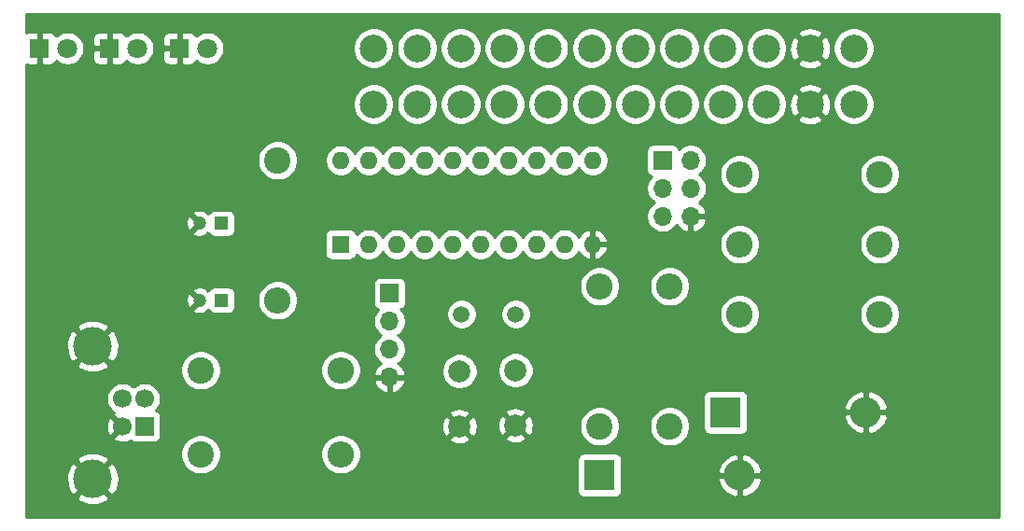
<source format=gbr>
%TF.GenerationSoftware,KiCad,Pcbnew,(5.1.6)-1*%
%TF.CreationDate,2020-07-03T01:35:13-04:00*%
%TF.ProjectId,controller,636f6e74-726f-46c6-9c65-722e6b696361,rev?*%
%TF.SameCoordinates,Original*%
%TF.FileFunction,Copper,L1,Top*%
%TF.FilePolarity,Positive*%
%FSLAX46Y46*%
G04 Gerber Fmt 4.6, Leading zero omitted, Abs format (unit mm)*
G04 Created by KiCad (PCBNEW (5.1.6)-1) date 2020-07-03 01:35:13*
%MOMM*%
%LPD*%
G01*
G04 APERTURE LIST*
%TA.AperFunction,ComponentPad*%
%ADD10C,2.500000*%
%TD*%
%TA.AperFunction,ComponentPad*%
%ADD11O,2.800000X2.800000*%
%TD*%
%TA.AperFunction,ComponentPad*%
%ADD12R,2.800000X2.800000*%
%TD*%
%TA.AperFunction,ComponentPad*%
%ADD13C,1.500000*%
%TD*%
%TA.AperFunction,ComponentPad*%
%ADD14O,1.600000X1.600000*%
%TD*%
%TA.AperFunction,ComponentPad*%
%ADD15R,1.600000X1.600000*%
%TD*%
%TA.AperFunction,ComponentPad*%
%ADD16O,2.400000X2.400000*%
%TD*%
%TA.AperFunction,ComponentPad*%
%ADD17C,2.400000*%
%TD*%
%TA.AperFunction,ComponentPad*%
%ADD18R,1.700000X1.700000*%
%TD*%
%TA.AperFunction,ComponentPad*%
%ADD19O,1.700000X1.700000*%
%TD*%
%TA.AperFunction,ComponentPad*%
%ADD20C,3.500000*%
%TD*%
%TA.AperFunction,ComponentPad*%
%ADD21C,1.700000*%
%TD*%
%TA.AperFunction,ComponentPad*%
%ADD22R,1.800000X1.800000*%
%TD*%
%TA.AperFunction,ComponentPad*%
%ADD23C,1.800000*%
%TD*%
%TA.AperFunction,ComponentPad*%
%ADD24C,1.200000*%
%TD*%
%TA.AperFunction,ComponentPad*%
%ADD25R,1.200000X1.200000*%
%TD*%
%TA.AperFunction,ComponentPad*%
%ADD26C,2.000000*%
%TD*%
%TA.AperFunction,Conductor*%
%ADD27C,0.254000*%
%TD*%
G04 APERTURE END LIST*
D10*
%TO.P,J1,12*%
%TO.N,+5V*%
X165290000Y-71120000D03*
%TO.P,J1,13*%
X165290000Y-76200000D03*
%TO.P,J1,11*%
%TO.N,GND*%
X161330000Y-71120000D03*
%TO.P,J1,14*%
X161330000Y-76200000D03*
%TO.P,J1,10*%
%TO.N,Net-(J1-Pad10)*%
X157370000Y-71120000D03*
%TO.P,J1,15*%
%TO.N,Net-(J1-Pad15)*%
X157370000Y-76200000D03*
%TO.P,J1,9*%
%TO.N,Net-(J1-Pad9)*%
X153410000Y-71120000D03*
%TO.P,J1,16*%
%TO.N,Net-(J1-Pad16)*%
X153410000Y-76200000D03*
%TO.P,J1,8*%
%TO.N,Net-(J1-Pad8)*%
X149450000Y-71120000D03*
%TO.P,J1,17*%
%TO.N,Net-(J1-Pad17)*%
X149450000Y-76200000D03*
%TO.P,J1,7*%
%TO.N,Net-(J1-Pad7)*%
X145490000Y-71120000D03*
%TO.P,J1,18*%
%TO.N,Net-(J1-Pad18)*%
X145490000Y-76200000D03*
%TO.P,J1,6*%
%TO.N,Net-(J1-Pad6)*%
X141530000Y-71120000D03*
%TO.P,J1,19*%
%TO.N,Net-(J1-Pad19)*%
X141530000Y-76200000D03*
%TO.P,J1,5*%
%TO.N,Net-(J1-Pad5)*%
X137570000Y-71120000D03*
%TO.P,J1,20*%
%TO.N,Net-(J1-Pad20)*%
X137570000Y-76200000D03*
%TO.P,J1,4*%
%TO.N,Net-(J1-Pad4)*%
X133610000Y-71120000D03*
%TO.P,J1,21*%
%TO.N,Net-(J1-Pad21)*%
X133610000Y-76200000D03*
%TO.P,J1,3*%
%TO.N,Net-(J1-Pad3)*%
X129650000Y-71120000D03*
%TO.P,J1,22*%
%TO.N,Net-(J1-Pad22)*%
X129650000Y-76200000D03*
%TO.P,J1,2*%
%TO.N,Net-(J1-Pad2)*%
X125690000Y-71120000D03*
%TO.P,J1,23*%
%TO.N,Net-(J1-Pad23)*%
X125690000Y-76200000D03*
%TO.P,J1,1*%
%TO.N,Net-(J1-Pad1)*%
X121730000Y-71120000D03*
%TO.P,J1,24*%
%TO.N,Net-(J1-Pad24)*%
X121730000Y-76200000D03*
%TD*%
D11*
%TO.P,Z2,2*%
%TO.N,GND*%
X154940000Y-109855000D03*
D12*
%TO.P,Z2,1*%
%TO.N,Net-(J2-Pad3)*%
X142240000Y-109855000D03*
%TD*%
D11*
%TO.P,Z1,2*%
%TO.N,GND*%
X166370000Y-104140000D03*
D12*
%TO.P,Z1,1*%
%TO.N,Net-(J2-Pad2)*%
X153670000Y-104140000D03*
%TD*%
D13*
%TO.P,X1,2*%
%TO.N,Net-(C2-Pad1)*%
X129720000Y-95250000D03*
%TO.P,X1,1*%
%TO.N,Net-(C1-Pad1)*%
X134620000Y-95250000D03*
%TD*%
D14*
%TO.P,U1,20*%
%TO.N,+5V*%
X118745000Y-81280000D03*
%TO.P,U1,10*%
%TO.N,GND*%
X141605000Y-88900000D03*
%TO.P,U1,19*%
%TO.N,Net-(J1-Pad24)*%
X121285000Y-81280000D03*
%TO.P,U1,9*%
%TO.N,Net-(R8-Pad2)*%
X139065000Y-88900000D03*
%TO.P,U1,18*%
%TO.N,Net-(J1-Pad23)*%
X123825000Y-81280000D03*
%TO.P,U1,8*%
%TO.N,Net-(R9-Pad2)*%
X136525000Y-88900000D03*
%TO.P,U1,17*%
%TO.N,Net-(J1-Pad22)*%
X126365000Y-81280000D03*
%TO.P,U1,7*%
%TO.N,D-*%
X133985000Y-88900000D03*
%TO.P,U1,16*%
%TO.N,Net-(J1-Pad21)*%
X128905000Y-81280000D03*
%TO.P,U1,6*%
%TO.N,D+*%
X131445000Y-88900000D03*
%TO.P,U1,15*%
%TO.N,Net-(J1-Pad20)*%
X131445000Y-81280000D03*
%TO.P,U1,5*%
%TO.N,Net-(C1-Pad1)*%
X128905000Y-88900000D03*
%TO.P,U1,14*%
%TO.N,Net-(J1-Pad19)*%
X133985000Y-81280000D03*
%TO.P,U1,4*%
%TO.N,Net-(C2-Pad1)*%
X126365000Y-88900000D03*
%TO.P,U1,13*%
%TO.N,Net-(J1-Pad18)*%
X136525000Y-81280000D03*
%TO.P,U1,3*%
%TO.N,T2*%
X123825000Y-88900000D03*
%TO.P,U1,12*%
%TO.N,Net-(J1-Pad16)*%
X139065000Y-81280000D03*
%TO.P,U1,2*%
%TO.N,T1*%
X121285000Y-88900000D03*
%TO.P,U1,11*%
%TO.N,Net-(R6-Pad2)*%
X141605000Y-81280000D03*
D15*
%TO.P,U1,1*%
%TO.N,RST*%
X118745000Y-88900000D03*
%TD*%
D16*
%TO.P,R9,2*%
%TO.N,Net-(R9-Pad2)*%
X154940000Y-82550000D03*
D17*
%TO.P,R9,1*%
%TO.N,Net-(D3-Pad2)*%
X167640000Y-82550000D03*
%TD*%
D16*
%TO.P,R8,2*%
%TO.N,Net-(R8-Pad2)*%
X154940000Y-95250000D03*
D17*
%TO.P,R8,1*%
%TO.N,Net-(D2-Pad2)*%
X167640000Y-95250000D03*
%TD*%
D16*
%TO.P,R6,2*%
%TO.N,Net-(R6-Pad2)*%
X154940000Y-88900000D03*
D17*
%TO.P,R6,1*%
%TO.N,Net-(D1-Pad2)*%
X167640000Y-88900000D03*
%TD*%
D16*
%TO.P,R5,2*%
%TO.N,+5V*%
X142240000Y-92710000D03*
D17*
%TO.P,R5,1*%
%TO.N,Net-(J2-Pad3)*%
X142240000Y-105410000D03*
%TD*%
D16*
%TO.P,R4,2*%
%TO.N,+5V*%
X148590000Y-92710000D03*
D17*
%TO.P,R4,1*%
%TO.N,Net-(J2-Pad2)*%
X148590000Y-105410000D03*
%TD*%
D16*
%TO.P,R3,2*%
%TO.N,D-*%
X118745000Y-107950000D03*
D17*
%TO.P,R3,1*%
%TO.N,Net-(J2-Pad2)*%
X106045000Y-107950000D03*
%TD*%
D16*
%TO.P,R2,2*%
%TO.N,D+*%
X118745000Y-100330000D03*
D17*
%TO.P,R2,1*%
%TO.N,Net-(J2-Pad3)*%
X106045000Y-100330000D03*
%TD*%
D16*
%TO.P,R1,2*%
%TO.N,+5V*%
X113030000Y-93980000D03*
D17*
%TO.P,R1,1*%
%TO.N,RST*%
X113030000Y-81280000D03*
%TD*%
D18*
%TO.P,J4,1*%
%TO.N,+5V*%
X123190000Y-93345000D03*
D19*
%TO.P,J4,2*%
%TO.N,T1*%
X123190000Y-95885000D03*
%TO.P,J4,3*%
%TO.N,T2*%
X123190000Y-98425000D03*
%TO.P,J4,4*%
%TO.N,GND*%
X123190000Y-100965000D03*
%TD*%
%TO.P,J3,6*%
%TO.N,GND*%
X150495000Y-86360000D03*
%TO.P,J3,5*%
%TO.N,RST*%
X147955000Y-86360000D03*
%TO.P,J3,4*%
%TO.N,Net-(J1-Pad22)*%
X150495000Y-83820000D03*
%TO.P,J3,3*%
%TO.N,Net-(J1-Pad24)*%
X147955000Y-83820000D03*
%TO.P,J3,2*%
%TO.N,+5V*%
X150495000Y-81280000D03*
D18*
%TO.P,J3,1*%
%TO.N,Net-(J1-Pad23)*%
X147955000Y-81280000D03*
%TD*%
D20*
%TO.P,J2,5*%
%TO.N,GND*%
X96255000Y-98140000D03*
X96255000Y-110180000D03*
D21*
%TO.P,J2,4*%
X98965000Y-105410000D03*
%TO.P,J2,3*%
%TO.N,Net-(J2-Pad3)*%
X98965000Y-102910000D03*
%TO.P,J2,2*%
%TO.N,Net-(J2-Pad2)*%
X100965000Y-102910000D03*
D18*
%TO.P,J2,1*%
%TO.N,+5V*%
X100965000Y-105410000D03*
%TD*%
D22*
%TO.P,D3,1*%
%TO.N,GND*%
X91440000Y-71120000D03*
D23*
%TO.P,D3,2*%
%TO.N,Net-(D3-Pad2)*%
X93980000Y-71120000D03*
%TD*%
D22*
%TO.P,D2,1*%
%TO.N,GND*%
X104140000Y-71120000D03*
D23*
%TO.P,D2,2*%
%TO.N,Net-(D2-Pad2)*%
X106680000Y-71120000D03*
%TD*%
D22*
%TO.P,D1,1*%
%TO.N,GND*%
X97790000Y-71120000D03*
D23*
%TO.P,D1,2*%
%TO.N,Net-(D1-Pad2)*%
X100330000Y-71120000D03*
%TD*%
D24*
%TO.P,C4,2*%
%TO.N,GND*%
X105950000Y-86995000D03*
D25*
%TO.P,C4,1*%
%TO.N,+5V*%
X107950000Y-86995000D03*
%TD*%
D24*
%TO.P,C3,2*%
%TO.N,GND*%
X105950000Y-93980000D03*
D25*
%TO.P,C3,1*%
%TO.N,+5V*%
X107950000Y-93980000D03*
%TD*%
D26*
%TO.P,C2,2*%
%TO.N,GND*%
X129540000Y-105410000D03*
%TO.P,C2,1*%
%TO.N,Net-(C2-Pad1)*%
X129540000Y-100410000D03*
%TD*%
%TO.P,C1,2*%
%TO.N,GND*%
X134620000Y-105330000D03*
%TO.P,C1,1*%
%TO.N,Net-(C1-Pad1)*%
X134620000Y-100330000D03*
%TD*%
D27*
%TO.N,GND*%
G36*
X178410000Y-113640000D02*
G01*
X90195000Y-113640000D01*
X90195000Y-111849609D01*
X94764997Y-111849609D01*
X94951073Y-112190766D01*
X95368409Y-112406513D01*
X95819815Y-112536696D01*
X96287946Y-112576313D01*
X96754811Y-112523842D01*
X97202468Y-112381297D01*
X97558927Y-112190766D01*
X97745003Y-111849609D01*
X96255000Y-110359605D01*
X94764997Y-111849609D01*
X90195000Y-111849609D01*
X90195000Y-110212946D01*
X93858687Y-110212946D01*
X93911158Y-110679811D01*
X94053703Y-111127468D01*
X94244234Y-111483927D01*
X94585391Y-111670003D01*
X96075395Y-110180000D01*
X96434605Y-110180000D01*
X97924609Y-111670003D01*
X98265766Y-111483927D01*
X98481513Y-111066591D01*
X98611696Y-110615185D01*
X98651313Y-110147054D01*
X98598842Y-109680189D01*
X98456297Y-109232532D01*
X98265766Y-108876073D01*
X97924609Y-108689997D01*
X96434605Y-110180000D01*
X96075395Y-110180000D01*
X94585391Y-108689997D01*
X94244234Y-108876073D01*
X94028487Y-109293409D01*
X93898304Y-109744815D01*
X93858687Y-110212946D01*
X90195000Y-110212946D01*
X90195000Y-108510391D01*
X94764997Y-108510391D01*
X96255000Y-110000395D01*
X97745003Y-108510391D01*
X97558927Y-108169234D01*
X97141591Y-107953487D01*
X96690185Y-107823304D01*
X96222054Y-107783687D01*
X95755189Y-107836158D01*
X95307532Y-107978703D01*
X94951073Y-108169234D01*
X94764997Y-108510391D01*
X90195000Y-108510391D01*
X90195000Y-107769268D01*
X104210000Y-107769268D01*
X104210000Y-108130732D01*
X104280518Y-108485250D01*
X104418844Y-108819199D01*
X104619662Y-109119744D01*
X104875256Y-109375338D01*
X105175801Y-109576156D01*
X105509750Y-109714482D01*
X105864268Y-109785000D01*
X106225732Y-109785000D01*
X106580250Y-109714482D01*
X106914199Y-109576156D01*
X107214744Y-109375338D01*
X107470338Y-109119744D01*
X107671156Y-108819199D01*
X107809482Y-108485250D01*
X107880000Y-108130732D01*
X107880000Y-107769268D01*
X116910000Y-107769268D01*
X116910000Y-108130732D01*
X116980518Y-108485250D01*
X117118844Y-108819199D01*
X117319662Y-109119744D01*
X117575256Y-109375338D01*
X117875801Y-109576156D01*
X118209750Y-109714482D01*
X118564268Y-109785000D01*
X118925732Y-109785000D01*
X119280250Y-109714482D01*
X119614199Y-109576156D01*
X119914744Y-109375338D01*
X120170338Y-109119744D01*
X120371156Y-108819199D01*
X120509482Y-108485250D01*
X120515499Y-108455000D01*
X140201928Y-108455000D01*
X140201928Y-111255000D01*
X140214188Y-111379482D01*
X140250498Y-111499180D01*
X140309463Y-111609494D01*
X140388815Y-111706185D01*
X140485506Y-111785537D01*
X140595820Y-111844502D01*
X140715518Y-111880812D01*
X140840000Y-111893072D01*
X143640000Y-111893072D01*
X143764482Y-111880812D01*
X143884180Y-111844502D01*
X143994494Y-111785537D01*
X144091185Y-111706185D01*
X144170537Y-111609494D01*
X144229502Y-111499180D01*
X144265812Y-111379482D01*
X144278072Y-111255000D01*
X144278072Y-110298160D01*
X152953840Y-110298160D01*
X153042358Y-110589979D01*
X153222208Y-110946068D01*
X153468072Y-111260228D01*
X153770501Y-111520386D01*
X154117873Y-111716544D01*
X154496839Y-111841164D01*
X154813000Y-111727287D01*
X154813000Y-109982000D01*
X155067000Y-109982000D01*
X155067000Y-111727287D01*
X155383161Y-111841164D01*
X155762127Y-111716544D01*
X156109499Y-111520386D01*
X156411928Y-111260228D01*
X156657792Y-110946068D01*
X156837642Y-110589979D01*
X156926160Y-110298160D01*
X156811947Y-109982000D01*
X155067000Y-109982000D01*
X154813000Y-109982000D01*
X153068053Y-109982000D01*
X152953840Y-110298160D01*
X144278072Y-110298160D01*
X144278072Y-109411840D01*
X152953840Y-109411840D01*
X153068053Y-109728000D01*
X154813000Y-109728000D01*
X154813000Y-107982713D01*
X155067000Y-107982713D01*
X155067000Y-109728000D01*
X156811947Y-109728000D01*
X156926160Y-109411840D01*
X156837642Y-109120021D01*
X156657792Y-108763932D01*
X156411928Y-108449772D01*
X156109499Y-108189614D01*
X155762127Y-107993456D01*
X155383161Y-107868836D01*
X155067000Y-107982713D01*
X154813000Y-107982713D01*
X154496839Y-107868836D01*
X154117873Y-107993456D01*
X153770501Y-108189614D01*
X153468072Y-108449772D01*
X153222208Y-108763932D01*
X153042358Y-109120021D01*
X152953840Y-109411840D01*
X144278072Y-109411840D01*
X144278072Y-108455000D01*
X144265812Y-108330518D01*
X144229502Y-108210820D01*
X144170537Y-108100506D01*
X144091185Y-108003815D01*
X143994494Y-107924463D01*
X143884180Y-107865498D01*
X143764482Y-107829188D01*
X143640000Y-107816928D01*
X140840000Y-107816928D01*
X140715518Y-107829188D01*
X140595820Y-107865498D01*
X140485506Y-107924463D01*
X140388815Y-108003815D01*
X140309463Y-108100506D01*
X140250498Y-108210820D01*
X140214188Y-108330518D01*
X140201928Y-108455000D01*
X120515499Y-108455000D01*
X120580000Y-108130732D01*
X120580000Y-107769268D01*
X120509482Y-107414750D01*
X120371156Y-107080801D01*
X120170338Y-106780256D01*
X119935495Y-106545413D01*
X128584192Y-106545413D01*
X128679956Y-106809814D01*
X128969571Y-106950704D01*
X129281108Y-107032384D01*
X129602595Y-107051718D01*
X129921675Y-107007961D01*
X130226088Y-106902795D01*
X130400044Y-106809814D01*
X130495808Y-106545413D01*
X130415808Y-106465413D01*
X133664192Y-106465413D01*
X133759956Y-106729814D01*
X134049571Y-106870704D01*
X134361108Y-106952384D01*
X134682595Y-106971718D01*
X135001675Y-106927961D01*
X135306088Y-106822795D01*
X135480044Y-106729814D01*
X135575808Y-106465413D01*
X134620000Y-105509605D01*
X133664192Y-106465413D01*
X130415808Y-106465413D01*
X129540000Y-105589605D01*
X128584192Y-106545413D01*
X119935495Y-106545413D01*
X119914744Y-106524662D01*
X119614199Y-106323844D01*
X119280250Y-106185518D01*
X118925732Y-106115000D01*
X118564268Y-106115000D01*
X118209750Y-106185518D01*
X117875801Y-106323844D01*
X117575256Y-106524662D01*
X117319662Y-106780256D01*
X117118844Y-107080801D01*
X116980518Y-107414750D01*
X116910000Y-107769268D01*
X107880000Y-107769268D01*
X107809482Y-107414750D01*
X107671156Y-107080801D01*
X107470338Y-106780256D01*
X107214744Y-106524662D01*
X106914199Y-106323844D01*
X106580250Y-106185518D01*
X106225732Y-106115000D01*
X105864268Y-106115000D01*
X105509750Y-106185518D01*
X105175801Y-106323844D01*
X104875256Y-106524662D01*
X104619662Y-106780256D01*
X104418844Y-107080801D01*
X104280518Y-107414750D01*
X104210000Y-107769268D01*
X90195000Y-107769268D01*
X90195000Y-105478531D01*
X97474389Y-105478531D01*
X97516401Y-105768019D01*
X97614081Y-106043747D01*
X97687528Y-106181157D01*
X97936603Y-106258792D01*
X98785395Y-105410000D01*
X97936603Y-104561208D01*
X97687528Y-104638843D01*
X97561629Y-104902883D01*
X97489661Y-105186411D01*
X97474389Y-105478531D01*
X90195000Y-105478531D01*
X90195000Y-102763740D01*
X97480000Y-102763740D01*
X97480000Y-103056260D01*
X97537068Y-103343158D01*
X97649010Y-103613411D01*
X97811525Y-103856632D01*
X98018368Y-104063475D01*
X98181410Y-104172416D01*
X98116208Y-104381603D01*
X98965000Y-105230395D01*
X98979143Y-105216253D01*
X99158748Y-105395858D01*
X99144605Y-105410000D01*
X99158748Y-105424143D01*
X98979143Y-105603748D01*
X98965000Y-105589605D01*
X98116208Y-106438397D01*
X98193843Y-106687472D01*
X98457883Y-106813371D01*
X98741411Y-106885339D01*
X99033531Y-106900611D01*
X99323019Y-106858599D01*
X99598747Y-106760919D01*
X99674850Y-106720241D01*
X99760506Y-106790537D01*
X99870820Y-106849502D01*
X99990518Y-106885812D01*
X100115000Y-106898072D01*
X101815000Y-106898072D01*
X101939482Y-106885812D01*
X102059180Y-106849502D01*
X102169494Y-106790537D01*
X102266185Y-106711185D01*
X102345537Y-106614494D01*
X102404502Y-106504180D01*
X102440812Y-106384482D01*
X102453072Y-106260000D01*
X102453072Y-105472595D01*
X127898282Y-105472595D01*
X127942039Y-105791675D01*
X128047205Y-106096088D01*
X128140186Y-106270044D01*
X128404587Y-106365808D01*
X129360395Y-105410000D01*
X129719605Y-105410000D01*
X130675413Y-106365808D01*
X130939814Y-106270044D01*
X131080704Y-105980429D01*
X131162384Y-105668892D01*
X131179000Y-105392595D01*
X132978282Y-105392595D01*
X133022039Y-105711675D01*
X133127205Y-106016088D01*
X133220186Y-106190044D01*
X133484587Y-106285808D01*
X134440395Y-105330000D01*
X134799605Y-105330000D01*
X135755413Y-106285808D01*
X136019814Y-106190044D01*
X136160704Y-105900429D01*
X136242384Y-105588892D01*
X136261718Y-105267405D01*
X136256489Y-105229268D01*
X140405000Y-105229268D01*
X140405000Y-105590732D01*
X140475518Y-105945250D01*
X140613844Y-106279199D01*
X140814662Y-106579744D01*
X141070256Y-106835338D01*
X141370801Y-107036156D01*
X141704750Y-107174482D01*
X142059268Y-107245000D01*
X142420732Y-107245000D01*
X142775250Y-107174482D01*
X143109199Y-107036156D01*
X143409744Y-106835338D01*
X143665338Y-106579744D01*
X143866156Y-106279199D01*
X144004482Y-105945250D01*
X144075000Y-105590732D01*
X144075000Y-105229268D01*
X146755000Y-105229268D01*
X146755000Y-105590732D01*
X146825518Y-105945250D01*
X146963844Y-106279199D01*
X147164662Y-106579744D01*
X147420256Y-106835338D01*
X147720801Y-107036156D01*
X148054750Y-107174482D01*
X148409268Y-107245000D01*
X148770732Y-107245000D01*
X149125250Y-107174482D01*
X149459199Y-107036156D01*
X149759744Y-106835338D01*
X150015338Y-106579744D01*
X150216156Y-106279199D01*
X150354482Y-105945250D01*
X150425000Y-105590732D01*
X150425000Y-105229268D01*
X150354482Y-104874750D01*
X150216156Y-104540801D01*
X150015338Y-104240256D01*
X149759744Y-103984662D01*
X149459199Y-103783844D01*
X149125250Y-103645518D01*
X148770732Y-103575000D01*
X148409268Y-103575000D01*
X148054750Y-103645518D01*
X147720801Y-103783844D01*
X147420256Y-103984662D01*
X147164662Y-104240256D01*
X146963844Y-104540801D01*
X146825518Y-104874750D01*
X146755000Y-105229268D01*
X144075000Y-105229268D01*
X144004482Y-104874750D01*
X143866156Y-104540801D01*
X143665338Y-104240256D01*
X143409744Y-103984662D01*
X143109199Y-103783844D01*
X142775250Y-103645518D01*
X142420732Y-103575000D01*
X142059268Y-103575000D01*
X141704750Y-103645518D01*
X141370801Y-103783844D01*
X141070256Y-103984662D01*
X140814662Y-104240256D01*
X140613844Y-104540801D01*
X140475518Y-104874750D01*
X140405000Y-105229268D01*
X136256489Y-105229268D01*
X136217961Y-104948325D01*
X136112795Y-104643912D01*
X136019814Y-104469956D01*
X135755413Y-104374192D01*
X134799605Y-105330000D01*
X134440395Y-105330000D01*
X133484587Y-104374192D01*
X133220186Y-104469956D01*
X133079296Y-104759571D01*
X132997616Y-105071108D01*
X132978282Y-105392595D01*
X131179000Y-105392595D01*
X131181718Y-105347405D01*
X131137961Y-105028325D01*
X131032795Y-104723912D01*
X130939814Y-104549956D01*
X130675413Y-104454192D01*
X129719605Y-105410000D01*
X129360395Y-105410000D01*
X128404587Y-104454192D01*
X128140186Y-104549956D01*
X127999296Y-104839571D01*
X127917616Y-105151108D01*
X127898282Y-105472595D01*
X102453072Y-105472595D01*
X102453072Y-104560000D01*
X102440812Y-104435518D01*
X102404502Y-104315820D01*
X102382463Y-104274587D01*
X128584192Y-104274587D01*
X129540000Y-105230395D01*
X130495808Y-104274587D01*
X130466833Y-104194587D01*
X133664192Y-104194587D01*
X134620000Y-105150395D01*
X135575808Y-104194587D01*
X135480044Y-103930186D01*
X135190429Y-103789296D01*
X134878892Y-103707616D01*
X134557405Y-103688282D01*
X134238325Y-103732039D01*
X133933912Y-103837205D01*
X133759956Y-103930186D01*
X133664192Y-104194587D01*
X130466833Y-104194587D01*
X130400044Y-104010186D01*
X130110429Y-103869296D01*
X129798892Y-103787616D01*
X129477405Y-103768282D01*
X129158325Y-103812039D01*
X128853912Y-103917205D01*
X128679956Y-104010186D01*
X128584192Y-104274587D01*
X102382463Y-104274587D01*
X102345537Y-104205506D01*
X102266185Y-104108815D01*
X102169494Y-104029463D01*
X102059180Y-103970498D01*
X102017310Y-103957797D01*
X102118475Y-103856632D01*
X102280990Y-103613411D01*
X102392932Y-103343158D01*
X102450000Y-103056260D01*
X102450000Y-102763740D01*
X102445278Y-102740000D01*
X151631928Y-102740000D01*
X151631928Y-105540000D01*
X151644188Y-105664482D01*
X151680498Y-105784180D01*
X151739463Y-105894494D01*
X151818815Y-105991185D01*
X151915506Y-106070537D01*
X152025820Y-106129502D01*
X152145518Y-106165812D01*
X152270000Y-106178072D01*
X155070000Y-106178072D01*
X155194482Y-106165812D01*
X155314180Y-106129502D01*
X155424494Y-106070537D01*
X155521185Y-105991185D01*
X155600537Y-105894494D01*
X155659502Y-105784180D01*
X155695812Y-105664482D01*
X155708072Y-105540000D01*
X155708072Y-104583160D01*
X164383840Y-104583160D01*
X164472358Y-104874979D01*
X164652208Y-105231068D01*
X164898072Y-105545228D01*
X165200501Y-105805386D01*
X165547873Y-106001544D01*
X165926839Y-106126164D01*
X166243000Y-106012287D01*
X166243000Y-104267000D01*
X166497000Y-104267000D01*
X166497000Y-106012287D01*
X166813161Y-106126164D01*
X167192127Y-106001544D01*
X167539499Y-105805386D01*
X167841928Y-105545228D01*
X168087792Y-105231068D01*
X168267642Y-104874979D01*
X168356160Y-104583160D01*
X168241947Y-104267000D01*
X166497000Y-104267000D01*
X166243000Y-104267000D01*
X164498053Y-104267000D01*
X164383840Y-104583160D01*
X155708072Y-104583160D01*
X155708072Y-103696840D01*
X164383840Y-103696840D01*
X164498053Y-104013000D01*
X166243000Y-104013000D01*
X166243000Y-102267713D01*
X166497000Y-102267713D01*
X166497000Y-104013000D01*
X168241947Y-104013000D01*
X168356160Y-103696840D01*
X168267642Y-103405021D01*
X168087792Y-103048932D01*
X167841928Y-102734772D01*
X167539499Y-102474614D01*
X167192127Y-102278456D01*
X166813161Y-102153836D01*
X166497000Y-102267713D01*
X166243000Y-102267713D01*
X165926839Y-102153836D01*
X165547873Y-102278456D01*
X165200501Y-102474614D01*
X164898072Y-102734772D01*
X164652208Y-103048932D01*
X164472358Y-103405021D01*
X164383840Y-103696840D01*
X155708072Y-103696840D01*
X155708072Y-102740000D01*
X155695812Y-102615518D01*
X155659502Y-102495820D01*
X155600537Y-102385506D01*
X155521185Y-102288815D01*
X155424494Y-102209463D01*
X155314180Y-102150498D01*
X155194482Y-102114188D01*
X155070000Y-102101928D01*
X152270000Y-102101928D01*
X152145518Y-102114188D01*
X152025820Y-102150498D01*
X151915506Y-102209463D01*
X151818815Y-102288815D01*
X151739463Y-102385506D01*
X151680498Y-102495820D01*
X151644188Y-102615518D01*
X151631928Y-102740000D01*
X102445278Y-102740000D01*
X102392932Y-102476842D01*
X102280990Y-102206589D01*
X102118475Y-101963368D01*
X101911632Y-101756525D01*
X101668411Y-101594010D01*
X101398158Y-101482068D01*
X101111260Y-101425000D01*
X100818740Y-101425000D01*
X100531842Y-101482068D01*
X100261589Y-101594010D01*
X100018368Y-101756525D01*
X99965000Y-101809893D01*
X99911632Y-101756525D01*
X99668411Y-101594010D01*
X99398158Y-101482068D01*
X99111260Y-101425000D01*
X98818740Y-101425000D01*
X98531842Y-101482068D01*
X98261589Y-101594010D01*
X98018368Y-101756525D01*
X97811525Y-101963368D01*
X97649010Y-102206589D01*
X97537068Y-102476842D01*
X97480000Y-102763740D01*
X90195000Y-102763740D01*
X90195000Y-99809609D01*
X94764997Y-99809609D01*
X94951073Y-100150766D01*
X95368409Y-100366513D01*
X95819815Y-100496696D01*
X96287946Y-100536313D01*
X96754811Y-100483842D01*
X97202468Y-100341297D01*
X97558927Y-100150766D01*
X97559744Y-100149268D01*
X104210000Y-100149268D01*
X104210000Y-100510732D01*
X104280518Y-100865250D01*
X104418844Y-101199199D01*
X104619662Y-101499744D01*
X104875256Y-101755338D01*
X105175801Y-101956156D01*
X105509750Y-102094482D01*
X105864268Y-102165000D01*
X106225732Y-102165000D01*
X106580250Y-102094482D01*
X106914199Y-101956156D01*
X107214744Y-101755338D01*
X107470338Y-101499744D01*
X107671156Y-101199199D01*
X107809482Y-100865250D01*
X107880000Y-100510732D01*
X107880000Y-100149268D01*
X116910000Y-100149268D01*
X116910000Y-100510732D01*
X116980518Y-100865250D01*
X117118844Y-101199199D01*
X117319662Y-101499744D01*
X117575256Y-101755338D01*
X117875801Y-101956156D01*
X118209750Y-102094482D01*
X118564268Y-102165000D01*
X118925732Y-102165000D01*
X119280250Y-102094482D01*
X119614199Y-101956156D01*
X119914744Y-101755338D01*
X120170338Y-101499744D01*
X120289176Y-101321890D01*
X121748524Y-101321890D01*
X121793175Y-101469099D01*
X121918359Y-101731920D01*
X122092412Y-101965269D01*
X122308645Y-102160178D01*
X122558748Y-102309157D01*
X122833109Y-102406481D01*
X123063000Y-102285814D01*
X123063000Y-101092000D01*
X123317000Y-101092000D01*
X123317000Y-102285814D01*
X123546891Y-102406481D01*
X123821252Y-102309157D01*
X124071355Y-102160178D01*
X124287588Y-101965269D01*
X124461641Y-101731920D01*
X124586825Y-101469099D01*
X124631476Y-101321890D01*
X124510155Y-101092000D01*
X123317000Y-101092000D01*
X123063000Y-101092000D01*
X121869845Y-101092000D01*
X121748524Y-101321890D01*
X120289176Y-101321890D01*
X120371156Y-101199199D01*
X120509482Y-100865250D01*
X120580000Y-100510732D01*
X120580000Y-100149268D01*
X120509482Y-99794750D01*
X120371156Y-99460801D01*
X120170338Y-99160256D01*
X119914744Y-98904662D01*
X119614199Y-98703844D01*
X119280250Y-98565518D01*
X118925732Y-98495000D01*
X118564268Y-98495000D01*
X118209750Y-98565518D01*
X117875801Y-98703844D01*
X117575256Y-98904662D01*
X117319662Y-99160256D01*
X117118844Y-99460801D01*
X116980518Y-99794750D01*
X116910000Y-100149268D01*
X107880000Y-100149268D01*
X107809482Y-99794750D01*
X107671156Y-99460801D01*
X107470338Y-99160256D01*
X107214744Y-98904662D01*
X106914199Y-98703844D01*
X106580250Y-98565518D01*
X106225732Y-98495000D01*
X105864268Y-98495000D01*
X105509750Y-98565518D01*
X105175801Y-98703844D01*
X104875256Y-98904662D01*
X104619662Y-99160256D01*
X104418844Y-99460801D01*
X104280518Y-99794750D01*
X104210000Y-100149268D01*
X97559744Y-100149268D01*
X97745003Y-99809609D01*
X96255000Y-98319605D01*
X94764997Y-99809609D01*
X90195000Y-99809609D01*
X90195000Y-98172946D01*
X93858687Y-98172946D01*
X93911158Y-98639811D01*
X94053703Y-99087468D01*
X94244234Y-99443927D01*
X94585391Y-99630003D01*
X96075395Y-98140000D01*
X96434605Y-98140000D01*
X97924609Y-99630003D01*
X98265766Y-99443927D01*
X98481513Y-99026591D01*
X98611696Y-98575185D01*
X98651313Y-98107054D01*
X98598842Y-97640189D01*
X98456297Y-97192532D01*
X98265766Y-96836073D01*
X97924609Y-96649997D01*
X96434605Y-98140000D01*
X96075395Y-98140000D01*
X94585391Y-96649997D01*
X94244234Y-96836073D01*
X94028487Y-97253409D01*
X93898304Y-97704815D01*
X93858687Y-98172946D01*
X90195000Y-98172946D01*
X90195000Y-96470391D01*
X94764997Y-96470391D01*
X96255000Y-97960395D01*
X97745003Y-96470391D01*
X97558927Y-96129234D01*
X97141591Y-95913487D01*
X96690185Y-95783304D01*
X96222054Y-95743687D01*
X95755189Y-95796158D01*
X95307532Y-95938703D01*
X94951073Y-96129234D01*
X94764997Y-96470391D01*
X90195000Y-96470391D01*
X90195000Y-94058438D01*
X104711505Y-94058438D01*
X104750605Y-94298549D01*
X104835798Y-94526418D01*
X104876652Y-94602852D01*
X105100236Y-94650159D01*
X105770395Y-93980000D01*
X105100236Y-93309841D01*
X104876652Y-93357148D01*
X104775763Y-93578516D01*
X104720000Y-93815313D01*
X104711505Y-94058438D01*
X90195000Y-94058438D01*
X90195000Y-93130236D01*
X105279841Y-93130236D01*
X105950000Y-93800395D01*
X105964143Y-93786253D01*
X106143748Y-93965858D01*
X106129605Y-93980000D01*
X106143748Y-93994143D01*
X105964143Y-94173748D01*
X105950000Y-94159605D01*
X105279841Y-94829764D01*
X105327148Y-95053348D01*
X105548516Y-95154237D01*
X105785313Y-95210000D01*
X106028438Y-95218495D01*
X106268549Y-95179395D01*
X106496418Y-95094202D01*
X106572852Y-95053348D01*
X106620158Y-94829766D01*
X106737264Y-94946872D01*
X106795142Y-94888994D01*
X106819463Y-94934494D01*
X106898815Y-95031185D01*
X106995506Y-95110537D01*
X107105820Y-95169502D01*
X107225518Y-95205812D01*
X107350000Y-95218072D01*
X108550000Y-95218072D01*
X108674482Y-95205812D01*
X108794180Y-95169502D01*
X108904494Y-95110537D01*
X109001185Y-95031185D01*
X109080537Y-94934494D01*
X109139502Y-94824180D01*
X109175812Y-94704482D01*
X109188072Y-94580000D01*
X109188072Y-93799268D01*
X111195000Y-93799268D01*
X111195000Y-94160732D01*
X111265518Y-94515250D01*
X111403844Y-94849199D01*
X111604662Y-95149744D01*
X111860256Y-95405338D01*
X112160801Y-95606156D01*
X112494750Y-95744482D01*
X112849268Y-95815000D01*
X113210732Y-95815000D01*
X113565250Y-95744482D01*
X113899199Y-95606156D01*
X114199744Y-95405338D01*
X114455338Y-95149744D01*
X114656156Y-94849199D01*
X114794482Y-94515250D01*
X114865000Y-94160732D01*
X114865000Y-93799268D01*
X114794482Y-93444750D01*
X114656156Y-93110801D01*
X114455338Y-92810256D01*
X114199744Y-92554662D01*
X114110454Y-92495000D01*
X121701928Y-92495000D01*
X121701928Y-94195000D01*
X121714188Y-94319482D01*
X121750498Y-94439180D01*
X121809463Y-94549494D01*
X121888815Y-94646185D01*
X121985506Y-94725537D01*
X122095820Y-94784502D01*
X122168380Y-94806513D01*
X122036525Y-94938368D01*
X121874010Y-95181589D01*
X121762068Y-95451842D01*
X121705000Y-95738740D01*
X121705000Y-96031260D01*
X121762068Y-96318158D01*
X121874010Y-96588411D01*
X122036525Y-96831632D01*
X122243368Y-97038475D01*
X122417760Y-97155000D01*
X122243368Y-97271525D01*
X122036525Y-97478368D01*
X121874010Y-97721589D01*
X121762068Y-97991842D01*
X121705000Y-98278740D01*
X121705000Y-98571260D01*
X121762068Y-98858158D01*
X121874010Y-99128411D01*
X122036525Y-99371632D01*
X122243368Y-99578475D01*
X122425534Y-99700195D01*
X122308645Y-99769822D01*
X122092412Y-99964731D01*
X121918359Y-100198080D01*
X121793175Y-100460901D01*
X121748524Y-100608110D01*
X121869845Y-100838000D01*
X123063000Y-100838000D01*
X123063000Y-100818000D01*
X123317000Y-100818000D01*
X123317000Y-100838000D01*
X124510155Y-100838000D01*
X124631476Y-100608110D01*
X124586825Y-100460901D01*
X124485879Y-100248967D01*
X127905000Y-100248967D01*
X127905000Y-100571033D01*
X127967832Y-100886912D01*
X128091082Y-101184463D01*
X128270013Y-101452252D01*
X128497748Y-101679987D01*
X128765537Y-101858918D01*
X129063088Y-101982168D01*
X129378967Y-102045000D01*
X129701033Y-102045000D01*
X130016912Y-101982168D01*
X130314463Y-101858918D01*
X130582252Y-101679987D01*
X130809987Y-101452252D01*
X130988918Y-101184463D01*
X131112168Y-100886912D01*
X131175000Y-100571033D01*
X131175000Y-100248967D01*
X131159088Y-100168967D01*
X132985000Y-100168967D01*
X132985000Y-100491033D01*
X133047832Y-100806912D01*
X133171082Y-101104463D01*
X133350013Y-101372252D01*
X133577748Y-101599987D01*
X133845537Y-101778918D01*
X134143088Y-101902168D01*
X134458967Y-101965000D01*
X134781033Y-101965000D01*
X135096912Y-101902168D01*
X135394463Y-101778918D01*
X135662252Y-101599987D01*
X135889987Y-101372252D01*
X136068918Y-101104463D01*
X136192168Y-100806912D01*
X136255000Y-100491033D01*
X136255000Y-100168967D01*
X136192168Y-99853088D01*
X136068918Y-99555537D01*
X135889987Y-99287748D01*
X135662252Y-99060013D01*
X135394463Y-98881082D01*
X135096912Y-98757832D01*
X134781033Y-98695000D01*
X134458967Y-98695000D01*
X134143088Y-98757832D01*
X133845537Y-98881082D01*
X133577748Y-99060013D01*
X133350013Y-99287748D01*
X133171082Y-99555537D01*
X133047832Y-99853088D01*
X132985000Y-100168967D01*
X131159088Y-100168967D01*
X131112168Y-99933088D01*
X130988918Y-99635537D01*
X130809987Y-99367748D01*
X130582252Y-99140013D01*
X130314463Y-98961082D01*
X130016912Y-98837832D01*
X129701033Y-98775000D01*
X129378967Y-98775000D01*
X129063088Y-98837832D01*
X128765537Y-98961082D01*
X128497748Y-99140013D01*
X128270013Y-99367748D01*
X128091082Y-99635537D01*
X127967832Y-99933088D01*
X127905000Y-100248967D01*
X124485879Y-100248967D01*
X124461641Y-100198080D01*
X124287588Y-99964731D01*
X124071355Y-99769822D01*
X123954466Y-99700195D01*
X124136632Y-99578475D01*
X124343475Y-99371632D01*
X124505990Y-99128411D01*
X124617932Y-98858158D01*
X124675000Y-98571260D01*
X124675000Y-98278740D01*
X124617932Y-97991842D01*
X124505990Y-97721589D01*
X124343475Y-97478368D01*
X124136632Y-97271525D01*
X123962240Y-97155000D01*
X124136632Y-97038475D01*
X124343475Y-96831632D01*
X124505990Y-96588411D01*
X124617932Y-96318158D01*
X124675000Y-96031260D01*
X124675000Y-95738740D01*
X124617932Y-95451842D01*
X124505990Y-95181589D01*
X124460554Y-95113589D01*
X128335000Y-95113589D01*
X128335000Y-95386411D01*
X128388225Y-95653989D01*
X128492629Y-95906043D01*
X128644201Y-96132886D01*
X128837114Y-96325799D01*
X129063957Y-96477371D01*
X129316011Y-96581775D01*
X129583589Y-96635000D01*
X129856411Y-96635000D01*
X130123989Y-96581775D01*
X130376043Y-96477371D01*
X130602886Y-96325799D01*
X130795799Y-96132886D01*
X130947371Y-95906043D01*
X131051775Y-95653989D01*
X131105000Y-95386411D01*
X131105000Y-95113589D01*
X133235000Y-95113589D01*
X133235000Y-95386411D01*
X133288225Y-95653989D01*
X133392629Y-95906043D01*
X133544201Y-96132886D01*
X133737114Y-96325799D01*
X133963957Y-96477371D01*
X134216011Y-96581775D01*
X134483589Y-96635000D01*
X134756411Y-96635000D01*
X135023989Y-96581775D01*
X135276043Y-96477371D01*
X135502886Y-96325799D01*
X135695799Y-96132886D01*
X135847371Y-95906043D01*
X135951775Y-95653989D01*
X136005000Y-95386411D01*
X136005000Y-95113589D01*
X135996184Y-95069268D01*
X153105000Y-95069268D01*
X153105000Y-95430732D01*
X153175518Y-95785250D01*
X153313844Y-96119199D01*
X153514662Y-96419744D01*
X153770256Y-96675338D01*
X154070801Y-96876156D01*
X154404750Y-97014482D01*
X154759268Y-97085000D01*
X155120732Y-97085000D01*
X155475250Y-97014482D01*
X155809199Y-96876156D01*
X156109744Y-96675338D01*
X156365338Y-96419744D01*
X156566156Y-96119199D01*
X156704482Y-95785250D01*
X156775000Y-95430732D01*
X156775000Y-95069268D01*
X165805000Y-95069268D01*
X165805000Y-95430732D01*
X165875518Y-95785250D01*
X166013844Y-96119199D01*
X166214662Y-96419744D01*
X166470256Y-96675338D01*
X166770801Y-96876156D01*
X167104750Y-97014482D01*
X167459268Y-97085000D01*
X167820732Y-97085000D01*
X168175250Y-97014482D01*
X168509199Y-96876156D01*
X168809744Y-96675338D01*
X169065338Y-96419744D01*
X169266156Y-96119199D01*
X169404482Y-95785250D01*
X169475000Y-95430732D01*
X169475000Y-95069268D01*
X169404482Y-94714750D01*
X169266156Y-94380801D01*
X169065338Y-94080256D01*
X168809744Y-93824662D01*
X168509199Y-93623844D01*
X168175250Y-93485518D01*
X167820732Y-93415000D01*
X167459268Y-93415000D01*
X167104750Y-93485518D01*
X166770801Y-93623844D01*
X166470256Y-93824662D01*
X166214662Y-94080256D01*
X166013844Y-94380801D01*
X165875518Y-94714750D01*
X165805000Y-95069268D01*
X156775000Y-95069268D01*
X156704482Y-94714750D01*
X156566156Y-94380801D01*
X156365338Y-94080256D01*
X156109744Y-93824662D01*
X155809199Y-93623844D01*
X155475250Y-93485518D01*
X155120732Y-93415000D01*
X154759268Y-93415000D01*
X154404750Y-93485518D01*
X154070801Y-93623844D01*
X153770256Y-93824662D01*
X153514662Y-94080256D01*
X153313844Y-94380801D01*
X153175518Y-94714750D01*
X153105000Y-95069268D01*
X135996184Y-95069268D01*
X135951775Y-94846011D01*
X135847371Y-94593957D01*
X135695799Y-94367114D01*
X135502886Y-94174201D01*
X135276043Y-94022629D01*
X135023989Y-93918225D01*
X134756411Y-93865000D01*
X134483589Y-93865000D01*
X134216011Y-93918225D01*
X133963957Y-94022629D01*
X133737114Y-94174201D01*
X133544201Y-94367114D01*
X133392629Y-94593957D01*
X133288225Y-94846011D01*
X133235000Y-95113589D01*
X131105000Y-95113589D01*
X131051775Y-94846011D01*
X130947371Y-94593957D01*
X130795799Y-94367114D01*
X130602886Y-94174201D01*
X130376043Y-94022629D01*
X130123989Y-93918225D01*
X129856411Y-93865000D01*
X129583589Y-93865000D01*
X129316011Y-93918225D01*
X129063957Y-94022629D01*
X128837114Y-94174201D01*
X128644201Y-94367114D01*
X128492629Y-94593957D01*
X128388225Y-94846011D01*
X128335000Y-95113589D01*
X124460554Y-95113589D01*
X124343475Y-94938368D01*
X124211620Y-94806513D01*
X124284180Y-94784502D01*
X124394494Y-94725537D01*
X124491185Y-94646185D01*
X124570537Y-94549494D01*
X124629502Y-94439180D01*
X124665812Y-94319482D01*
X124678072Y-94195000D01*
X124678072Y-92529268D01*
X140405000Y-92529268D01*
X140405000Y-92890732D01*
X140475518Y-93245250D01*
X140613844Y-93579199D01*
X140814662Y-93879744D01*
X141070256Y-94135338D01*
X141370801Y-94336156D01*
X141704750Y-94474482D01*
X142059268Y-94545000D01*
X142420732Y-94545000D01*
X142775250Y-94474482D01*
X143109199Y-94336156D01*
X143409744Y-94135338D01*
X143665338Y-93879744D01*
X143866156Y-93579199D01*
X144004482Y-93245250D01*
X144075000Y-92890732D01*
X144075000Y-92529268D01*
X146755000Y-92529268D01*
X146755000Y-92890732D01*
X146825518Y-93245250D01*
X146963844Y-93579199D01*
X147164662Y-93879744D01*
X147420256Y-94135338D01*
X147720801Y-94336156D01*
X148054750Y-94474482D01*
X148409268Y-94545000D01*
X148770732Y-94545000D01*
X149125250Y-94474482D01*
X149459199Y-94336156D01*
X149759744Y-94135338D01*
X150015338Y-93879744D01*
X150216156Y-93579199D01*
X150354482Y-93245250D01*
X150425000Y-92890732D01*
X150425000Y-92529268D01*
X150354482Y-92174750D01*
X150216156Y-91840801D01*
X150015338Y-91540256D01*
X149759744Y-91284662D01*
X149459199Y-91083844D01*
X149125250Y-90945518D01*
X148770732Y-90875000D01*
X148409268Y-90875000D01*
X148054750Y-90945518D01*
X147720801Y-91083844D01*
X147420256Y-91284662D01*
X147164662Y-91540256D01*
X146963844Y-91840801D01*
X146825518Y-92174750D01*
X146755000Y-92529268D01*
X144075000Y-92529268D01*
X144004482Y-92174750D01*
X143866156Y-91840801D01*
X143665338Y-91540256D01*
X143409744Y-91284662D01*
X143109199Y-91083844D01*
X142775250Y-90945518D01*
X142420732Y-90875000D01*
X142059268Y-90875000D01*
X141704750Y-90945518D01*
X141370801Y-91083844D01*
X141070256Y-91284662D01*
X140814662Y-91540256D01*
X140613844Y-91840801D01*
X140475518Y-92174750D01*
X140405000Y-92529268D01*
X124678072Y-92529268D01*
X124678072Y-92495000D01*
X124665812Y-92370518D01*
X124629502Y-92250820D01*
X124570537Y-92140506D01*
X124491185Y-92043815D01*
X124394494Y-91964463D01*
X124284180Y-91905498D01*
X124164482Y-91869188D01*
X124040000Y-91856928D01*
X122340000Y-91856928D01*
X122215518Y-91869188D01*
X122095820Y-91905498D01*
X121985506Y-91964463D01*
X121888815Y-92043815D01*
X121809463Y-92140506D01*
X121750498Y-92250820D01*
X121714188Y-92370518D01*
X121701928Y-92495000D01*
X114110454Y-92495000D01*
X113899199Y-92353844D01*
X113565250Y-92215518D01*
X113210732Y-92145000D01*
X112849268Y-92145000D01*
X112494750Y-92215518D01*
X112160801Y-92353844D01*
X111860256Y-92554662D01*
X111604662Y-92810256D01*
X111403844Y-93110801D01*
X111265518Y-93444750D01*
X111195000Y-93799268D01*
X109188072Y-93799268D01*
X109188072Y-93380000D01*
X109175812Y-93255518D01*
X109139502Y-93135820D01*
X109080537Y-93025506D01*
X109001185Y-92928815D01*
X108904494Y-92849463D01*
X108794180Y-92790498D01*
X108674482Y-92754188D01*
X108550000Y-92741928D01*
X107350000Y-92741928D01*
X107225518Y-92754188D01*
X107105820Y-92790498D01*
X106995506Y-92849463D01*
X106898815Y-92928815D01*
X106819463Y-93025506D01*
X106795142Y-93071006D01*
X106737264Y-93013128D01*
X106620158Y-93130234D01*
X106572852Y-92906652D01*
X106351484Y-92805763D01*
X106114687Y-92750000D01*
X105871562Y-92741505D01*
X105631451Y-92780605D01*
X105403582Y-92865798D01*
X105327148Y-92906652D01*
X105279841Y-93130236D01*
X90195000Y-93130236D01*
X90195000Y-87073438D01*
X104711505Y-87073438D01*
X104750605Y-87313549D01*
X104835798Y-87541418D01*
X104876652Y-87617852D01*
X105100236Y-87665159D01*
X105770395Y-86995000D01*
X105100236Y-86324841D01*
X104876652Y-86372148D01*
X104775763Y-86593516D01*
X104720000Y-86830313D01*
X104711505Y-87073438D01*
X90195000Y-87073438D01*
X90195000Y-86145236D01*
X105279841Y-86145236D01*
X105950000Y-86815395D01*
X105964143Y-86801253D01*
X106143748Y-86980858D01*
X106129605Y-86995000D01*
X106143748Y-87009143D01*
X105964143Y-87188748D01*
X105950000Y-87174605D01*
X105279841Y-87844764D01*
X105327148Y-88068348D01*
X105548516Y-88169237D01*
X105785313Y-88225000D01*
X106028438Y-88233495D01*
X106268549Y-88194395D01*
X106496418Y-88109202D01*
X106572852Y-88068348D01*
X106620158Y-87844766D01*
X106737264Y-87961872D01*
X106795142Y-87903994D01*
X106819463Y-87949494D01*
X106898815Y-88046185D01*
X106995506Y-88125537D01*
X107105820Y-88184502D01*
X107225518Y-88220812D01*
X107350000Y-88233072D01*
X108550000Y-88233072D01*
X108674482Y-88220812D01*
X108794180Y-88184502D01*
X108904494Y-88125537D01*
X108935611Y-88100000D01*
X117306928Y-88100000D01*
X117306928Y-89700000D01*
X117319188Y-89824482D01*
X117355498Y-89944180D01*
X117414463Y-90054494D01*
X117493815Y-90151185D01*
X117590506Y-90230537D01*
X117700820Y-90289502D01*
X117820518Y-90325812D01*
X117945000Y-90338072D01*
X119545000Y-90338072D01*
X119669482Y-90325812D01*
X119789180Y-90289502D01*
X119899494Y-90230537D01*
X119996185Y-90151185D01*
X120075537Y-90054494D01*
X120134502Y-89944180D01*
X120170812Y-89824482D01*
X120171643Y-89816039D01*
X120370241Y-90014637D01*
X120605273Y-90171680D01*
X120866426Y-90279853D01*
X121143665Y-90335000D01*
X121426335Y-90335000D01*
X121703574Y-90279853D01*
X121964727Y-90171680D01*
X122199759Y-90014637D01*
X122399637Y-89814759D01*
X122555000Y-89582241D01*
X122710363Y-89814759D01*
X122910241Y-90014637D01*
X123145273Y-90171680D01*
X123406426Y-90279853D01*
X123683665Y-90335000D01*
X123966335Y-90335000D01*
X124243574Y-90279853D01*
X124504727Y-90171680D01*
X124739759Y-90014637D01*
X124939637Y-89814759D01*
X125095000Y-89582241D01*
X125250363Y-89814759D01*
X125450241Y-90014637D01*
X125685273Y-90171680D01*
X125946426Y-90279853D01*
X126223665Y-90335000D01*
X126506335Y-90335000D01*
X126783574Y-90279853D01*
X127044727Y-90171680D01*
X127279759Y-90014637D01*
X127479637Y-89814759D01*
X127635000Y-89582241D01*
X127790363Y-89814759D01*
X127990241Y-90014637D01*
X128225273Y-90171680D01*
X128486426Y-90279853D01*
X128763665Y-90335000D01*
X129046335Y-90335000D01*
X129323574Y-90279853D01*
X129584727Y-90171680D01*
X129819759Y-90014637D01*
X130019637Y-89814759D01*
X130175000Y-89582241D01*
X130330363Y-89814759D01*
X130530241Y-90014637D01*
X130765273Y-90171680D01*
X131026426Y-90279853D01*
X131303665Y-90335000D01*
X131586335Y-90335000D01*
X131863574Y-90279853D01*
X132124727Y-90171680D01*
X132359759Y-90014637D01*
X132559637Y-89814759D01*
X132715000Y-89582241D01*
X132870363Y-89814759D01*
X133070241Y-90014637D01*
X133305273Y-90171680D01*
X133566426Y-90279853D01*
X133843665Y-90335000D01*
X134126335Y-90335000D01*
X134403574Y-90279853D01*
X134664727Y-90171680D01*
X134899759Y-90014637D01*
X135099637Y-89814759D01*
X135255000Y-89582241D01*
X135410363Y-89814759D01*
X135610241Y-90014637D01*
X135845273Y-90171680D01*
X136106426Y-90279853D01*
X136383665Y-90335000D01*
X136666335Y-90335000D01*
X136943574Y-90279853D01*
X137204727Y-90171680D01*
X137439759Y-90014637D01*
X137639637Y-89814759D01*
X137795000Y-89582241D01*
X137950363Y-89814759D01*
X138150241Y-90014637D01*
X138385273Y-90171680D01*
X138646426Y-90279853D01*
X138923665Y-90335000D01*
X139206335Y-90335000D01*
X139483574Y-90279853D01*
X139744727Y-90171680D01*
X139979759Y-90014637D01*
X140179637Y-89814759D01*
X140336680Y-89579727D01*
X140341067Y-89569135D01*
X140452615Y-89755131D01*
X140641586Y-89963519D01*
X140867580Y-90131037D01*
X141121913Y-90251246D01*
X141255961Y-90291904D01*
X141478000Y-90169915D01*
X141478000Y-89027000D01*
X141732000Y-89027000D01*
X141732000Y-90169915D01*
X141954039Y-90291904D01*
X142088087Y-90251246D01*
X142342420Y-90131037D01*
X142568414Y-89963519D01*
X142757385Y-89755131D01*
X142902070Y-89513881D01*
X142996909Y-89249040D01*
X142875624Y-89027000D01*
X141732000Y-89027000D01*
X141478000Y-89027000D01*
X141458000Y-89027000D01*
X141458000Y-88773000D01*
X141478000Y-88773000D01*
X141478000Y-87630085D01*
X141732000Y-87630085D01*
X141732000Y-88773000D01*
X142875624Y-88773000D01*
X142904974Y-88719268D01*
X153105000Y-88719268D01*
X153105000Y-89080732D01*
X153175518Y-89435250D01*
X153313844Y-89769199D01*
X153514662Y-90069744D01*
X153770256Y-90325338D01*
X154070801Y-90526156D01*
X154404750Y-90664482D01*
X154759268Y-90735000D01*
X155120732Y-90735000D01*
X155475250Y-90664482D01*
X155809199Y-90526156D01*
X156109744Y-90325338D01*
X156365338Y-90069744D01*
X156566156Y-89769199D01*
X156704482Y-89435250D01*
X156775000Y-89080732D01*
X156775000Y-88719268D01*
X165805000Y-88719268D01*
X165805000Y-89080732D01*
X165875518Y-89435250D01*
X166013844Y-89769199D01*
X166214662Y-90069744D01*
X166470256Y-90325338D01*
X166770801Y-90526156D01*
X167104750Y-90664482D01*
X167459268Y-90735000D01*
X167820732Y-90735000D01*
X168175250Y-90664482D01*
X168509199Y-90526156D01*
X168809744Y-90325338D01*
X169065338Y-90069744D01*
X169266156Y-89769199D01*
X169404482Y-89435250D01*
X169475000Y-89080732D01*
X169475000Y-88719268D01*
X169404482Y-88364750D01*
X169266156Y-88030801D01*
X169065338Y-87730256D01*
X168809744Y-87474662D01*
X168509199Y-87273844D01*
X168175250Y-87135518D01*
X167820732Y-87065000D01*
X167459268Y-87065000D01*
X167104750Y-87135518D01*
X166770801Y-87273844D01*
X166470256Y-87474662D01*
X166214662Y-87730256D01*
X166013844Y-88030801D01*
X165875518Y-88364750D01*
X165805000Y-88719268D01*
X156775000Y-88719268D01*
X156704482Y-88364750D01*
X156566156Y-88030801D01*
X156365338Y-87730256D01*
X156109744Y-87474662D01*
X155809199Y-87273844D01*
X155475250Y-87135518D01*
X155120732Y-87065000D01*
X154759268Y-87065000D01*
X154404750Y-87135518D01*
X154070801Y-87273844D01*
X153770256Y-87474662D01*
X153514662Y-87730256D01*
X153313844Y-88030801D01*
X153175518Y-88364750D01*
X153105000Y-88719268D01*
X142904974Y-88719268D01*
X142996909Y-88550960D01*
X142902070Y-88286119D01*
X142757385Y-88044869D01*
X142568414Y-87836481D01*
X142342420Y-87668963D01*
X142088087Y-87548754D01*
X141954039Y-87508096D01*
X141732000Y-87630085D01*
X141478000Y-87630085D01*
X141255961Y-87508096D01*
X141121913Y-87548754D01*
X140867580Y-87668963D01*
X140641586Y-87836481D01*
X140452615Y-88044869D01*
X140341067Y-88230865D01*
X140336680Y-88220273D01*
X140179637Y-87985241D01*
X139979759Y-87785363D01*
X139744727Y-87628320D01*
X139483574Y-87520147D01*
X139206335Y-87465000D01*
X138923665Y-87465000D01*
X138646426Y-87520147D01*
X138385273Y-87628320D01*
X138150241Y-87785363D01*
X137950363Y-87985241D01*
X137795000Y-88217759D01*
X137639637Y-87985241D01*
X137439759Y-87785363D01*
X137204727Y-87628320D01*
X136943574Y-87520147D01*
X136666335Y-87465000D01*
X136383665Y-87465000D01*
X136106426Y-87520147D01*
X135845273Y-87628320D01*
X135610241Y-87785363D01*
X135410363Y-87985241D01*
X135255000Y-88217759D01*
X135099637Y-87985241D01*
X134899759Y-87785363D01*
X134664727Y-87628320D01*
X134403574Y-87520147D01*
X134126335Y-87465000D01*
X133843665Y-87465000D01*
X133566426Y-87520147D01*
X133305273Y-87628320D01*
X133070241Y-87785363D01*
X132870363Y-87985241D01*
X132715000Y-88217759D01*
X132559637Y-87985241D01*
X132359759Y-87785363D01*
X132124727Y-87628320D01*
X131863574Y-87520147D01*
X131586335Y-87465000D01*
X131303665Y-87465000D01*
X131026426Y-87520147D01*
X130765273Y-87628320D01*
X130530241Y-87785363D01*
X130330363Y-87985241D01*
X130175000Y-88217759D01*
X130019637Y-87985241D01*
X129819759Y-87785363D01*
X129584727Y-87628320D01*
X129323574Y-87520147D01*
X129046335Y-87465000D01*
X128763665Y-87465000D01*
X128486426Y-87520147D01*
X128225273Y-87628320D01*
X127990241Y-87785363D01*
X127790363Y-87985241D01*
X127635000Y-88217759D01*
X127479637Y-87985241D01*
X127279759Y-87785363D01*
X127044727Y-87628320D01*
X126783574Y-87520147D01*
X126506335Y-87465000D01*
X126223665Y-87465000D01*
X125946426Y-87520147D01*
X125685273Y-87628320D01*
X125450241Y-87785363D01*
X125250363Y-87985241D01*
X125095000Y-88217759D01*
X124939637Y-87985241D01*
X124739759Y-87785363D01*
X124504727Y-87628320D01*
X124243574Y-87520147D01*
X123966335Y-87465000D01*
X123683665Y-87465000D01*
X123406426Y-87520147D01*
X123145273Y-87628320D01*
X122910241Y-87785363D01*
X122710363Y-87985241D01*
X122555000Y-88217759D01*
X122399637Y-87985241D01*
X122199759Y-87785363D01*
X121964727Y-87628320D01*
X121703574Y-87520147D01*
X121426335Y-87465000D01*
X121143665Y-87465000D01*
X120866426Y-87520147D01*
X120605273Y-87628320D01*
X120370241Y-87785363D01*
X120171643Y-87983961D01*
X120170812Y-87975518D01*
X120134502Y-87855820D01*
X120075537Y-87745506D01*
X119996185Y-87648815D01*
X119899494Y-87569463D01*
X119789180Y-87510498D01*
X119669482Y-87474188D01*
X119545000Y-87461928D01*
X117945000Y-87461928D01*
X117820518Y-87474188D01*
X117700820Y-87510498D01*
X117590506Y-87569463D01*
X117493815Y-87648815D01*
X117414463Y-87745506D01*
X117355498Y-87855820D01*
X117319188Y-87975518D01*
X117306928Y-88100000D01*
X108935611Y-88100000D01*
X109001185Y-88046185D01*
X109080537Y-87949494D01*
X109139502Y-87839180D01*
X109175812Y-87719482D01*
X109188072Y-87595000D01*
X109188072Y-86395000D01*
X109175812Y-86270518D01*
X109139502Y-86150820D01*
X109080537Y-86040506D01*
X109001185Y-85943815D01*
X108904494Y-85864463D01*
X108794180Y-85805498D01*
X108674482Y-85769188D01*
X108550000Y-85756928D01*
X107350000Y-85756928D01*
X107225518Y-85769188D01*
X107105820Y-85805498D01*
X106995506Y-85864463D01*
X106898815Y-85943815D01*
X106819463Y-86040506D01*
X106795142Y-86086006D01*
X106737264Y-86028128D01*
X106620158Y-86145234D01*
X106572852Y-85921652D01*
X106351484Y-85820763D01*
X106114687Y-85765000D01*
X105871562Y-85756505D01*
X105631451Y-85795605D01*
X105403582Y-85880798D01*
X105327148Y-85921652D01*
X105279841Y-86145236D01*
X90195000Y-86145236D01*
X90195000Y-81099268D01*
X111195000Y-81099268D01*
X111195000Y-81460732D01*
X111265518Y-81815250D01*
X111403844Y-82149199D01*
X111604662Y-82449744D01*
X111860256Y-82705338D01*
X112160801Y-82906156D01*
X112494750Y-83044482D01*
X112849268Y-83115000D01*
X113210732Y-83115000D01*
X113565250Y-83044482D01*
X113899199Y-82906156D01*
X114199744Y-82705338D01*
X114455338Y-82449744D01*
X114656156Y-82149199D01*
X114794482Y-81815250D01*
X114865000Y-81460732D01*
X114865000Y-81138665D01*
X117310000Y-81138665D01*
X117310000Y-81421335D01*
X117365147Y-81698574D01*
X117473320Y-81959727D01*
X117630363Y-82194759D01*
X117830241Y-82394637D01*
X118065273Y-82551680D01*
X118326426Y-82659853D01*
X118603665Y-82715000D01*
X118886335Y-82715000D01*
X119163574Y-82659853D01*
X119424727Y-82551680D01*
X119659759Y-82394637D01*
X119859637Y-82194759D01*
X120015000Y-81962241D01*
X120170363Y-82194759D01*
X120370241Y-82394637D01*
X120605273Y-82551680D01*
X120866426Y-82659853D01*
X121143665Y-82715000D01*
X121426335Y-82715000D01*
X121703574Y-82659853D01*
X121964727Y-82551680D01*
X122199759Y-82394637D01*
X122399637Y-82194759D01*
X122555000Y-81962241D01*
X122710363Y-82194759D01*
X122910241Y-82394637D01*
X123145273Y-82551680D01*
X123406426Y-82659853D01*
X123683665Y-82715000D01*
X123966335Y-82715000D01*
X124243574Y-82659853D01*
X124504727Y-82551680D01*
X124739759Y-82394637D01*
X124939637Y-82194759D01*
X125095000Y-81962241D01*
X125250363Y-82194759D01*
X125450241Y-82394637D01*
X125685273Y-82551680D01*
X125946426Y-82659853D01*
X126223665Y-82715000D01*
X126506335Y-82715000D01*
X126783574Y-82659853D01*
X127044727Y-82551680D01*
X127279759Y-82394637D01*
X127479637Y-82194759D01*
X127635000Y-81962241D01*
X127790363Y-82194759D01*
X127990241Y-82394637D01*
X128225273Y-82551680D01*
X128486426Y-82659853D01*
X128763665Y-82715000D01*
X129046335Y-82715000D01*
X129323574Y-82659853D01*
X129584727Y-82551680D01*
X129819759Y-82394637D01*
X130019637Y-82194759D01*
X130175000Y-81962241D01*
X130330363Y-82194759D01*
X130530241Y-82394637D01*
X130765273Y-82551680D01*
X131026426Y-82659853D01*
X131303665Y-82715000D01*
X131586335Y-82715000D01*
X131863574Y-82659853D01*
X132124727Y-82551680D01*
X132359759Y-82394637D01*
X132559637Y-82194759D01*
X132715000Y-81962241D01*
X132870363Y-82194759D01*
X133070241Y-82394637D01*
X133305273Y-82551680D01*
X133566426Y-82659853D01*
X133843665Y-82715000D01*
X134126335Y-82715000D01*
X134403574Y-82659853D01*
X134664727Y-82551680D01*
X134899759Y-82394637D01*
X135099637Y-82194759D01*
X135255000Y-81962241D01*
X135410363Y-82194759D01*
X135610241Y-82394637D01*
X135845273Y-82551680D01*
X136106426Y-82659853D01*
X136383665Y-82715000D01*
X136666335Y-82715000D01*
X136943574Y-82659853D01*
X137204727Y-82551680D01*
X137439759Y-82394637D01*
X137639637Y-82194759D01*
X137795000Y-81962241D01*
X137950363Y-82194759D01*
X138150241Y-82394637D01*
X138385273Y-82551680D01*
X138646426Y-82659853D01*
X138923665Y-82715000D01*
X139206335Y-82715000D01*
X139483574Y-82659853D01*
X139744727Y-82551680D01*
X139979759Y-82394637D01*
X140179637Y-82194759D01*
X140335000Y-81962241D01*
X140490363Y-82194759D01*
X140690241Y-82394637D01*
X140925273Y-82551680D01*
X141186426Y-82659853D01*
X141463665Y-82715000D01*
X141746335Y-82715000D01*
X142023574Y-82659853D01*
X142284727Y-82551680D01*
X142519759Y-82394637D01*
X142719637Y-82194759D01*
X142876680Y-81959727D01*
X142984853Y-81698574D01*
X143040000Y-81421335D01*
X143040000Y-81138665D01*
X142984853Y-80861426D01*
X142876680Y-80600273D01*
X142762908Y-80430000D01*
X146466928Y-80430000D01*
X146466928Y-82130000D01*
X146479188Y-82254482D01*
X146515498Y-82374180D01*
X146574463Y-82484494D01*
X146653815Y-82581185D01*
X146750506Y-82660537D01*
X146860820Y-82719502D01*
X146933380Y-82741513D01*
X146801525Y-82873368D01*
X146639010Y-83116589D01*
X146527068Y-83386842D01*
X146470000Y-83673740D01*
X146470000Y-83966260D01*
X146527068Y-84253158D01*
X146639010Y-84523411D01*
X146801525Y-84766632D01*
X147008368Y-84973475D01*
X147182760Y-85090000D01*
X147008368Y-85206525D01*
X146801525Y-85413368D01*
X146639010Y-85656589D01*
X146527068Y-85926842D01*
X146470000Y-86213740D01*
X146470000Y-86506260D01*
X146527068Y-86793158D01*
X146639010Y-87063411D01*
X146801525Y-87306632D01*
X147008368Y-87513475D01*
X147251589Y-87675990D01*
X147521842Y-87787932D01*
X147808740Y-87845000D01*
X148101260Y-87845000D01*
X148388158Y-87787932D01*
X148658411Y-87675990D01*
X148901632Y-87513475D01*
X149108475Y-87306632D01*
X149226100Y-87130594D01*
X149397412Y-87360269D01*
X149613645Y-87555178D01*
X149863748Y-87704157D01*
X150138109Y-87801481D01*
X150368000Y-87680814D01*
X150368000Y-86487000D01*
X150622000Y-86487000D01*
X150622000Y-87680814D01*
X150851891Y-87801481D01*
X151126252Y-87704157D01*
X151376355Y-87555178D01*
X151592588Y-87360269D01*
X151766641Y-87126920D01*
X151891825Y-86864099D01*
X151936476Y-86716890D01*
X151815155Y-86487000D01*
X150622000Y-86487000D01*
X150368000Y-86487000D01*
X150348000Y-86487000D01*
X150348000Y-86233000D01*
X150368000Y-86233000D01*
X150368000Y-86213000D01*
X150622000Y-86213000D01*
X150622000Y-86233000D01*
X151815155Y-86233000D01*
X151936476Y-86003110D01*
X151891825Y-85855901D01*
X151766641Y-85593080D01*
X151592588Y-85359731D01*
X151376355Y-85164822D01*
X151259466Y-85095195D01*
X151441632Y-84973475D01*
X151648475Y-84766632D01*
X151810990Y-84523411D01*
X151922932Y-84253158D01*
X151980000Y-83966260D01*
X151980000Y-83673740D01*
X151922932Y-83386842D01*
X151810990Y-83116589D01*
X151648475Y-82873368D01*
X151441632Y-82666525D01*
X151267240Y-82550000D01*
X151441632Y-82433475D01*
X151505839Y-82369268D01*
X153105000Y-82369268D01*
X153105000Y-82730732D01*
X153175518Y-83085250D01*
X153313844Y-83419199D01*
X153514662Y-83719744D01*
X153770256Y-83975338D01*
X154070801Y-84176156D01*
X154404750Y-84314482D01*
X154759268Y-84385000D01*
X155120732Y-84385000D01*
X155475250Y-84314482D01*
X155809199Y-84176156D01*
X156109744Y-83975338D01*
X156365338Y-83719744D01*
X156566156Y-83419199D01*
X156704482Y-83085250D01*
X156775000Y-82730732D01*
X156775000Y-82369268D01*
X165805000Y-82369268D01*
X165805000Y-82730732D01*
X165875518Y-83085250D01*
X166013844Y-83419199D01*
X166214662Y-83719744D01*
X166470256Y-83975338D01*
X166770801Y-84176156D01*
X167104750Y-84314482D01*
X167459268Y-84385000D01*
X167820732Y-84385000D01*
X168175250Y-84314482D01*
X168509199Y-84176156D01*
X168809744Y-83975338D01*
X169065338Y-83719744D01*
X169266156Y-83419199D01*
X169404482Y-83085250D01*
X169475000Y-82730732D01*
X169475000Y-82369268D01*
X169404482Y-82014750D01*
X169266156Y-81680801D01*
X169065338Y-81380256D01*
X168809744Y-81124662D01*
X168509199Y-80923844D01*
X168175250Y-80785518D01*
X167820732Y-80715000D01*
X167459268Y-80715000D01*
X167104750Y-80785518D01*
X166770801Y-80923844D01*
X166470256Y-81124662D01*
X166214662Y-81380256D01*
X166013844Y-81680801D01*
X165875518Y-82014750D01*
X165805000Y-82369268D01*
X156775000Y-82369268D01*
X156704482Y-82014750D01*
X156566156Y-81680801D01*
X156365338Y-81380256D01*
X156109744Y-81124662D01*
X155809199Y-80923844D01*
X155475250Y-80785518D01*
X155120732Y-80715000D01*
X154759268Y-80715000D01*
X154404750Y-80785518D01*
X154070801Y-80923844D01*
X153770256Y-81124662D01*
X153514662Y-81380256D01*
X153313844Y-81680801D01*
X153175518Y-82014750D01*
X153105000Y-82369268D01*
X151505839Y-82369268D01*
X151648475Y-82226632D01*
X151810990Y-81983411D01*
X151922932Y-81713158D01*
X151980000Y-81426260D01*
X151980000Y-81133740D01*
X151922932Y-80846842D01*
X151810990Y-80576589D01*
X151648475Y-80333368D01*
X151441632Y-80126525D01*
X151198411Y-79964010D01*
X150928158Y-79852068D01*
X150641260Y-79795000D01*
X150348740Y-79795000D01*
X150061842Y-79852068D01*
X149791589Y-79964010D01*
X149548368Y-80126525D01*
X149416513Y-80258380D01*
X149394502Y-80185820D01*
X149335537Y-80075506D01*
X149256185Y-79978815D01*
X149159494Y-79899463D01*
X149049180Y-79840498D01*
X148929482Y-79804188D01*
X148805000Y-79791928D01*
X147105000Y-79791928D01*
X146980518Y-79804188D01*
X146860820Y-79840498D01*
X146750506Y-79899463D01*
X146653815Y-79978815D01*
X146574463Y-80075506D01*
X146515498Y-80185820D01*
X146479188Y-80305518D01*
X146466928Y-80430000D01*
X142762908Y-80430000D01*
X142719637Y-80365241D01*
X142519759Y-80165363D01*
X142284727Y-80008320D01*
X142023574Y-79900147D01*
X141746335Y-79845000D01*
X141463665Y-79845000D01*
X141186426Y-79900147D01*
X140925273Y-80008320D01*
X140690241Y-80165363D01*
X140490363Y-80365241D01*
X140335000Y-80597759D01*
X140179637Y-80365241D01*
X139979759Y-80165363D01*
X139744727Y-80008320D01*
X139483574Y-79900147D01*
X139206335Y-79845000D01*
X138923665Y-79845000D01*
X138646426Y-79900147D01*
X138385273Y-80008320D01*
X138150241Y-80165363D01*
X137950363Y-80365241D01*
X137795000Y-80597759D01*
X137639637Y-80365241D01*
X137439759Y-80165363D01*
X137204727Y-80008320D01*
X136943574Y-79900147D01*
X136666335Y-79845000D01*
X136383665Y-79845000D01*
X136106426Y-79900147D01*
X135845273Y-80008320D01*
X135610241Y-80165363D01*
X135410363Y-80365241D01*
X135255000Y-80597759D01*
X135099637Y-80365241D01*
X134899759Y-80165363D01*
X134664727Y-80008320D01*
X134403574Y-79900147D01*
X134126335Y-79845000D01*
X133843665Y-79845000D01*
X133566426Y-79900147D01*
X133305273Y-80008320D01*
X133070241Y-80165363D01*
X132870363Y-80365241D01*
X132715000Y-80597759D01*
X132559637Y-80365241D01*
X132359759Y-80165363D01*
X132124727Y-80008320D01*
X131863574Y-79900147D01*
X131586335Y-79845000D01*
X131303665Y-79845000D01*
X131026426Y-79900147D01*
X130765273Y-80008320D01*
X130530241Y-80165363D01*
X130330363Y-80365241D01*
X130175000Y-80597759D01*
X130019637Y-80365241D01*
X129819759Y-80165363D01*
X129584727Y-80008320D01*
X129323574Y-79900147D01*
X129046335Y-79845000D01*
X128763665Y-79845000D01*
X128486426Y-79900147D01*
X128225273Y-80008320D01*
X127990241Y-80165363D01*
X127790363Y-80365241D01*
X127635000Y-80597759D01*
X127479637Y-80365241D01*
X127279759Y-80165363D01*
X127044727Y-80008320D01*
X126783574Y-79900147D01*
X126506335Y-79845000D01*
X126223665Y-79845000D01*
X125946426Y-79900147D01*
X125685273Y-80008320D01*
X125450241Y-80165363D01*
X125250363Y-80365241D01*
X125095000Y-80597759D01*
X124939637Y-80365241D01*
X124739759Y-80165363D01*
X124504727Y-80008320D01*
X124243574Y-79900147D01*
X123966335Y-79845000D01*
X123683665Y-79845000D01*
X123406426Y-79900147D01*
X123145273Y-80008320D01*
X122910241Y-80165363D01*
X122710363Y-80365241D01*
X122555000Y-80597759D01*
X122399637Y-80365241D01*
X122199759Y-80165363D01*
X121964727Y-80008320D01*
X121703574Y-79900147D01*
X121426335Y-79845000D01*
X121143665Y-79845000D01*
X120866426Y-79900147D01*
X120605273Y-80008320D01*
X120370241Y-80165363D01*
X120170363Y-80365241D01*
X120015000Y-80597759D01*
X119859637Y-80365241D01*
X119659759Y-80165363D01*
X119424727Y-80008320D01*
X119163574Y-79900147D01*
X118886335Y-79845000D01*
X118603665Y-79845000D01*
X118326426Y-79900147D01*
X118065273Y-80008320D01*
X117830241Y-80165363D01*
X117630363Y-80365241D01*
X117473320Y-80600273D01*
X117365147Y-80861426D01*
X117310000Y-81138665D01*
X114865000Y-81138665D01*
X114865000Y-81099268D01*
X114794482Y-80744750D01*
X114656156Y-80410801D01*
X114455338Y-80110256D01*
X114199744Y-79854662D01*
X113899199Y-79653844D01*
X113565250Y-79515518D01*
X113210732Y-79445000D01*
X112849268Y-79445000D01*
X112494750Y-79515518D01*
X112160801Y-79653844D01*
X111860256Y-79854662D01*
X111604662Y-80110256D01*
X111403844Y-80410801D01*
X111265518Y-80744750D01*
X111195000Y-81099268D01*
X90195000Y-81099268D01*
X90195000Y-76014344D01*
X119845000Y-76014344D01*
X119845000Y-76385656D01*
X119917439Y-76749834D01*
X120059534Y-77092882D01*
X120265825Y-77401618D01*
X120528382Y-77664175D01*
X120837118Y-77870466D01*
X121180166Y-78012561D01*
X121544344Y-78085000D01*
X121915656Y-78085000D01*
X122279834Y-78012561D01*
X122622882Y-77870466D01*
X122931618Y-77664175D01*
X123194175Y-77401618D01*
X123400466Y-77092882D01*
X123542561Y-76749834D01*
X123615000Y-76385656D01*
X123615000Y-76014344D01*
X123805000Y-76014344D01*
X123805000Y-76385656D01*
X123877439Y-76749834D01*
X124019534Y-77092882D01*
X124225825Y-77401618D01*
X124488382Y-77664175D01*
X124797118Y-77870466D01*
X125140166Y-78012561D01*
X125504344Y-78085000D01*
X125875656Y-78085000D01*
X126239834Y-78012561D01*
X126582882Y-77870466D01*
X126891618Y-77664175D01*
X127154175Y-77401618D01*
X127360466Y-77092882D01*
X127502561Y-76749834D01*
X127575000Y-76385656D01*
X127575000Y-76014344D01*
X127765000Y-76014344D01*
X127765000Y-76385656D01*
X127837439Y-76749834D01*
X127979534Y-77092882D01*
X128185825Y-77401618D01*
X128448382Y-77664175D01*
X128757118Y-77870466D01*
X129100166Y-78012561D01*
X129464344Y-78085000D01*
X129835656Y-78085000D01*
X130199834Y-78012561D01*
X130542882Y-77870466D01*
X130851618Y-77664175D01*
X131114175Y-77401618D01*
X131320466Y-77092882D01*
X131462561Y-76749834D01*
X131535000Y-76385656D01*
X131535000Y-76014344D01*
X131725000Y-76014344D01*
X131725000Y-76385656D01*
X131797439Y-76749834D01*
X131939534Y-77092882D01*
X132145825Y-77401618D01*
X132408382Y-77664175D01*
X132717118Y-77870466D01*
X133060166Y-78012561D01*
X133424344Y-78085000D01*
X133795656Y-78085000D01*
X134159834Y-78012561D01*
X134502882Y-77870466D01*
X134811618Y-77664175D01*
X135074175Y-77401618D01*
X135280466Y-77092882D01*
X135422561Y-76749834D01*
X135495000Y-76385656D01*
X135495000Y-76014344D01*
X135685000Y-76014344D01*
X135685000Y-76385656D01*
X135757439Y-76749834D01*
X135899534Y-77092882D01*
X136105825Y-77401618D01*
X136368382Y-77664175D01*
X136677118Y-77870466D01*
X137020166Y-78012561D01*
X137384344Y-78085000D01*
X137755656Y-78085000D01*
X138119834Y-78012561D01*
X138462882Y-77870466D01*
X138771618Y-77664175D01*
X139034175Y-77401618D01*
X139240466Y-77092882D01*
X139382561Y-76749834D01*
X139455000Y-76385656D01*
X139455000Y-76014344D01*
X139645000Y-76014344D01*
X139645000Y-76385656D01*
X139717439Y-76749834D01*
X139859534Y-77092882D01*
X140065825Y-77401618D01*
X140328382Y-77664175D01*
X140637118Y-77870466D01*
X140980166Y-78012561D01*
X141344344Y-78085000D01*
X141715656Y-78085000D01*
X142079834Y-78012561D01*
X142422882Y-77870466D01*
X142731618Y-77664175D01*
X142994175Y-77401618D01*
X143200466Y-77092882D01*
X143342561Y-76749834D01*
X143415000Y-76385656D01*
X143415000Y-76014344D01*
X143605000Y-76014344D01*
X143605000Y-76385656D01*
X143677439Y-76749834D01*
X143819534Y-77092882D01*
X144025825Y-77401618D01*
X144288382Y-77664175D01*
X144597118Y-77870466D01*
X144940166Y-78012561D01*
X145304344Y-78085000D01*
X145675656Y-78085000D01*
X146039834Y-78012561D01*
X146382882Y-77870466D01*
X146691618Y-77664175D01*
X146954175Y-77401618D01*
X147160466Y-77092882D01*
X147302561Y-76749834D01*
X147375000Y-76385656D01*
X147375000Y-76014344D01*
X147565000Y-76014344D01*
X147565000Y-76385656D01*
X147637439Y-76749834D01*
X147779534Y-77092882D01*
X147985825Y-77401618D01*
X148248382Y-77664175D01*
X148557118Y-77870466D01*
X148900166Y-78012561D01*
X149264344Y-78085000D01*
X149635656Y-78085000D01*
X149999834Y-78012561D01*
X150342882Y-77870466D01*
X150651618Y-77664175D01*
X150914175Y-77401618D01*
X151120466Y-77092882D01*
X151262561Y-76749834D01*
X151335000Y-76385656D01*
X151335000Y-76014344D01*
X151525000Y-76014344D01*
X151525000Y-76385656D01*
X151597439Y-76749834D01*
X151739534Y-77092882D01*
X151945825Y-77401618D01*
X152208382Y-77664175D01*
X152517118Y-77870466D01*
X152860166Y-78012561D01*
X153224344Y-78085000D01*
X153595656Y-78085000D01*
X153959834Y-78012561D01*
X154302882Y-77870466D01*
X154611618Y-77664175D01*
X154874175Y-77401618D01*
X155080466Y-77092882D01*
X155222561Y-76749834D01*
X155295000Y-76385656D01*
X155295000Y-76014344D01*
X155485000Y-76014344D01*
X155485000Y-76385656D01*
X155557439Y-76749834D01*
X155699534Y-77092882D01*
X155905825Y-77401618D01*
X156168382Y-77664175D01*
X156477118Y-77870466D01*
X156820166Y-78012561D01*
X157184344Y-78085000D01*
X157555656Y-78085000D01*
X157919834Y-78012561D01*
X158262882Y-77870466D01*
X158571618Y-77664175D01*
X158722188Y-77513605D01*
X160196000Y-77513605D01*
X160321914Y-77803577D01*
X160654126Y-77969433D01*
X161012312Y-78067290D01*
X161382706Y-78093389D01*
X161751075Y-78046725D01*
X162103262Y-77929094D01*
X162338086Y-77803577D01*
X162464000Y-77513605D01*
X161330000Y-76379605D01*
X160196000Y-77513605D01*
X158722188Y-77513605D01*
X158834175Y-77401618D01*
X159040466Y-77092882D01*
X159182561Y-76749834D01*
X159255000Y-76385656D01*
X159255000Y-76252706D01*
X159436611Y-76252706D01*
X159483275Y-76621075D01*
X159600906Y-76973262D01*
X159726423Y-77208086D01*
X160016395Y-77334000D01*
X161150395Y-76200000D01*
X161509605Y-76200000D01*
X162643605Y-77334000D01*
X162933577Y-77208086D01*
X163099433Y-76875874D01*
X163197290Y-76517688D01*
X163223389Y-76147294D01*
X163206548Y-76014344D01*
X163405000Y-76014344D01*
X163405000Y-76385656D01*
X163477439Y-76749834D01*
X163619534Y-77092882D01*
X163825825Y-77401618D01*
X164088382Y-77664175D01*
X164397118Y-77870466D01*
X164740166Y-78012561D01*
X165104344Y-78085000D01*
X165475656Y-78085000D01*
X165839834Y-78012561D01*
X166182882Y-77870466D01*
X166491618Y-77664175D01*
X166754175Y-77401618D01*
X166960466Y-77092882D01*
X167102561Y-76749834D01*
X167175000Y-76385656D01*
X167175000Y-76014344D01*
X167102561Y-75650166D01*
X166960466Y-75307118D01*
X166754175Y-74998382D01*
X166491618Y-74735825D01*
X166182882Y-74529534D01*
X165839834Y-74387439D01*
X165475656Y-74315000D01*
X165104344Y-74315000D01*
X164740166Y-74387439D01*
X164397118Y-74529534D01*
X164088382Y-74735825D01*
X163825825Y-74998382D01*
X163619534Y-75307118D01*
X163477439Y-75650166D01*
X163405000Y-76014344D01*
X163206548Y-76014344D01*
X163176725Y-75778925D01*
X163059094Y-75426738D01*
X162933577Y-75191914D01*
X162643605Y-75066000D01*
X161509605Y-76200000D01*
X161150395Y-76200000D01*
X160016395Y-75066000D01*
X159726423Y-75191914D01*
X159560567Y-75524126D01*
X159462710Y-75882312D01*
X159436611Y-76252706D01*
X159255000Y-76252706D01*
X159255000Y-76014344D01*
X159182561Y-75650166D01*
X159040466Y-75307118D01*
X158834175Y-74998382D01*
X158722188Y-74886395D01*
X160196000Y-74886395D01*
X161330000Y-76020395D01*
X162464000Y-74886395D01*
X162338086Y-74596423D01*
X162005874Y-74430567D01*
X161647688Y-74332710D01*
X161277294Y-74306611D01*
X160908925Y-74353275D01*
X160556738Y-74470906D01*
X160321914Y-74596423D01*
X160196000Y-74886395D01*
X158722188Y-74886395D01*
X158571618Y-74735825D01*
X158262882Y-74529534D01*
X157919834Y-74387439D01*
X157555656Y-74315000D01*
X157184344Y-74315000D01*
X156820166Y-74387439D01*
X156477118Y-74529534D01*
X156168382Y-74735825D01*
X155905825Y-74998382D01*
X155699534Y-75307118D01*
X155557439Y-75650166D01*
X155485000Y-76014344D01*
X155295000Y-76014344D01*
X155222561Y-75650166D01*
X155080466Y-75307118D01*
X154874175Y-74998382D01*
X154611618Y-74735825D01*
X154302882Y-74529534D01*
X153959834Y-74387439D01*
X153595656Y-74315000D01*
X153224344Y-74315000D01*
X152860166Y-74387439D01*
X152517118Y-74529534D01*
X152208382Y-74735825D01*
X151945825Y-74998382D01*
X151739534Y-75307118D01*
X151597439Y-75650166D01*
X151525000Y-76014344D01*
X151335000Y-76014344D01*
X151262561Y-75650166D01*
X151120466Y-75307118D01*
X150914175Y-74998382D01*
X150651618Y-74735825D01*
X150342882Y-74529534D01*
X149999834Y-74387439D01*
X149635656Y-74315000D01*
X149264344Y-74315000D01*
X148900166Y-74387439D01*
X148557118Y-74529534D01*
X148248382Y-74735825D01*
X147985825Y-74998382D01*
X147779534Y-75307118D01*
X147637439Y-75650166D01*
X147565000Y-76014344D01*
X147375000Y-76014344D01*
X147302561Y-75650166D01*
X147160466Y-75307118D01*
X146954175Y-74998382D01*
X146691618Y-74735825D01*
X146382882Y-74529534D01*
X146039834Y-74387439D01*
X145675656Y-74315000D01*
X145304344Y-74315000D01*
X144940166Y-74387439D01*
X144597118Y-74529534D01*
X144288382Y-74735825D01*
X144025825Y-74998382D01*
X143819534Y-75307118D01*
X143677439Y-75650166D01*
X143605000Y-76014344D01*
X143415000Y-76014344D01*
X143342561Y-75650166D01*
X143200466Y-75307118D01*
X142994175Y-74998382D01*
X142731618Y-74735825D01*
X142422882Y-74529534D01*
X142079834Y-74387439D01*
X141715656Y-74315000D01*
X141344344Y-74315000D01*
X140980166Y-74387439D01*
X140637118Y-74529534D01*
X140328382Y-74735825D01*
X140065825Y-74998382D01*
X139859534Y-75307118D01*
X139717439Y-75650166D01*
X139645000Y-76014344D01*
X139455000Y-76014344D01*
X139382561Y-75650166D01*
X139240466Y-75307118D01*
X139034175Y-74998382D01*
X138771618Y-74735825D01*
X138462882Y-74529534D01*
X138119834Y-74387439D01*
X137755656Y-74315000D01*
X137384344Y-74315000D01*
X137020166Y-74387439D01*
X136677118Y-74529534D01*
X136368382Y-74735825D01*
X136105825Y-74998382D01*
X135899534Y-75307118D01*
X135757439Y-75650166D01*
X135685000Y-76014344D01*
X135495000Y-76014344D01*
X135422561Y-75650166D01*
X135280466Y-75307118D01*
X135074175Y-74998382D01*
X134811618Y-74735825D01*
X134502882Y-74529534D01*
X134159834Y-74387439D01*
X133795656Y-74315000D01*
X133424344Y-74315000D01*
X133060166Y-74387439D01*
X132717118Y-74529534D01*
X132408382Y-74735825D01*
X132145825Y-74998382D01*
X131939534Y-75307118D01*
X131797439Y-75650166D01*
X131725000Y-76014344D01*
X131535000Y-76014344D01*
X131462561Y-75650166D01*
X131320466Y-75307118D01*
X131114175Y-74998382D01*
X130851618Y-74735825D01*
X130542882Y-74529534D01*
X130199834Y-74387439D01*
X129835656Y-74315000D01*
X129464344Y-74315000D01*
X129100166Y-74387439D01*
X128757118Y-74529534D01*
X128448382Y-74735825D01*
X128185825Y-74998382D01*
X127979534Y-75307118D01*
X127837439Y-75650166D01*
X127765000Y-76014344D01*
X127575000Y-76014344D01*
X127502561Y-75650166D01*
X127360466Y-75307118D01*
X127154175Y-74998382D01*
X126891618Y-74735825D01*
X126582882Y-74529534D01*
X126239834Y-74387439D01*
X125875656Y-74315000D01*
X125504344Y-74315000D01*
X125140166Y-74387439D01*
X124797118Y-74529534D01*
X124488382Y-74735825D01*
X124225825Y-74998382D01*
X124019534Y-75307118D01*
X123877439Y-75650166D01*
X123805000Y-76014344D01*
X123615000Y-76014344D01*
X123542561Y-75650166D01*
X123400466Y-75307118D01*
X123194175Y-74998382D01*
X122931618Y-74735825D01*
X122622882Y-74529534D01*
X122279834Y-74387439D01*
X121915656Y-74315000D01*
X121544344Y-74315000D01*
X121180166Y-74387439D01*
X120837118Y-74529534D01*
X120528382Y-74735825D01*
X120265825Y-74998382D01*
X120059534Y-75307118D01*
X119917439Y-75650166D01*
X119845000Y-76014344D01*
X90195000Y-76014344D01*
X90195000Y-72555612D01*
X90295820Y-72609502D01*
X90415518Y-72645812D01*
X90540000Y-72658072D01*
X91154250Y-72655000D01*
X91313000Y-72496250D01*
X91313000Y-71247000D01*
X91293000Y-71247000D01*
X91293000Y-70993000D01*
X91313000Y-70993000D01*
X91313000Y-69743750D01*
X91567000Y-69743750D01*
X91567000Y-70993000D01*
X91587000Y-70993000D01*
X91587000Y-71247000D01*
X91567000Y-71247000D01*
X91567000Y-72496250D01*
X91725750Y-72655000D01*
X92340000Y-72658072D01*
X92464482Y-72645812D01*
X92584180Y-72609502D01*
X92694494Y-72550537D01*
X92791185Y-72471185D01*
X92870537Y-72374494D01*
X92929502Y-72264180D01*
X92935056Y-72245873D01*
X93001495Y-72312312D01*
X93252905Y-72480299D01*
X93532257Y-72596011D01*
X93828816Y-72655000D01*
X94131184Y-72655000D01*
X94427743Y-72596011D01*
X94707095Y-72480299D01*
X94958505Y-72312312D01*
X95172312Y-72098505D01*
X95224767Y-72020000D01*
X96251928Y-72020000D01*
X96264188Y-72144482D01*
X96300498Y-72264180D01*
X96359463Y-72374494D01*
X96438815Y-72471185D01*
X96535506Y-72550537D01*
X96645820Y-72609502D01*
X96765518Y-72645812D01*
X96890000Y-72658072D01*
X97504250Y-72655000D01*
X97663000Y-72496250D01*
X97663000Y-71247000D01*
X96413750Y-71247000D01*
X96255000Y-71405750D01*
X96251928Y-72020000D01*
X95224767Y-72020000D01*
X95340299Y-71847095D01*
X95456011Y-71567743D01*
X95515000Y-71271184D01*
X95515000Y-70968816D01*
X95456011Y-70672257D01*
X95340299Y-70392905D01*
X95224768Y-70220000D01*
X96251928Y-70220000D01*
X96255000Y-70834250D01*
X96413750Y-70993000D01*
X97663000Y-70993000D01*
X97663000Y-69743750D01*
X97917000Y-69743750D01*
X97917000Y-70993000D01*
X97937000Y-70993000D01*
X97937000Y-71247000D01*
X97917000Y-71247000D01*
X97917000Y-72496250D01*
X98075750Y-72655000D01*
X98690000Y-72658072D01*
X98814482Y-72645812D01*
X98934180Y-72609502D01*
X99044494Y-72550537D01*
X99141185Y-72471185D01*
X99220537Y-72374494D01*
X99279502Y-72264180D01*
X99285056Y-72245873D01*
X99351495Y-72312312D01*
X99602905Y-72480299D01*
X99882257Y-72596011D01*
X100178816Y-72655000D01*
X100481184Y-72655000D01*
X100777743Y-72596011D01*
X101057095Y-72480299D01*
X101308505Y-72312312D01*
X101522312Y-72098505D01*
X101574767Y-72020000D01*
X102601928Y-72020000D01*
X102614188Y-72144482D01*
X102650498Y-72264180D01*
X102709463Y-72374494D01*
X102788815Y-72471185D01*
X102885506Y-72550537D01*
X102995820Y-72609502D01*
X103115518Y-72645812D01*
X103240000Y-72658072D01*
X103854250Y-72655000D01*
X104013000Y-72496250D01*
X104013000Y-71247000D01*
X102763750Y-71247000D01*
X102605000Y-71405750D01*
X102601928Y-72020000D01*
X101574767Y-72020000D01*
X101690299Y-71847095D01*
X101806011Y-71567743D01*
X101865000Y-71271184D01*
X101865000Y-70968816D01*
X101806011Y-70672257D01*
X101690299Y-70392905D01*
X101574768Y-70220000D01*
X102601928Y-70220000D01*
X102605000Y-70834250D01*
X102763750Y-70993000D01*
X104013000Y-70993000D01*
X104013000Y-69743750D01*
X104267000Y-69743750D01*
X104267000Y-70993000D01*
X104287000Y-70993000D01*
X104287000Y-71247000D01*
X104267000Y-71247000D01*
X104267000Y-72496250D01*
X104425750Y-72655000D01*
X105040000Y-72658072D01*
X105164482Y-72645812D01*
X105284180Y-72609502D01*
X105394494Y-72550537D01*
X105491185Y-72471185D01*
X105570537Y-72374494D01*
X105629502Y-72264180D01*
X105635056Y-72245873D01*
X105701495Y-72312312D01*
X105952905Y-72480299D01*
X106232257Y-72596011D01*
X106528816Y-72655000D01*
X106831184Y-72655000D01*
X107127743Y-72596011D01*
X107407095Y-72480299D01*
X107658505Y-72312312D01*
X107872312Y-72098505D01*
X108040299Y-71847095D01*
X108156011Y-71567743D01*
X108215000Y-71271184D01*
X108215000Y-70968816D01*
X108208144Y-70934344D01*
X119845000Y-70934344D01*
X119845000Y-71305656D01*
X119917439Y-71669834D01*
X120059534Y-72012882D01*
X120265825Y-72321618D01*
X120528382Y-72584175D01*
X120837118Y-72790466D01*
X121180166Y-72932561D01*
X121544344Y-73005000D01*
X121915656Y-73005000D01*
X122279834Y-72932561D01*
X122622882Y-72790466D01*
X122931618Y-72584175D01*
X123194175Y-72321618D01*
X123400466Y-72012882D01*
X123542561Y-71669834D01*
X123615000Y-71305656D01*
X123615000Y-70934344D01*
X123805000Y-70934344D01*
X123805000Y-71305656D01*
X123877439Y-71669834D01*
X124019534Y-72012882D01*
X124225825Y-72321618D01*
X124488382Y-72584175D01*
X124797118Y-72790466D01*
X125140166Y-72932561D01*
X125504344Y-73005000D01*
X125875656Y-73005000D01*
X126239834Y-72932561D01*
X126582882Y-72790466D01*
X126891618Y-72584175D01*
X127154175Y-72321618D01*
X127360466Y-72012882D01*
X127502561Y-71669834D01*
X127575000Y-71305656D01*
X127575000Y-70934344D01*
X127765000Y-70934344D01*
X127765000Y-71305656D01*
X127837439Y-71669834D01*
X127979534Y-72012882D01*
X128185825Y-72321618D01*
X128448382Y-72584175D01*
X128757118Y-72790466D01*
X129100166Y-72932561D01*
X129464344Y-73005000D01*
X129835656Y-73005000D01*
X130199834Y-72932561D01*
X130542882Y-72790466D01*
X130851618Y-72584175D01*
X131114175Y-72321618D01*
X131320466Y-72012882D01*
X131462561Y-71669834D01*
X131535000Y-71305656D01*
X131535000Y-70934344D01*
X131725000Y-70934344D01*
X131725000Y-71305656D01*
X131797439Y-71669834D01*
X131939534Y-72012882D01*
X132145825Y-72321618D01*
X132408382Y-72584175D01*
X132717118Y-72790466D01*
X133060166Y-72932561D01*
X133424344Y-73005000D01*
X133795656Y-73005000D01*
X134159834Y-72932561D01*
X134502882Y-72790466D01*
X134811618Y-72584175D01*
X135074175Y-72321618D01*
X135280466Y-72012882D01*
X135422561Y-71669834D01*
X135495000Y-71305656D01*
X135495000Y-70934344D01*
X135685000Y-70934344D01*
X135685000Y-71305656D01*
X135757439Y-71669834D01*
X135899534Y-72012882D01*
X136105825Y-72321618D01*
X136368382Y-72584175D01*
X136677118Y-72790466D01*
X137020166Y-72932561D01*
X137384344Y-73005000D01*
X137755656Y-73005000D01*
X138119834Y-72932561D01*
X138462882Y-72790466D01*
X138771618Y-72584175D01*
X139034175Y-72321618D01*
X139240466Y-72012882D01*
X139382561Y-71669834D01*
X139455000Y-71305656D01*
X139455000Y-70934344D01*
X139645000Y-70934344D01*
X139645000Y-71305656D01*
X139717439Y-71669834D01*
X139859534Y-72012882D01*
X140065825Y-72321618D01*
X140328382Y-72584175D01*
X140637118Y-72790466D01*
X140980166Y-72932561D01*
X141344344Y-73005000D01*
X141715656Y-73005000D01*
X142079834Y-72932561D01*
X142422882Y-72790466D01*
X142731618Y-72584175D01*
X142994175Y-72321618D01*
X143200466Y-72012882D01*
X143342561Y-71669834D01*
X143415000Y-71305656D01*
X143415000Y-70934344D01*
X143605000Y-70934344D01*
X143605000Y-71305656D01*
X143677439Y-71669834D01*
X143819534Y-72012882D01*
X144025825Y-72321618D01*
X144288382Y-72584175D01*
X144597118Y-72790466D01*
X144940166Y-72932561D01*
X145304344Y-73005000D01*
X145675656Y-73005000D01*
X146039834Y-72932561D01*
X146382882Y-72790466D01*
X146691618Y-72584175D01*
X146954175Y-72321618D01*
X147160466Y-72012882D01*
X147302561Y-71669834D01*
X147375000Y-71305656D01*
X147375000Y-70934344D01*
X147565000Y-70934344D01*
X147565000Y-71305656D01*
X147637439Y-71669834D01*
X147779534Y-72012882D01*
X147985825Y-72321618D01*
X148248382Y-72584175D01*
X148557118Y-72790466D01*
X148900166Y-72932561D01*
X149264344Y-73005000D01*
X149635656Y-73005000D01*
X149999834Y-72932561D01*
X150342882Y-72790466D01*
X150651618Y-72584175D01*
X150914175Y-72321618D01*
X151120466Y-72012882D01*
X151262561Y-71669834D01*
X151335000Y-71305656D01*
X151335000Y-70934344D01*
X151525000Y-70934344D01*
X151525000Y-71305656D01*
X151597439Y-71669834D01*
X151739534Y-72012882D01*
X151945825Y-72321618D01*
X152208382Y-72584175D01*
X152517118Y-72790466D01*
X152860166Y-72932561D01*
X153224344Y-73005000D01*
X153595656Y-73005000D01*
X153959834Y-72932561D01*
X154302882Y-72790466D01*
X154611618Y-72584175D01*
X154874175Y-72321618D01*
X155080466Y-72012882D01*
X155222561Y-71669834D01*
X155295000Y-71305656D01*
X155295000Y-70934344D01*
X155485000Y-70934344D01*
X155485000Y-71305656D01*
X155557439Y-71669834D01*
X155699534Y-72012882D01*
X155905825Y-72321618D01*
X156168382Y-72584175D01*
X156477118Y-72790466D01*
X156820166Y-72932561D01*
X157184344Y-73005000D01*
X157555656Y-73005000D01*
X157919834Y-72932561D01*
X158262882Y-72790466D01*
X158571618Y-72584175D01*
X158722188Y-72433605D01*
X160196000Y-72433605D01*
X160321914Y-72723577D01*
X160654126Y-72889433D01*
X161012312Y-72987290D01*
X161382706Y-73013389D01*
X161751075Y-72966725D01*
X162103262Y-72849094D01*
X162338086Y-72723577D01*
X162464000Y-72433605D01*
X161330000Y-71299605D01*
X160196000Y-72433605D01*
X158722188Y-72433605D01*
X158834175Y-72321618D01*
X159040466Y-72012882D01*
X159182561Y-71669834D01*
X159255000Y-71305656D01*
X159255000Y-71172706D01*
X159436611Y-71172706D01*
X159483275Y-71541075D01*
X159600906Y-71893262D01*
X159726423Y-72128086D01*
X160016395Y-72254000D01*
X161150395Y-71120000D01*
X161509605Y-71120000D01*
X162643605Y-72254000D01*
X162933577Y-72128086D01*
X163099433Y-71795874D01*
X163197290Y-71437688D01*
X163223389Y-71067294D01*
X163206548Y-70934344D01*
X163405000Y-70934344D01*
X163405000Y-71305656D01*
X163477439Y-71669834D01*
X163619534Y-72012882D01*
X163825825Y-72321618D01*
X164088382Y-72584175D01*
X164397118Y-72790466D01*
X164740166Y-72932561D01*
X165104344Y-73005000D01*
X165475656Y-73005000D01*
X165839834Y-72932561D01*
X166182882Y-72790466D01*
X166491618Y-72584175D01*
X166754175Y-72321618D01*
X166960466Y-72012882D01*
X167102561Y-71669834D01*
X167175000Y-71305656D01*
X167175000Y-70934344D01*
X167102561Y-70570166D01*
X166960466Y-70227118D01*
X166754175Y-69918382D01*
X166491618Y-69655825D01*
X166182882Y-69449534D01*
X165839834Y-69307439D01*
X165475656Y-69235000D01*
X165104344Y-69235000D01*
X164740166Y-69307439D01*
X164397118Y-69449534D01*
X164088382Y-69655825D01*
X163825825Y-69918382D01*
X163619534Y-70227118D01*
X163477439Y-70570166D01*
X163405000Y-70934344D01*
X163206548Y-70934344D01*
X163176725Y-70698925D01*
X163059094Y-70346738D01*
X162933577Y-70111914D01*
X162643605Y-69986000D01*
X161509605Y-71120000D01*
X161150395Y-71120000D01*
X160016395Y-69986000D01*
X159726423Y-70111914D01*
X159560567Y-70444126D01*
X159462710Y-70802312D01*
X159436611Y-71172706D01*
X159255000Y-71172706D01*
X159255000Y-70934344D01*
X159182561Y-70570166D01*
X159040466Y-70227118D01*
X158834175Y-69918382D01*
X158722188Y-69806395D01*
X160196000Y-69806395D01*
X161330000Y-70940395D01*
X162464000Y-69806395D01*
X162338086Y-69516423D01*
X162005874Y-69350567D01*
X161647688Y-69252710D01*
X161277294Y-69226611D01*
X160908925Y-69273275D01*
X160556738Y-69390906D01*
X160321914Y-69516423D01*
X160196000Y-69806395D01*
X158722188Y-69806395D01*
X158571618Y-69655825D01*
X158262882Y-69449534D01*
X157919834Y-69307439D01*
X157555656Y-69235000D01*
X157184344Y-69235000D01*
X156820166Y-69307439D01*
X156477118Y-69449534D01*
X156168382Y-69655825D01*
X155905825Y-69918382D01*
X155699534Y-70227118D01*
X155557439Y-70570166D01*
X155485000Y-70934344D01*
X155295000Y-70934344D01*
X155222561Y-70570166D01*
X155080466Y-70227118D01*
X154874175Y-69918382D01*
X154611618Y-69655825D01*
X154302882Y-69449534D01*
X153959834Y-69307439D01*
X153595656Y-69235000D01*
X153224344Y-69235000D01*
X152860166Y-69307439D01*
X152517118Y-69449534D01*
X152208382Y-69655825D01*
X151945825Y-69918382D01*
X151739534Y-70227118D01*
X151597439Y-70570166D01*
X151525000Y-70934344D01*
X151335000Y-70934344D01*
X151262561Y-70570166D01*
X151120466Y-70227118D01*
X150914175Y-69918382D01*
X150651618Y-69655825D01*
X150342882Y-69449534D01*
X149999834Y-69307439D01*
X149635656Y-69235000D01*
X149264344Y-69235000D01*
X148900166Y-69307439D01*
X148557118Y-69449534D01*
X148248382Y-69655825D01*
X147985825Y-69918382D01*
X147779534Y-70227118D01*
X147637439Y-70570166D01*
X147565000Y-70934344D01*
X147375000Y-70934344D01*
X147302561Y-70570166D01*
X147160466Y-70227118D01*
X146954175Y-69918382D01*
X146691618Y-69655825D01*
X146382882Y-69449534D01*
X146039834Y-69307439D01*
X145675656Y-69235000D01*
X145304344Y-69235000D01*
X144940166Y-69307439D01*
X144597118Y-69449534D01*
X144288382Y-69655825D01*
X144025825Y-69918382D01*
X143819534Y-70227118D01*
X143677439Y-70570166D01*
X143605000Y-70934344D01*
X143415000Y-70934344D01*
X143342561Y-70570166D01*
X143200466Y-70227118D01*
X142994175Y-69918382D01*
X142731618Y-69655825D01*
X142422882Y-69449534D01*
X142079834Y-69307439D01*
X141715656Y-69235000D01*
X141344344Y-69235000D01*
X140980166Y-69307439D01*
X140637118Y-69449534D01*
X140328382Y-69655825D01*
X140065825Y-69918382D01*
X139859534Y-70227118D01*
X139717439Y-70570166D01*
X139645000Y-70934344D01*
X139455000Y-70934344D01*
X139382561Y-70570166D01*
X139240466Y-70227118D01*
X139034175Y-69918382D01*
X138771618Y-69655825D01*
X138462882Y-69449534D01*
X138119834Y-69307439D01*
X137755656Y-69235000D01*
X137384344Y-69235000D01*
X137020166Y-69307439D01*
X136677118Y-69449534D01*
X136368382Y-69655825D01*
X136105825Y-69918382D01*
X135899534Y-70227118D01*
X135757439Y-70570166D01*
X135685000Y-70934344D01*
X135495000Y-70934344D01*
X135422561Y-70570166D01*
X135280466Y-70227118D01*
X135074175Y-69918382D01*
X134811618Y-69655825D01*
X134502882Y-69449534D01*
X134159834Y-69307439D01*
X133795656Y-69235000D01*
X133424344Y-69235000D01*
X133060166Y-69307439D01*
X132717118Y-69449534D01*
X132408382Y-69655825D01*
X132145825Y-69918382D01*
X131939534Y-70227118D01*
X131797439Y-70570166D01*
X131725000Y-70934344D01*
X131535000Y-70934344D01*
X131462561Y-70570166D01*
X131320466Y-70227118D01*
X131114175Y-69918382D01*
X130851618Y-69655825D01*
X130542882Y-69449534D01*
X130199834Y-69307439D01*
X129835656Y-69235000D01*
X129464344Y-69235000D01*
X129100166Y-69307439D01*
X128757118Y-69449534D01*
X128448382Y-69655825D01*
X128185825Y-69918382D01*
X127979534Y-70227118D01*
X127837439Y-70570166D01*
X127765000Y-70934344D01*
X127575000Y-70934344D01*
X127502561Y-70570166D01*
X127360466Y-70227118D01*
X127154175Y-69918382D01*
X126891618Y-69655825D01*
X126582882Y-69449534D01*
X126239834Y-69307439D01*
X125875656Y-69235000D01*
X125504344Y-69235000D01*
X125140166Y-69307439D01*
X124797118Y-69449534D01*
X124488382Y-69655825D01*
X124225825Y-69918382D01*
X124019534Y-70227118D01*
X123877439Y-70570166D01*
X123805000Y-70934344D01*
X123615000Y-70934344D01*
X123542561Y-70570166D01*
X123400466Y-70227118D01*
X123194175Y-69918382D01*
X122931618Y-69655825D01*
X122622882Y-69449534D01*
X122279834Y-69307439D01*
X121915656Y-69235000D01*
X121544344Y-69235000D01*
X121180166Y-69307439D01*
X120837118Y-69449534D01*
X120528382Y-69655825D01*
X120265825Y-69918382D01*
X120059534Y-70227118D01*
X119917439Y-70570166D01*
X119845000Y-70934344D01*
X108208144Y-70934344D01*
X108156011Y-70672257D01*
X108040299Y-70392905D01*
X107872312Y-70141495D01*
X107658505Y-69927688D01*
X107407095Y-69759701D01*
X107127743Y-69643989D01*
X106831184Y-69585000D01*
X106528816Y-69585000D01*
X106232257Y-69643989D01*
X105952905Y-69759701D01*
X105701495Y-69927688D01*
X105635056Y-69994127D01*
X105629502Y-69975820D01*
X105570537Y-69865506D01*
X105491185Y-69768815D01*
X105394494Y-69689463D01*
X105284180Y-69630498D01*
X105164482Y-69594188D01*
X105040000Y-69581928D01*
X104425750Y-69585000D01*
X104267000Y-69743750D01*
X104013000Y-69743750D01*
X103854250Y-69585000D01*
X103240000Y-69581928D01*
X103115518Y-69594188D01*
X102995820Y-69630498D01*
X102885506Y-69689463D01*
X102788815Y-69768815D01*
X102709463Y-69865506D01*
X102650498Y-69975820D01*
X102614188Y-70095518D01*
X102601928Y-70220000D01*
X101574768Y-70220000D01*
X101522312Y-70141495D01*
X101308505Y-69927688D01*
X101057095Y-69759701D01*
X100777743Y-69643989D01*
X100481184Y-69585000D01*
X100178816Y-69585000D01*
X99882257Y-69643989D01*
X99602905Y-69759701D01*
X99351495Y-69927688D01*
X99285056Y-69994127D01*
X99279502Y-69975820D01*
X99220537Y-69865506D01*
X99141185Y-69768815D01*
X99044494Y-69689463D01*
X98934180Y-69630498D01*
X98814482Y-69594188D01*
X98690000Y-69581928D01*
X98075750Y-69585000D01*
X97917000Y-69743750D01*
X97663000Y-69743750D01*
X97504250Y-69585000D01*
X96890000Y-69581928D01*
X96765518Y-69594188D01*
X96645820Y-69630498D01*
X96535506Y-69689463D01*
X96438815Y-69768815D01*
X96359463Y-69865506D01*
X96300498Y-69975820D01*
X96264188Y-70095518D01*
X96251928Y-70220000D01*
X95224768Y-70220000D01*
X95172312Y-70141495D01*
X94958505Y-69927688D01*
X94707095Y-69759701D01*
X94427743Y-69643989D01*
X94131184Y-69585000D01*
X93828816Y-69585000D01*
X93532257Y-69643989D01*
X93252905Y-69759701D01*
X93001495Y-69927688D01*
X92935056Y-69994127D01*
X92929502Y-69975820D01*
X92870537Y-69865506D01*
X92791185Y-69768815D01*
X92694494Y-69689463D01*
X92584180Y-69630498D01*
X92464482Y-69594188D01*
X92340000Y-69581928D01*
X91725750Y-69585000D01*
X91567000Y-69743750D01*
X91313000Y-69743750D01*
X91154250Y-69585000D01*
X90540000Y-69581928D01*
X90415518Y-69594188D01*
X90295820Y-69630498D01*
X90195000Y-69684388D01*
X90195000Y-67970000D01*
X178410001Y-67970000D01*
X178410000Y-113640000D01*
G37*
X178410000Y-113640000D02*
X90195000Y-113640000D01*
X90195000Y-111849609D01*
X94764997Y-111849609D01*
X94951073Y-112190766D01*
X95368409Y-112406513D01*
X95819815Y-112536696D01*
X96287946Y-112576313D01*
X96754811Y-112523842D01*
X97202468Y-112381297D01*
X97558927Y-112190766D01*
X97745003Y-111849609D01*
X96255000Y-110359605D01*
X94764997Y-111849609D01*
X90195000Y-111849609D01*
X90195000Y-110212946D01*
X93858687Y-110212946D01*
X93911158Y-110679811D01*
X94053703Y-111127468D01*
X94244234Y-111483927D01*
X94585391Y-111670003D01*
X96075395Y-110180000D01*
X96434605Y-110180000D01*
X97924609Y-111670003D01*
X98265766Y-111483927D01*
X98481513Y-111066591D01*
X98611696Y-110615185D01*
X98651313Y-110147054D01*
X98598842Y-109680189D01*
X98456297Y-109232532D01*
X98265766Y-108876073D01*
X97924609Y-108689997D01*
X96434605Y-110180000D01*
X96075395Y-110180000D01*
X94585391Y-108689997D01*
X94244234Y-108876073D01*
X94028487Y-109293409D01*
X93898304Y-109744815D01*
X93858687Y-110212946D01*
X90195000Y-110212946D01*
X90195000Y-108510391D01*
X94764997Y-108510391D01*
X96255000Y-110000395D01*
X97745003Y-108510391D01*
X97558927Y-108169234D01*
X97141591Y-107953487D01*
X96690185Y-107823304D01*
X96222054Y-107783687D01*
X95755189Y-107836158D01*
X95307532Y-107978703D01*
X94951073Y-108169234D01*
X94764997Y-108510391D01*
X90195000Y-108510391D01*
X90195000Y-107769268D01*
X104210000Y-107769268D01*
X104210000Y-108130732D01*
X104280518Y-108485250D01*
X104418844Y-108819199D01*
X104619662Y-109119744D01*
X104875256Y-109375338D01*
X105175801Y-109576156D01*
X105509750Y-109714482D01*
X105864268Y-109785000D01*
X106225732Y-109785000D01*
X106580250Y-109714482D01*
X106914199Y-109576156D01*
X107214744Y-109375338D01*
X107470338Y-109119744D01*
X107671156Y-108819199D01*
X107809482Y-108485250D01*
X107880000Y-108130732D01*
X107880000Y-107769268D01*
X116910000Y-107769268D01*
X116910000Y-108130732D01*
X116980518Y-108485250D01*
X117118844Y-108819199D01*
X117319662Y-109119744D01*
X117575256Y-109375338D01*
X117875801Y-109576156D01*
X118209750Y-109714482D01*
X118564268Y-109785000D01*
X118925732Y-109785000D01*
X119280250Y-109714482D01*
X119614199Y-109576156D01*
X119914744Y-109375338D01*
X120170338Y-109119744D01*
X120371156Y-108819199D01*
X120509482Y-108485250D01*
X120515499Y-108455000D01*
X140201928Y-108455000D01*
X140201928Y-111255000D01*
X140214188Y-111379482D01*
X140250498Y-111499180D01*
X140309463Y-111609494D01*
X140388815Y-111706185D01*
X140485506Y-111785537D01*
X140595820Y-111844502D01*
X140715518Y-111880812D01*
X140840000Y-111893072D01*
X143640000Y-111893072D01*
X143764482Y-111880812D01*
X143884180Y-111844502D01*
X143994494Y-111785537D01*
X144091185Y-111706185D01*
X144170537Y-111609494D01*
X144229502Y-111499180D01*
X144265812Y-111379482D01*
X144278072Y-111255000D01*
X144278072Y-110298160D01*
X152953840Y-110298160D01*
X153042358Y-110589979D01*
X153222208Y-110946068D01*
X153468072Y-111260228D01*
X153770501Y-111520386D01*
X154117873Y-111716544D01*
X154496839Y-111841164D01*
X154813000Y-111727287D01*
X154813000Y-109982000D01*
X155067000Y-109982000D01*
X155067000Y-111727287D01*
X155383161Y-111841164D01*
X155762127Y-111716544D01*
X156109499Y-111520386D01*
X156411928Y-111260228D01*
X156657792Y-110946068D01*
X156837642Y-110589979D01*
X156926160Y-110298160D01*
X156811947Y-109982000D01*
X155067000Y-109982000D01*
X154813000Y-109982000D01*
X153068053Y-109982000D01*
X152953840Y-110298160D01*
X144278072Y-110298160D01*
X144278072Y-109411840D01*
X152953840Y-109411840D01*
X153068053Y-109728000D01*
X154813000Y-109728000D01*
X154813000Y-107982713D01*
X155067000Y-107982713D01*
X155067000Y-109728000D01*
X156811947Y-109728000D01*
X156926160Y-109411840D01*
X156837642Y-109120021D01*
X156657792Y-108763932D01*
X156411928Y-108449772D01*
X156109499Y-108189614D01*
X155762127Y-107993456D01*
X155383161Y-107868836D01*
X155067000Y-107982713D01*
X154813000Y-107982713D01*
X154496839Y-107868836D01*
X154117873Y-107993456D01*
X153770501Y-108189614D01*
X153468072Y-108449772D01*
X153222208Y-108763932D01*
X153042358Y-109120021D01*
X152953840Y-109411840D01*
X144278072Y-109411840D01*
X144278072Y-108455000D01*
X144265812Y-108330518D01*
X144229502Y-108210820D01*
X144170537Y-108100506D01*
X144091185Y-108003815D01*
X143994494Y-107924463D01*
X143884180Y-107865498D01*
X143764482Y-107829188D01*
X143640000Y-107816928D01*
X140840000Y-107816928D01*
X140715518Y-107829188D01*
X140595820Y-107865498D01*
X140485506Y-107924463D01*
X140388815Y-108003815D01*
X140309463Y-108100506D01*
X140250498Y-108210820D01*
X140214188Y-108330518D01*
X140201928Y-108455000D01*
X120515499Y-108455000D01*
X120580000Y-108130732D01*
X120580000Y-107769268D01*
X120509482Y-107414750D01*
X120371156Y-107080801D01*
X120170338Y-106780256D01*
X119935495Y-106545413D01*
X128584192Y-106545413D01*
X128679956Y-106809814D01*
X128969571Y-106950704D01*
X129281108Y-107032384D01*
X129602595Y-107051718D01*
X129921675Y-107007961D01*
X130226088Y-106902795D01*
X130400044Y-106809814D01*
X130495808Y-106545413D01*
X130415808Y-106465413D01*
X133664192Y-106465413D01*
X133759956Y-106729814D01*
X134049571Y-106870704D01*
X134361108Y-106952384D01*
X134682595Y-106971718D01*
X135001675Y-106927961D01*
X135306088Y-106822795D01*
X135480044Y-106729814D01*
X135575808Y-106465413D01*
X134620000Y-105509605D01*
X133664192Y-106465413D01*
X130415808Y-106465413D01*
X129540000Y-105589605D01*
X128584192Y-106545413D01*
X119935495Y-106545413D01*
X119914744Y-106524662D01*
X119614199Y-106323844D01*
X119280250Y-106185518D01*
X118925732Y-106115000D01*
X118564268Y-106115000D01*
X118209750Y-106185518D01*
X117875801Y-106323844D01*
X117575256Y-106524662D01*
X117319662Y-106780256D01*
X117118844Y-107080801D01*
X116980518Y-107414750D01*
X116910000Y-107769268D01*
X107880000Y-107769268D01*
X107809482Y-107414750D01*
X107671156Y-107080801D01*
X107470338Y-106780256D01*
X107214744Y-106524662D01*
X106914199Y-106323844D01*
X106580250Y-106185518D01*
X106225732Y-106115000D01*
X105864268Y-106115000D01*
X105509750Y-106185518D01*
X105175801Y-106323844D01*
X104875256Y-106524662D01*
X104619662Y-106780256D01*
X104418844Y-107080801D01*
X104280518Y-107414750D01*
X104210000Y-107769268D01*
X90195000Y-107769268D01*
X90195000Y-105478531D01*
X97474389Y-105478531D01*
X97516401Y-105768019D01*
X97614081Y-106043747D01*
X97687528Y-106181157D01*
X97936603Y-106258792D01*
X98785395Y-105410000D01*
X97936603Y-104561208D01*
X97687528Y-104638843D01*
X97561629Y-104902883D01*
X97489661Y-105186411D01*
X97474389Y-105478531D01*
X90195000Y-105478531D01*
X90195000Y-102763740D01*
X97480000Y-102763740D01*
X97480000Y-103056260D01*
X97537068Y-103343158D01*
X97649010Y-103613411D01*
X97811525Y-103856632D01*
X98018368Y-104063475D01*
X98181410Y-104172416D01*
X98116208Y-104381603D01*
X98965000Y-105230395D01*
X98979143Y-105216253D01*
X99158748Y-105395858D01*
X99144605Y-105410000D01*
X99158748Y-105424143D01*
X98979143Y-105603748D01*
X98965000Y-105589605D01*
X98116208Y-106438397D01*
X98193843Y-106687472D01*
X98457883Y-106813371D01*
X98741411Y-106885339D01*
X99033531Y-106900611D01*
X99323019Y-106858599D01*
X99598747Y-106760919D01*
X99674850Y-106720241D01*
X99760506Y-106790537D01*
X99870820Y-106849502D01*
X99990518Y-106885812D01*
X100115000Y-106898072D01*
X101815000Y-106898072D01*
X101939482Y-106885812D01*
X102059180Y-106849502D01*
X102169494Y-106790537D01*
X102266185Y-106711185D01*
X102345537Y-106614494D01*
X102404502Y-106504180D01*
X102440812Y-106384482D01*
X102453072Y-106260000D01*
X102453072Y-105472595D01*
X127898282Y-105472595D01*
X127942039Y-105791675D01*
X128047205Y-106096088D01*
X128140186Y-106270044D01*
X128404587Y-106365808D01*
X129360395Y-105410000D01*
X129719605Y-105410000D01*
X130675413Y-106365808D01*
X130939814Y-106270044D01*
X131080704Y-105980429D01*
X131162384Y-105668892D01*
X131179000Y-105392595D01*
X132978282Y-105392595D01*
X133022039Y-105711675D01*
X133127205Y-106016088D01*
X133220186Y-106190044D01*
X133484587Y-106285808D01*
X134440395Y-105330000D01*
X134799605Y-105330000D01*
X135755413Y-106285808D01*
X136019814Y-106190044D01*
X136160704Y-105900429D01*
X136242384Y-105588892D01*
X136261718Y-105267405D01*
X136256489Y-105229268D01*
X140405000Y-105229268D01*
X140405000Y-105590732D01*
X140475518Y-105945250D01*
X140613844Y-106279199D01*
X140814662Y-106579744D01*
X141070256Y-106835338D01*
X141370801Y-107036156D01*
X141704750Y-107174482D01*
X142059268Y-107245000D01*
X142420732Y-107245000D01*
X142775250Y-107174482D01*
X143109199Y-107036156D01*
X143409744Y-106835338D01*
X143665338Y-106579744D01*
X143866156Y-106279199D01*
X144004482Y-105945250D01*
X144075000Y-105590732D01*
X144075000Y-105229268D01*
X146755000Y-105229268D01*
X146755000Y-105590732D01*
X146825518Y-105945250D01*
X146963844Y-106279199D01*
X147164662Y-106579744D01*
X147420256Y-106835338D01*
X147720801Y-107036156D01*
X148054750Y-107174482D01*
X148409268Y-107245000D01*
X148770732Y-107245000D01*
X149125250Y-107174482D01*
X149459199Y-107036156D01*
X149759744Y-106835338D01*
X150015338Y-106579744D01*
X150216156Y-106279199D01*
X150354482Y-105945250D01*
X150425000Y-105590732D01*
X150425000Y-105229268D01*
X150354482Y-104874750D01*
X150216156Y-104540801D01*
X150015338Y-104240256D01*
X149759744Y-103984662D01*
X149459199Y-103783844D01*
X149125250Y-103645518D01*
X148770732Y-103575000D01*
X148409268Y-103575000D01*
X148054750Y-103645518D01*
X147720801Y-103783844D01*
X147420256Y-103984662D01*
X147164662Y-104240256D01*
X146963844Y-104540801D01*
X146825518Y-104874750D01*
X146755000Y-105229268D01*
X144075000Y-105229268D01*
X144004482Y-104874750D01*
X143866156Y-104540801D01*
X143665338Y-104240256D01*
X143409744Y-103984662D01*
X143109199Y-103783844D01*
X142775250Y-103645518D01*
X142420732Y-103575000D01*
X142059268Y-103575000D01*
X141704750Y-103645518D01*
X141370801Y-103783844D01*
X141070256Y-103984662D01*
X140814662Y-104240256D01*
X140613844Y-104540801D01*
X140475518Y-104874750D01*
X140405000Y-105229268D01*
X136256489Y-105229268D01*
X136217961Y-104948325D01*
X136112795Y-104643912D01*
X136019814Y-104469956D01*
X135755413Y-104374192D01*
X134799605Y-105330000D01*
X134440395Y-105330000D01*
X133484587Y-104374192D01*
X133220186Y-104469956D01*
X133079296Y-104759571D01*
X132997616Y-105071108D01*
X132978282Y-105392595D01*
X131179000Y-105392595D01*
X131181718Y-105347405D01*
X131137961Y-105028325D01*
X131032795Y-104723912D01*
X130939814Y-104549956D01*
X130675413Y-104454192D01*
X129719605Y-105410000D01*
X129360395Y-105410000D01*
X128404587Y-104454192D01*
X128140186Y-104549956D01*
X127999296Y-104839571D01*
X127917616Y-105151108D01*
X127898282Y-105472595D01*
X102453072Y-105472595D01*
X102453072Y-104560000D01*
X102440812Y-104435518D01*
X102404502Y-104315820D01*
X102382463Y-104274587D01*
X128584192Y-104274587D01*
X129540000Y-105230395D01*
X130495808Y-104274587D01*
X130466833Y-104194587D01*
X133664192Y-104194587D01*
X134620000Y-105150395D01*
X135575808Y-104194587D01*
X135480044Y-103930186D01*
X135190429Y-103789296D01*
X134878892Y-103707616D01*
X134557405Y-103688282D01*
X134238325Y-103732039D01*
X133933912Y-103837205D01*
X133759956Y-103930186D01*
X133664192Y-104194587D01*
X130466833Y-104194587D01*
X130400044Y-104010186D01*
X130110429Y-103869296D01*
X129798892Y-103787616D01*
X129477405Y-103768282D01*
X129158325Y-103812039D01*
X128853912Y-103917205D01*
X128679956Y-104010186D01*
X128584192Y-104274587D01*
X102382463Y-104274587D01*
X102345537Y-104205506D01*
X102266185Y-104108815D01*
X102169494Y-104029463D01*
X102059180Y-103970498D01*
X102017310Y-103957797D01*
X102118475Y-103856632D01*
X102280990Y-103613411D01*
X102392932Y-103343158D01*
X102450000Y-103056260D01*
X102450000Y-102763740D01*
X102445278Y-102740000D01*
X151631928Y-102740000D01*
X151631928Y-105540000D01*
X151644188Y-105664482D01*
X151680498Y-105784180D01*
X151739463Y-105894494D01*
X151818815Y-105991185D01*
X151915506Y-106070537D01*
X152025820Y-106129502D01*
X152145518Y-106165812D01*
X152270000Y-106178072D01*
X155070000Y-106178072D01*
X155194482Y-106165812D01*
X155314180Y-106129502D01*
X155424494Y-106070537D01*
X155521185Y-105991185D01*
X155600537Y-105894494D01*
X155659502Y-105784180D01*
X155695812Y-105664482D01*
X155708072Y-105540000D01*
X155708072Y-104583160D01*
X164383840Y-104583160D01*
X164472358Y-104874979D01*
X164652208Y-105231068D01*
X164898072Y-105545228D01*
X165200501Y-105805386D01*
X165547873Y-106001544D01*
X165926839Y-106126164D01*
X166243000Y-106012287D01*
X166243000Y-104267000D01*
X166497000Y-104267000D01*
X166497000Y-106012287D01*
X166813161Y-106126164D01*
X167192127Y-106001544D01*
X167539499Y-105805386D01*
X167841928Y-105545228D01*
X168087792Y-105231068D01*
X168267642Y-104874979D01*
X168356160Y-104583160D01*
X168241947Y-104267000D01*
X166497000Y-104267000D01*
X166243000Y-104267000D01*
X164498053Y-104267000D01*
X164383840Y-104583160D01*
X155708072Y-104583160D01*
X155708072Y-103696840D01*
X164383840Y-103696840D01*
X164498053Y-104013000D01*
X166243000Y-104013000D01*
X166243000Y-102267713D01*
X166497000Y-102267713D01*
X166497000Y-104013000D01*
X168241947Y-104013000D01*
X168356160Y-103696840D01*
X168267642Y-103405021D01*
X168087792Y-103048932D01*
X167841928Y-102734772D01*
X167539499Y-102474614D01*
X167192127Y-102278456D01*
X166813161Y-102153836D01*
X166497000Y-102267713D01*
X166243000Y-102267713D01*
X165926839Y-102153836D01*
X165547873Y-102278456D01*
X165200501Y-102474614D01*
X164898072Y-102734772D01*
X164652208Y-103048932D01*
X164472358Y-103405021D01*
X164383840Y-103696840D01*
X155708072Y-103696840D01*
X155708072Y-102740000D01*
X155695812Y-102615518D01*
X155659502Y-102495820D01*
X155600537Y-102385506D01*
X155521185Y-102288815D01*
X155424494Y-102209463D01*
X155314180Y-102150498D01*
X155194482Y-102114188D01*
X155070000Y-102101928D01*
X152270000Y-102101928D01*
X152145518Y-102114188D01*
X152025820Y-102150498D01*
X151915506Y-102209463D01*
X151818815Y-102288815D01*
X151739463Y-102385506D01*
X151680498Y-102495820D01*
X151644188Y-102615518D01*
X151631928Y-102740000D01*
X102445278Y-102740000D01*
X102392932Y-102476842D01*
X102280990Y-102206589D01*
X102118475Y-101963368D01*
X101911632Y-101756525D01*
X101668411Y-101594010D01*
X101398158Y-101482068D01*
X101111260Y-101425000D01*
X100818740Y-101425000D01*
X100531842Y-101482068D01*
X100261589Y-101594010D01*
X100018368Y-101756525D01*
X99965000Y-101809893D01*
X99911632Y-101756525D01*
X99668411Y-101594010D01*
X99398158Y-101482068D01*
X99111260Y-101425000D01*
X98818740Y-101425000D01*
X98531842Y-101482068D01*
X98261589Y-101594010D01*
X98018368Y-101756525D01*
X97811525Y-101963368D01*
X97649010Y-102206589D01*
X97537068Y-102476842D01*
X97480000Y-102763740D01*
X90195000Y-102763740D01*
X90195000Y-99809609D01*
X94764997Y-99809609D01*
X94951073Y-100150766D01*
X95368409Y-100366513D01*
X95819815Y-100496696D01*
X96287946Y-100536313D01*
X96754811Y-100483842D01*
X97202468Y-100341297D01*
X97558927Y-100150766D01*
X97559744Y-100149268D01*
X104210000Y-100149268D01*
X104210000Y-100510732D01*
X104280518Y-100865250D01*
X104418844Y-101199199D01*
X104619662Y-101499744D01*
X104875256Y-101755338D01*
X105175801Y-101956156D01*
X105509750Y-102094482D01*
X105864268Y-102165000D01*
X106225732Y-102165000D01*
X106580250Y-102094482D01*
X106914199Y-101956156D01*
X107214744Y-101755338D01*
X107470338Y-101499744D01*
X107671156Y-101199199D01*
X107809482Y-100865250D01*
X107880000Y-100510732D01*
X107880000Y-100149268D01*
X116910000Y-100149268D01*
X116910000Y-100510732D01*
X116980518Y-100865250D01*
X117118844Y-101199199D01*
X117319662Y-101499744D01*
X117575256Y-101755338D01*
X117875801Y-101956156D01*
X118209750Y-102094482D01*
X118564268Y-102165000D01*
X118925732Y-102165000D01*
X119280250Y-102094482D01*
X119614199Y-101956156D01*
X119914744Y-101755338D01*
X120170338Y-101499744D01*
X120289176Y-101321890D01*
X121748524Y-101321890D01*
X121793175Y-101469099D01*
X121918359Y-101731920D01*
X122092412Y-101965269D01*
X122308645Y-102160178D01*
X122558748Y-102309157D01*
X122833109Y-102406481D01*
X123063000Y-102285814D01*
X123063000Y-101092000D01*
X123317000Y-101092000D01*
X123317000Y-102285814D01*
X123546891Y-102406481D01*
X123821252Y-102309157D01*
X124071355Y-102160178D01*
X124287588Y-101965269D01*
X124461641Y-101731920D01*
X124586825Y-101469099D01*
X124631476Y-101321890D01*
X124510155Y-101092000D01*
X123317000Y-101092000D01*
X123063000Y-101092000D01*
X121869845Y-101092000D01*
X121748524Y-101321890D01*
X120289176Y-101321890D01*
X120371156Y-101199199D01*
X120509482Y-100865250D01*
X120580000Y-100510732D01*
X120580000Y-100149268D01*
X120509482Y-99794750D01*
X120371156Y-99460801D01*
X120170338Y-99160256D01*
X119914744Y-98904662D01*
X119614199Y-98703844D01*
X119280250Y-98565518D01*
X118925732Y-98495000D01*
X118564268Y-98495000D01*
X118209750Y-98565518D01*
X117875801Y-98703844D01*
X117575256Y-98904662D01*
X117319662Y-99160256D01*
X117118844Y-99460801D01*
X116980518Y-99794750D01*
X116910000Y-100149268D01*
X107880000Y-100149268D01*
X107809482Y-99794750D01*
X107671156Y-99460801D01*
X107470338Y-99160256D01*
X107214744Y-98904662D01*
X106914199Y-98703844D01*
X106580250Y-98565518D01*
X106225732Y-98495000D01*
X105864268Y-98495000D01*
X105509750Y-98565518D01*
X105175801Y-98703844D01*
X104875256Y-98904662D01*
X104619662Y-99160256D01*
X104418844Y-99460801D01*
X104280518Y-99794750D01*
X104210000Y-100149268D01*
X97559744Y-100149268D01*
X97745003Y-99809609D01*
X96255000Y-98319605D01*
X94764997Y-99809609D01*
X90195000Y-99809609D01*
X90195000Y-98172946D01*
X93858687Y-98172946D01*
X93911158Y-98639811D01*
X94053703Y-99087468D01*
X94244234Y-99443927D01*
X94585391Y-99630003D01*
X96075395Y-98140000D01*
X96434605Y-98140000D01*
X97924609Y-99630003D01*
X98265766Y-99443927D01*
X98481513Y-99026591D01*
X98611696Y-98575185D01*
X98651313Y-98107054D01*
X98598842Y-97640189D01*
X98456297Y-97192532D01*
X98265766Y-96836073D01*
X97924609Y-96649997D01*
X96434605Y-98140000D01*
X96075395Y-98140000D01*
X94585391Y-96649997D01*
X94244234Y-96836073D01*
X94028487Y-97253409D01*
X93898304Y-97704815D01*
X93858687Y-98172946D01*
X90195000Y-98172946D01*
X90195000Y-96470391D01*
X94764997Y-96470391D01*
X96255000Y-97960395D01*
X97745003Y-96470391D01*
X97558927Y-96129234D01*
X97141591Y-95913487D01*
X96690185Y-95783304D01*
X96222054Y-95743687D01*
X95755189Y-95796158D01*
X95307532Y-95938703D01*
X94951073Y-96129234D01*
X94764997Y-96470391D01*
X90195000Y-96470391D01*
X90195000Y-94058438D01*
X104711505Y-94058438D01*
X104750605Y-94298549D01*
X104835798Y-94526418D01*
X104876652Y-94602852D01*
X105100236Y-94650159D01*
X105770395Y-93980000D01*
X105100236Y-93309841D01*
X104876652Y-93357148D01*
X104775763Y-93578516D01*
X104720000Y-93815313D01*
X104711505Y-94058438D01*
X90195000Y-94058438D01*
X90195000Y-93130236D01*
X105279841Y-93130236D01*
X105950000Y-93800395D01*
X105964143Y-93786253D01*
X106143748Y-93965858D01*
X106129605Y-93980000D01*
X106143748Y-93994143D01*
X105964143Y-94173748D01*
X105950000Y-94159605D01*
X105279841Y-94829764D01*
X105327148Y-95053348D01*
X105548516Y-95154237D01*
X105785313Y-95210000D01*
X106028438Y-95218495D01*
X106268549Y-95179395D01*
X106496418Y-95094202D01*
X106572852Y-95053348D01*
X106620158Y-94829766D01*
X106737264Y-94946872D01*
X106795142Y-94888994D01*
X106819463Y-94934494D01*
X106898815Y-95031185D01*
X106995506Y-95110537D01*
X107105820Y-95169502D01*
X107225518Y-95205812D01*
X107350000Y-95218072D01*
X108550000Y-95218072D01*
X108674482Y-95205812D01*
X108794180Y-95169502D01*
X108904494Y-95110537D01*
X109001185Y-95031185D01*
X109080537Y-94934494D01*
X109139502Y-94824180D01*
X109175812Y-94704482D01*
X109188072Y-94580000D01*
X109188072Y-93799268D01*
X111195000Y-93799268D01*
X111195000Y-94160732D01*
X111265518Y-94515250D01*
X111403844Y-94849199D01*
X111604662Y-95149744D01*
X111860256Y-95405338D01*
X112160801Y-95606156D01*
X112494750Y-95744482D01*
X112849268Y-95815000D01*
X113210732Y-95815000D01*
X113565250Y-95744482D01*
X113899199Y-95606156D01*
X114199744Y-95405338D01*
X114455338Y-95149744D01*
X114656156Y-94849199D01*
X114794482Y-94515250D01*
X114865000Y-94160732D01*
X114865000Y-93799268D01*
X114794482Y-93444750D01*
X114656156Y-93110801D01*
X114455338Y-92810256D01*
X114199744Y-92554662D01*
X114110454Y-92495000D01*
X121701928Y-92495000D01*
X121701928Y-94195000D01*
X121714188Y-94319482D01*
X121750498Y-94439180D01*
X121809463Y-94549494D01*
X121888815Y-94646185D01*
X121985506Y-94725537D01*
X122095820Y-94784502D01*
X122168380Y-94806513D01*
X122036525Y-94938368D01*
X121874010Y-95181589D01*
X121762068Y-95451842D01*
X121705000Y-95738740D01*
X121705000Y-96031260D01*
X121762068Y-96318158D01*
X121874010Y-96588411D01*
X122036525Y-96831632D01*
X122243368Y-97038475D01*
X122417760Y-97155000D01*
X122243368Y-97271525D01*
X122036525Y-97478368D01*
X121874010Y-97721589D01*
X121762068Y-97991842D01*
X121705000Y-98278740D01*
X121705000Y-98571260D01*
X121762068Y-98858158D01*
X121874010Y-99128411D01*
X122036525Y-99371632D01*
X122243368Y-99578475D01*
X122425534Y-99700195D01*
X122308645Y-99769822D01*
X122092412Y-99964731D01*
X121918359Y-100198080D01*
X121793175Y-100460901D01*
X121748524Y-100608110D01*
X121869845Y-100838000D01*
X123063000Y-100838000D01*
X123063000Y-100818000D01*
X123317000Y-100818000D01*
X123317000Y-100838000D01*
X124510155Y-100838000D01*
X124631476Y-100608110D01*
X124586825Y-100460901D01*
X124485879Y-100248967D01*
X127905000Y-100248967D01*
X127905000Y-100571033D01*
X127967832Y-100886912D01*
X128091082Y-101184463D01*
X128270013Y-101452252D01*
X128497748Y-101679987D01*
X128765537Y-101858918D01*
X129063088Y-101982168D01*
X129378967Y-102045000D01*
X129701033Y-102045000D01*
X130016912Y-101982168D01*
X130314463Y-101858918D01*
X130582252Y-101679987D01*
X130809987Y-101452252D01*
X130988918Y-101184463D01*
X131112168Y-100886912D01*
X131175000Y-100571033D01*
X131175000Y-100248967D01*
X131159088Y-100168967D01*
X132985000Y-100168967D01*
X132985000Y-100491033D01*
X133047832Y-100806912D01*
X133171082Y-101104463D01*
X133350013Y-101372252D01*
X133577748Y-101599987D01*
X133845537Y-101778918D01*
X134143088Y-101902168D01*
X134458967Y-101965000D01*
X134781033Y-101965000D01*
X135096912Y-101902168D01*
X135394463Y-101778918D01*
X135662252Y-101599987D01*
X135889987Y-101372252D01*
X136068918Y-101104463D01*
X136192168Y-100806912D01*
X136255000Y-100491033D01*
X136255000Y-100168967D01*
X136192168Y-99853088D01*
X136068918Y-99555537D01*
X135889987Y-99287748D01*
X135662252Y-99060013D01*
X135394463Y-98881082D01*
X135096912Y-98757832D01*
X134781033Y-98695000D01*
X134458967Y-98695000D01*
X134143088Y-98757832D01*
X133845537Y-98881082D01*
X133577748Y-99060013D01*
X133350013Y-99287748D01*
X133171082Y-99555537D01*
X133047832Y-99853088D01*
X132985000Y-100168967D01*
X131159088Y-100168967D01*
X131112168Y-99933088D01*
X130988918Y-99635537D01*
X130809987Y-99367748D01*
X130582252Y-99140013D01*
X130314463Y-98961082D01*
X130016912Y-98837832D01*
X129701033Y-98775000D01*
X129378967Y-98775000D01*
X129063088Y-98837832D01*
X128765537Y-98961082D01*
X128497748Y-99140013D01*
X128270013Y-99367748D01*
X128091082Y-99635537D01*
X127967832Y-99933088D01*
X127905000Y-100248967D01*
X124485879Y-100248967D01*
X124461641Y-100198080D01*
X124287588Y-99964731D01*
X124071355Y-99769822D01*
X123954466Y-99700195D01*
X124136632Y-99578475D01*
X124343475Y-99371632D01*
X124505990Y-99128411D01*
X124617932Y-98858158D01*
X124675000Y-98571260D01*
X124675000Y-98278740D01*
X124617932Y-97991842D01*
X124505990Y-97721589D01*
X124343475Y-97478368D01*
X124136632Y-97271525D01*
X123962240Y-97155000D01*
X124136632Y-97038475D01*
X124343475Y-96831632D01*
X124505990Y-96588411D01*
X124617932Y-96318158D01*
X124675000Y-96031260D01*
X124675000Y-95738740D01*
X124617932Y-95451842D01*
X124505990Y-95181589D01*
X124460554Y-95113589D01*
X128335000Y-95113589D01*
X128335000Y-95386411D01*
X128388225Y-95653989D01*
X128492629Y-95906043D01*
X128644201Y-96132886D01*
X128837114Y-96325799D01*
X129063957Y-96477371D01*
X129316011Y-96581775D01*
X129583589Y-96635000D01*
X129856411Y-96635000D01*
X130123989Y-96581775D01*
X130376043Y-96477371D01*
X130602886Y-96325799D01*
X130795799Y-96132886D01*
X130947371Y-95906043D01*
X131051775Y-95653989D01*
X131105000Y-95386411D01*
X131105000Y-95113589D01*
X133235000Y-95113589D01*
X133235000Y-95386411D01*
X133288225Y-95653989D01*
X133392629Y-95906043D01*
X133544201Y-96132886D01*
X133737114Y-96325799D01*
X133963957Y-96477371D01*
X134216011Y-96581775D01*
X134483589Y-96635000D01*
X134756411Y-96635000D01*
X135023989Y-96581775D01*
X135276043Y-96477371D01*
X135502886Y-96325799D01*
X135695799Y-96132886D01*
X135847371Y-95906043D01*
X135951775Y-95653989D01*
X136005000Y-95386411D01*
X136005000Y-95113589D01*
X135996184Y-95069268D01*
X153105000Y-95069268D01*
X153105000Y-95430732D01*
X153175518Y-95785250D01*
X153313844Y-96119199D01*
X153514662Y-96419744D01*
X153770256Y-96675338D01*
X154070801Y-96876156D01*
X154404750Y-97014482D01*
X154759268Y-97085000D01*
X155120732Y-97085000D01*
X155475250Y-97014482D01*
X155809199Y-96876156D01*
X156109744Y-96675338D01*
X156365338Y-96419744D01*
X156566156Y-96119199D01*
X156704482Y-95785250D01*
X156775000Y-95430732D01*
X156775000Y-95069268D01*
X165805000Y-95069268D01*
X165805000Y-95430732D01*
X165875518Y-95785250D01*
X166013844Y-96119199D01*
X166214662Y-96419744D01*
X166470256Y-96675338D01*
X166770801Y-96876156D01*
X167104750Y-97014482D01*
X167459268Y-97085000D01*
X167820732Y-97085000D01*
X168175250Y-97014482D01*
X168509199Y-96876156D01*
X168809744Y-96675338D01*
X169065338Y-96419744D01*
X169266156Y-96119199D01*
X169404482Y-95785250D01*
X169475000Y-95430732D01*
X169475000Y-95069268D01*
X169404482Y-94714750D01*
X169266156Y-94380801D01*
X169065338Y-94080256D01*
X168809744Y-93824662D01*
X168509199Y-93623844D01*
X168175250Y-93485518D01*
X167820732Y-93415000D01*
X167459268Y-93415000D01*
X167104750Y-93485518D01*
X166770801Y-93623844D01*
X166470256Y-93824662D01*
X166214662Y-94080256D01*
X166013844Y-94380801D01*
X165875518Y-94714750D01*
X165805000Y-95069268D01*
X156775000Y-95069268D01*
X156704482Y-94714750D01*
X156566156Y-94380801D01*
X156365338Y-94080256D01*
X156109744Y-93824662D01*
X155809199Y-93623844D01*
X155475250Y-93485518D01*
X155120732Y-93415000D01*
X154759268Y-93415000D01*
X154404750Y-93485518D01*
X154070801Y-93623844D01*
X153770256Y-93824662D01*
X153514662Y-94080256D01*
X153313844Y-94380801D01*
X153175518Y-94714750D01*
X153105000Y-95069268D01*
X135996184Y-95069268D01*
X135951775Y-94846011D01*
X135847371Y-94593957D01*
X135695799Y-94367114D01*
X135502886Y-94174201D01*
X135276043Y-94022629D01*
X135023989Y-93918225D01*
X134756411Y-93865000D01*
X134483589Y-93865000D01*
X134216011Y-93918225D01*
X133963957Y-94022629D01*
X133737114Y-94174201D01*
X133544201Y-94367114D01*
X133392629Y-94593957D01*
X133288225Y-94846011D01*
X133235000Y-95113589D01*
X131105000Y-95113589D01*
X131051775Y-94846011D01*
X130947371Y-94593957D01*
X130795799Y-94367114D01*
X130602886Y-94174201D01*
X130376043Y-94022629D01*
X130123989Y-93918225D01*
X129856411Y-93865000D01*
X129583589Y-93865000D01*
X129316011Y-93918225D01*
X129063957Y-94022629D01*
X128837114Y-94174201D01*
X128644201Y-94367114D01*
X128492629Y-94593957D01*
X128388225Y-94846011D01*
X128335000Y-95113589D01*
X124460554Y-95113589D01*
X124343475Y-94938368D01*
X124211620Y-94806513D01*
X124284180Y-94784502D01*
X124394494Y-94725537D01*
X124491185Y-94646185D01*
X124570537Y-94549494D01*
X124629502Y-94439180D01*
X124665812Y-94319482D01*
X124678072Y-94195000D01*
X124678072Y-92529268D01*
X140405000Y-92529268D01*
X140405000Y-92890732D01*
X140475518Y-93245250D01*
X140613844Y-93579199D01*
X140814662Y-93879744D01*
X141070256Y-94135338D01*
X141370801Y-94336156D01*
X141704750Y-94474482D01*
X142059268Y-94545000D01*
X142420732Y-94545000D01*
X142775250Y-94474482D01*
X143109199Y-94336156D01*
X143409744Y-94135338D01*
X143665338Y-93879744D01*
X143866156Y-93579199D01*
X144004482Y-93245250D01*
X144075000Y-92890732D01*
X144075000Y-92529268D01*
X146755000Y-92529268D01*
X146755000Y-92890732D01*
X146825518Y-93245250D01*
X146963844Y-93579199D01*
X147164662Y-93879744D01*
X147420256Y-94135338D01*
X147720801Y-94336156D01*
X148054750Y-94474482D01*
X148409268Y-94545000D01*
X148770732Y-94545000D01*
X149125250Y-94474482D01*
X149459199Y-94336156D01*
X149759744Y-94135338D01*
X150015338Y-93879744D01*
X150216156Y-93579199D01*
X150354482Y-93245250D01*
X150425000Y-92890732D01*
X150425000Y-92529268D01*
X150354482Y-92174750D01*
X150216156Y-91840801D01*
X150015338Y-91540256D01*
X149759744Y-91284662D01*
X149459199Y-91083844D01*
X149125250Y-90945518D01*
X148770732Y-90875000D01*
X148409268Y-90875000D01*
X148054750Y-90945518D01*
X147720801Y-91083844D01*
X147420256Y-91284662D01*
X147164662Y-91540256D01*
X146963844Y-91840801D01*
X146825518Y-92174750D01*
X146755000Y-92529268D01*
X144075000Y-92529268D01*
X144004482Y-92174750D01*
X143866156Y-91840801D01*
X143665338Y-91540256D01*
X143409744Y-91284662D01*
X143109199Y-91083844D01*
X142775250Y-90945518D01*
X142420732Y-90875000D01*
X142059268Y-90875000D01*
X141704750Y-90945518D01*
X141370801Y-91083844D01*
X141070256Y-91284662D01*
X140814662Y-91540256D01*
X140613844Y-91840801D01*
X140475518Y-92174750D01*
X140405000Y-92529268D01*
X124678072Y-92529268D01*
X124678072Y-92495000D01*
X124665812Y-92370518D01*
X124629502Y-92250820D01*
X124570537Y-92140506D01*
X124491185Y-92043815D01*
X124394494Y-91964463D01*
X124284180Y-91905498D01*
X124164482Y-91869188D01*
X124040000Y-91856928D01*
X122340000Y-91856928D01*
X122215518Y-91869188D01*
X122095820Y-91905498D01*
X121985506Y-91964463D01*
X121888815Y-92043815D01*
X121809463Y-92140506D01*
X121750498Y-92250820D01*
X121714188Y-92370518D01*
X121701928Y-92495000D01*
X114110454Y-92495000D01*
X113899199Y-92353844D01*
X113565250Y-92215518D01*
X113210732Y-92145000D01*
X112849268Y-92145000D01*
X112494750Y-92215518D01*
X112160801Y-92353844D01*
X111860256Y-92554662D01*
X111604662Y-92810256D01*
X111403844Y-93110801D01*
X111265518Y-93444750D01*
X111195000Y-93799268D01*
X109188072Y-93799268D01*
X109188072Y-93380000D01*
X109175812Y-93255518D01*
X109139502Y-93135820D01*
X109080537Y-93025506D01*
X109001185Y-92928815D01*
X108904494Y-92849463D01*
X108794180Y-92790498D01*
X108674482Y-92754188D01*
X108550000Y-92741928D01*
X107350000Y-92741928D01*
X107225518Y-92754188D01*
X107105820Y-92790498D01*
X106995506Y-92849463D01*
X106898815Y-92928815D01*
X106819463Y-93025506D01*
X106795142Y-93071006D01*
X106737264Y-93013128D01*
X106620158Y-93130234D01*
X106572852Y-92906652D01*
X106351484Y-92805763D01*
X106114687Y-92750000D01*
X105871562Y-92741505D01*
X105631451Y-92780605D01*
X105403582Y-92865798D01*
X105327148Y-92906652D01*
X105279841Y-93130236D01*
X90195000Y-93130236D01*
X90195000Y-87073438D01*
X104711505Y-87073438D01*
X104750605Y-87313549D01*
X104835798Y-87541418D01*
X104876652Y-87617852D01*
X105100236Y-87665159D01*
X105770395Y-86995000D01*
X105100236Y-86324841D01*
X104876652Y-86372148D01*
X104775763Y-86593516D01*
X104720000Y-86830313D01*
X104711505Y-87073438D01*
X90195000Y-87073438D01*
X90195000Y-86145236D01*
X105279841Y-86145236D01*
X105950000Y-86815395D01*
X105964143Y-86801253D01*
X106143748Y-86980858D01*
X106129605Y-86995000D01*
X106143748Y-87009143D01*
X105964143Y-87188748D01*
X105950000Y-87174605D01*
X105279841Y-87844764D01*
X105327148Y-88068348D01*
X105548516Y-88169237D01*
X105785313Y-88225000D01*
X106028438Y-88233495D01*
X106268549Y-88194395D01*
X106496418Y-88109202D01*
X106572852Y-88068348D01*
X106620158Y-87844766D01*
X106737264Y-87961872D01*
X106795142Y-87903994D01*
X106819463Y-87949494D01*
X106898815Y-88046185D01*
X106995506Y-88125537D01*
X107105820Y-88184502D01*
X107225518Y-88220812D01*
X107350000Y-88233072D01*
X108550000Y-88233072D01*
X108674482Y-88220812D01*
X108794180Y-88184502D01*
X108904494Y-88125537D01*
X108935611Y-88100000D01*
X117306928Y-88100000D01*
X117306928Y-89700000D01*
X117319188Y-89824482D01*
X117355498Y-89944180D01*
X117414463Y-90054494D01*
X117493815Y-90151185D01*
X117590506Y-90230537D01*
X117700820Y-90289502D01*
X117820518Y-90325812D01*
X117945000Y-90338072D01*
X119545000Y-90338072D01*
X119669482Y-90325812D01*
X119789180Y-90289502D01*
X119899494Y-90230537D01*
X119996185Y-90151185D01*
X120075537Y-90054494D01*
X120134502Y-89944180D01*
X120170812Y-89824482D01*
X120171643Y-89816039D01*
X120370241Y-90014637D01*
X120605273Y-90171680D01*
X120866426Y-90279853D01*
X121143665Y-90335000D01*
X121426335Y-90335000D01*
X121703574Y-90279853D01*
X121964727Y-90171680D01*
X122199759Y-90014637D01*
X122399637Y-89814759D01*
X122555000Y-89582241D01*
X122710363Y-89814759D01*
X122910241Y-90014637D01*
X123145273Y-90171680D01*
X123406426Y-90279853D01*
X123683665Y-90335000D01*
X123966335Y-90335000D01*
X124243574Y-90279853D01*
X124504727Y-90171680D01*
X124739759Y-90014637D01*
X124939637Y-89814759D01*
X125095000Y-89582241D01*
X125250363Y-89814759D01*
X125450241Y-90014637D01*
X125685273Y-90171680D01*
X125946426Y-90279853D01*
X126223665Y-90335000D01*
X126506335Y-90335000D01*
X126783574Y-90279853D01*
X127044727Y-90171680D01*
X127279759Y-90014637D01*
X127479637Y-89814759D01*
X127635000Y-89582241D01*
X127790363Y-89814759D01*
X127990241Y-90014637D01*
X128225273Y-90171680D01*
X128486426Y-90279853D01*
X128763665Y-90335000D01*
X129046335Y-90335000D01*
X129323574Y-90279853D01*
X129584727Y-90171680D01*
X129819759Y-90014637D01*
X130019637Y-89814759D01*
X130175000Y-89582241D01*
X130330363Y-89814759D01*
X130530241Y-90014637D01*
X130765273Y-90171680D01*
X131026426Y-90279853D01*
X131303665Y-90335000D01*
X131586335Y-90335000D01*
X131863574Y-90279853D01*
X132124727Y-90171680D01*
X132359759Y-90014637D01*
X132559637Y-89814759D01*
X132715000Y-89582241D01*
X132870363Y-89814759D01*
X133070241Y-90014637D01*
X133305273Y-90171680D01*
X133566426Y-90279853D01*
X133843665Y-90335000D01*
X134126335Y-90335000D01*
X134403574Y-90279853D01*
X134664727Y-90171680D01*
X134899759Y-90014637D01*
X135099637Y-89814759D01*
X135255000Y-89582241D01*
X135410363Y-89814759D01*
X135610241Y-90014637D01*
X135845273Y-90171680D01*
X136106426Y-90279853D01*
X136383665Y-90335000D01*
X136666335Y-90335000D01*
X136943574Y-90279853D01*
X137204727Y-90171680D01*
X137439759Y-90014637D01*
X137639637Y-89814759D01*
X137795000Y-89582241D01*
X137950363Y-89814759D01*
X138150241Y-90014637D01*
X138385273Y-90171680D01*
X138646426Y-90279853D01*
X138923665Y-90335000D01*
X139206335Y-90335000D01*
X139483574Y-90279853D01*
X139744727Y-90171680D01*
X139979759Y-90014637D01*
X140179637Y-89814759D01*
X140336680Y-89579727D01*
X140341067Y-89569135D01*
X140452615Y-89755131D01*
X140641586Y-89963519D01*
X140867580Y-90131037D01*
X141121913Y-90251246D01*
X141255961Y-90291904D01*
X141478000Y-90169915D01*
X141478000Y-89027000D01*
X141732000Y-89027000D01*
X141732000Y-90169915D01*
X141954039Y-90291904D01*
X142088087Y-90251246D01*
X142342420Y-90131037D01*
X142568414Y-89963519D01*
X142757385Y-89755131D01*
X142902070Y-89513881D01*
X142996909Y-89249040D01*
X142875624Y-89027000D01*
X141732000Y-89027000D01*
X141478000Y-89027000D01*
X141458000Y-89027000D01*
X141458000Y-88773000D01*
X141478000Y-88773000D01*
X141478000Y-87630085D01*
X141732000Y-87630085D01*
X141732000Y-88773000D01*
X142875624Y-88773000D01*
X142904974Y-88719268D01*
X153105000Y-88719268D01*
X153105000Y-89080732D01*
X153175518Y-89435250D01*
X153313844Y-89769199D01*
X153514662Y-90069744D01*
X153770256Y-90325338D01*
X154070801Y-90526156D01*
X154404750Y-90664482D01*
X154759268Y-90735000D01*
X155120732Y-90735000D01*
X155475250Y-90664482D01*
X155809199Y-90526156D01*
X156109744Y-90325338D01*
X156365338Y-90069744D01*
X156566156Y-89769199D01*
X156704482Y-89435250D01*
X156775000Y-89080732D01*
X156775000Y-88719268D01*
X165805000Y-88719268D01*
X165805000Y-89080732D01*
X165875518Y-89435250D01*
X166013844Y-89769199D01*
X166214662Y-90069744D01*
X166470256Y-90325338D01*
X166770801Y-90526156D01*
X167104750Y-90664482D01*
X167459268Y-90735000D01*
X167820732Y-90735000D01*
X168175250Y-90664482D01*
X168509199Y-90526156D01*
X168809744Y-90325338D01*
X169065338Y-90069744D01*
X169266156Y-89769199D01*
X169404482Y-89435250D01*
X169475000Y-89080732D01*
X169475000Y-88719268D01*
X169404482Y-88364750D01*
X169266156Y-88030801D01*
X169065338Y-87730256D01*
X168809744Y-87474662D01*
X168509199Y-87273844D01*
X168175250Y-87135518D01*
X167820732Y-87065000D01*
X167459268Y-87065000D01*
X167104750Y-87135518D01*
X166770801Y-87273844D01*
X166470256Y-87474662D01*
X166214662Y-87730256D01*
X166013844Y-88030801D01*
X165875518Y-88364750D01*
X165805000Y-88719268D01*
X156775000Y-88719268D01*
X156704482Y-88364750D01*
X156566156Y-88030801D01*
X156365338Y-87730256D01*
X156109744Y-87474662D01*
X155809199Y-87273844D01*
X155475250Y-87135518D01*
X155120732Y-87065000D01*
X154759268Y-87065000D01*
X154404750Y-87135518D01*
X154070801Y-87273844D01*
X153770256Y-87474662D01*
X153514662Y-87730256D01*
X153313844Y-88030801D01*
X153175518Y-88364750D01*
X153105000Y-88719268D01*
X142904974Y-88719268D01*
X142996909Y-88550960D01*
X142902070Y-88286119D01*
X142757385Y-88044869D01*
X142568414Y-87836481D01*
X142342420Y-87668963D01*
X142088087Y-87548754D01*
X141954039Y-87508096D01*
X141732000Y-87630085D01*
X141478000Y-87630085D01*
X141255961Y-87508096D01*
X141121913Y-87548754D01*
X140867580Y-87668963D01*
X140641586Y-87836481D01*
X140452615Y-88044869D01*
X140341067Y-88230865D01*
X140336680Y-88220273D01*
X140179637Y-87985241D01*
X139979759Y-87785363D01*
X139744727Y-87628320D01*
X139483574Y-87520147D01*
X139206335Y-87465000D01*
X138923665Y-87465000D01*
X138646426Y-87520147D01*
X138385273Y-87628320D01*
X138150241Y-87785363D01*
X137950363Y-87985241D01*
X137795000Y-88217759D01*
X137639637Y-87985241D01*
X137439759Y-87785363D01*
X137204727Y-87628320D01*
X136943574Y-87520147D01*
X136666335Y-87465000D01*
X136383665Y-87465000D01*
X136106426Y-87520147D01*
X135845273Y-87628320D01*
X135610241Y-87785363D01*
X135410363Y-87985241D01*
X135255000Y-88217759D01*
X135099637Y-87985241D01*
X134899759Y-87785363D01*
X134664727Y-87628320D01*
X134403574Y-87520147D01*
X134126335Y-87465000D01*
X133843665Y-87465000D01*
X133566426Y-87520147D01*
X133305273Y-87628320D01*
X133070241Y-87785363D01*
X132870363Y-87985241D01*
X132715000Y-88217759D01*
X132559637Y-87985241D01*
X132359759Y-87785363D01*
X132124727Y-87628320D01*
X131863574Y-87520147D01*
X131586335Y-87465000D01*
X131303665Y-87465000D01*
X131026426Y-87520147D01*
X130765273Y-87628320D01*
X130530241Y-87785363D01*
X130330363Y-87985241D01*
X130175000Y-88217759D01*
X130019637Y-87985241D01*
X129819759Y-87785363D01*
X129584727Y-87628320D01*
X129323574Y-87520147D01*
X129046335Y-87465000D01*
X128763665Y-87465000D01*
X128486426Y-87520147D01*
X128225273Y-87628320D01*
X127990241Y-87785363D01*
X127790363Y-87985241D01*
X127635000Y-88217759D01*
X127479637Y-87985241D01*
X127279759Y-87785363D01*
X127044727Y-87628320D01*
X126783574Y-87520147D01*
X126506335Y-87465000D01*
X126223665Y-87465000D01*
X125946426Y-87520147D01*
X125685273Y-87628320D01*
X125450241Y-87785363D01*
X125250363Y-87985241D01*
X125095000Y-88217759D01*
X124939637Y-87985241D01*
X124739759Y-87785363D01*
X124504727Y-87628320D01*
X124243574Y-87520147D01*
X123966335Y-87465000D01*
X123683665Y-87465000D01*
X123406426Y-87520147D01*
X123145273Y-87628320D01*
X122910241Y-87785363D01*
X122710363Y-87985241D01*
X122555000Y-88217759D01*
X122399637Y-87985241D01*
X122199759Y-87785363D01*
X121964727Y-87628320D01*
X121703574Y-87520147D01*
X121426335Y-87465000D01*
X121143665Y-87465000D01*
X120866426Y-87520147D01*
X120605273Y-87628320D01*
X120370241Y-87785363D01*
X120171643Y-87983961D01*
X120170812Y-87975518D01*
X120134502Y-87855820D01*
X120075537Y-87745506D01*
X119996185Y-87648815D01*
X119899494Y-87569463D01*
X119789180Y-87510498D01*
X119669482Y-87474188D01*
X119545000Y-87461928D01*
X117945000Y-87461928D01*
X117820518Y-87474188D01*
X117700820Y-87510498D01*
X117590506Y-87569463D01*
X117493815Y-87648815D01*
X117414463Y-87745506D01*
X117355498Y-87855820D01*
X117319188Y-87975518D01*
X117306928Y-88100000D01*
X108935611Y-88100000D01*
X109001185Y-88046185D01*
X109080537Y-87949494D01*
X109139502Y-87839180D01*
X109175812Y-87719482D01*
X109188072Y-87595000D01*
X109188072Y-86395000D01*
X109175812Y-86270518D01*
X109139502Y-86150820D01*
X109080537Y-86040506D01*
X109001185Y-85943815D01*
X108904494Y-85864463D01*
X108794180Y-85805498D01*
X108674482Y-85769188D01*
X108550000Y-85756928D01*
X107350000Y-85756928D01*
X107225518Y-85769188D01*
X107105820Y-85805498D01*
X106995506Y-85864463D01*
X106898815Y-85943815D01*
X106819463Y-86040506D01*
X106795142Y-86086006D01*
X106737264Y-86028128D01*
X106620158Y-86145234D01*
X106572852Y-85921652D01*
X106351484Y-85820763D01*
X106114687Y-85765000D01*
X105871562Y-85756505D01*
X105631451Y-85795605D01*
X105403582Y-85880798D01*
X105327148Y-85921652D01*
X105279841Y-86145236D01*
X90195000Y-86145236D01*
X90195000Y-81099268D01*
X111195000Y-81099268D01*
X111195000Y-81460732D01*
X111265518Y-81815250D01*
X111403844Y-82149199D01*
X111604662Y-82449744D01*
X111860256Y-82705338D01*
X112160801Y-82906156D01*
X112494750Y-83044482D01*
X112849268Y-83115000D01*
X113210732Y-83115000D01*
X113565250Y-83044482D01*
X113899199Y-82906156D01*
X114199744Y-82705338D01*
X114455338Y-82449744D01*
X114656156Y-82149199D01*
X114794482Y-81815250D01*
X114865000Y-81460732D01*
X114865000Y-81138665D01*
X117310000Y-81138665D01*
X117310000Y-81421335D01*
X117365147Y-81698574D01*
X117473320Y-81959727D01*
X117630363Y-82194759D01*
X117830241Y-82394637D01*
X118065273Y-82551680D01*
X118326426Y-82659853D01*
X118603665Y-82715000D01*
X118886335Y-82715000D01*
X119163574Y-82659853D01*
X119424727Y-82551680D01*
X119659759Y-82394637D01*
X119859637Y-82194759D01*
X120015000Y-81962241D01*
X120170363Y-82194759D01*
X120370241Y-82394637D01*
X120605273Y-82551680D01*
X120866426Y-82659853D01*
X121143665Y-82715000D01*
X121426335Y-82715000D01*
X121703574Y-82659853D01*
X121964727Y-82551680D01*
X122199759Y-82394637D01*
X122399637Y-82194759D01*
X122555000Y-81962241D01*
X122710363Y-82194759D01*
X122910241Y-82394637D01*
X123145273Y-82551680D01*
X123406426Y-82659853D01*
X123683665Y-82715000D01*
X123966335Y-82715000D01*
X124243574Y-82659853D01*
X124504727Y-82551680D01*
X124739759Y-82394637D01*
X124939637Y-82194759D01*
X125095000Y-81962241D01*
X125250363Y-82194759D01*
X125450241Y-82394637D01*
X125685273Y-82551680D01*
X125946426Y-82659853D01*
X126223665Y-82715000D01*
X126506335Y-82715000D01*
X126783574Y-82659853D01*
X127044727Y-82551680D01*
X127279759Y-82394637D01*
X127479637Y-82194759D01*
X127635000Y-81962241D01*
X127790363Y-82194759D01*
X127990241Y-82394637D01*
X128225273Y-82551680D01*
X128486426Y-82659853D01*
X128763665Y-82715000D01*
X129046335Y-82715000D01*
X129323574Y-82659853D01*
X129584727Y-82551680D01*
X129819759Y-82394637D01*
X130019637Y-82194759D01*
X130175000Y-81962241D01*
X130330363Y-82194759D01*
X130530241Y-82394637D01*
X130765273Y-82551680D01*
X131026426Y-82659853D01*
X131303665Y-82715000D01*
X131586335Y-82715000D01*
X131863574Y-82659853D01*
X132124727Y-82551680D01*
X132359759Y-82394637D01*
X132559637Y-82194759D01*
X132715000Y-81962241D01*
X132870363Y-82194759D01*
X133070241Y-82394637D01*
X133305273Y-82551680D01*
X133566426Y-82659853D01*
X133843665Y-82715000D01*
X134126335Y-82715000D01*
X134403574Y-82659853D01*
X134664727Y-82551680D01*
X134899759Y-82394637D01*
X135099637Y-82194759D01*
X135255000Y-81962241D01*
X135410363Y-82194759D01*
X135610241Y-82394637D01*
X135845273Y-82551680D01*
X136106426Y-82659853D01*
X136383665Y-82715000D01*
X136666335Y-82715000D01*
X136943574Y-82659853D01*
X137204727Y-82551680D01*
X137439759Y-82394637D01*
X137639637Y-82194759D01*
X137795000Y-81962241D01*
X137950363Y-82194759D01*
X138150241Y-82394637D01*
X138385273Y-82551680D01*
X138646426Y-82659853D01*
X138923665Y-82715000D01*
X139206335Y-82715000D01*
X139483574Y-82659853D01*
X139744727Y-82551680D01*
X139979759Y-82394637D01*
X140179637Y-82194759D01*
X140335000Y-81962241D01*
X140490363Y-82194759D01*
X140690241Y-82394637D01*
X140925273Y-82551680D01*
X141186426Y-82659853D01*
X141463665Y-82715000D01*
X141746335Y-82715000D01*
X142023574Y-82659853D01*
X142284727Y-82551680D01*
X142519759Y-82394637D01*
X142719637Y-82194759D01*
X142876680Y-81959727D01*
X142984853Y-81698574D01*
X143040000Y-81421335D01*
X143040000Y-81138665D01*
X142984853Y-80861426D01*
X142876680Y-80600273D01*
X142762908Y-80430000D01*
X146466928Y-80430000D01*
X146466928Y-82130000D01*
X146479188Y-82254482D01*
X146515498Y-82374180D01*
X146574463Y-82484494D01*
X146653815Y-82581185D01*
X146750506Y-82660537D01*
X146860820Y-82719502D01*
X146933380Y-82741513D01*
X146801525Y-82873368D01*
X146639010Y-83116589D01*
X146527068Y-83386842D01*
X146470000Y-83673740D01*
X146470000Y-83966260D01*
X146527068Y-84253158D01*
X146639010Y-84523411D01*
X146801525Y-84766632D01*
X147008368Y-84973475D01*
X147182760Y-85090000D01*
X147008368Y-85206525D01*
X146801525Y-85413368D01*
X146639010Y-85656589D01*
X146527068Y-85926842D01*
X146470000Y-86213740D01*
X146470000Y-86506260D01*
X146527068Y-86793158D01*
X146639010Y-87063411D01*
X146801525Y-87306632D01*
X147008368Y-87513475D01*
X147251589Y-87675990D01*
X147521842Y-87787932D01*
X147808740Y-87845000D01*
X148101260Y-87845000D01*
X148388158Y-87787932D01*
X148658411Y-87675990D01*
X148901632Y-87513475D01*
X149108475Y-87306632D01*
X149226100Y-87130594D01*
X149397412Y-87360269D01*
X149613645Y-87555178D01*
X149863748Y-87704157D01*
X150138109Y-87801481D01*
X150368000Y-87680814D01*
X150368000Y-86487000D01*
X150622000Y-86487000D01*
X150622000Y-87680814D01*
X150851891Y-87801481D01*
X151126252Y-87704157D01*
X151376355Y-87555178D01*
X151592588Y-87360269D01*
X151766641Y-87126920D01*
X151891825Y-86864099D01*
X151936476Y-86716890D01*
X151815155Y-86487000D01*
X150622000Y-86487000D01*
X150368000Y-86487000D01*
X150348000Y-86487000D01*
X150348000Y-86233000D01*
X150368000Y-86233000D01*
X150368000Y-86213000D01*
X150622000Y-86213000D01*
X150622000Y-86233000D01*
X151815155Y-86233000D01*
X151936476Y-86003110D01*
X151891825Y-85855901D01*
X151766641Y-85593080D01*
X151592588Y-85359731D01*
X151376355Y-85164822D01*
X151259466Y-85095195D01*
X151441632Y-84973475D01*
X151648475Y-84766632D01*
X151810990Y-84523411D01*
X151922932Y-84253158D01*
X151980000Y-83966260D01*
X151980000Y-83673740D01*
X151922932Y-83386842D01*
X151810990Y-83116589D01*
X151648475Y-82873368D01*
X151441632Y-82666525D01*
X151267240Y-82550000D01*
X151441632Y-82433475D01*
X151505839Y-82369268D01*
X153105000Y-82369268D01*
X153105000Y-82730732D01*
X153175518Y-83085250D01*
X153313844Y-83419199D01*
X153514662Y-83719744D01*
X153770256Y-83975338D01*
X154070801Y-84176156D01*
X154404750Y-84314482D01*
X154759268Y-84385000D01*
X155120732Y-84385000D01*
X155475250Y-84314482D01*
X155809199Y-84176156D01*
X156109744Y-83975338D01*
X156365338Y-83719744D01*
X156566156Y-83419199D01*
X156704482Y-83085250D01*
X156775000Y-82730732D01*
X156775000Y-82369268D01*
X165805000Y-82369268D01*
X165805000Y-82730732D01*
X165875518Y-83085250D01*
X166013844Y-83419199D01*
X166214662Y-83719744D01*
X166470256Y-83975338D01*
X166770801Y-84176156D01*
X167104750Y-84314482D01*
X167459268Y-84385000D01*
X167820732Y-84385000D01*
X168175250Y-84314482D01*
X168509199Y-84176156D01*
X168809744Y-83975338D01*
X169065338Y-83719744D01*
X169266156Y-83419199D01*
X169404482Y-83085250D01*
X169475000Y-82730732D01*
X169475000Y-82369268D01*
X169404482Y-82014750D01*
X169266156Y-81680801D01*
X169065338Y-81380256D01*
X168809744Y-81124662D01*
X168509199Y-80923844D01*
X168175250Y-80785518D01*
X167820732Y-80715000D01*
X167459268Y-80715000D01*
X167104750Y-80785518D01*
X166770801Y-80923844D01*
X166470256Y-81124662D01*
X166214662Y-81380256D01*
X166013844Y-81680801D01*
X165875518Y-82014750D01*
X165805000Y-82369268D01*
X156775000Y-82369268D01*
X156704482Y-82014750D01*
X156566156Y-81680801D01*
X156365338Y-81380256D01*
X156109744Y-81124662D01*
X155809199Y-80923844D01*
X155475250Y-80785518D01*
X155120732Y-80715000D01*
X154759268Y-80715000D01*
X154404750Y-80785518D01*
X154070801Y-80923844D01*
X153770256Y-81124662D01*
X153514662Y-81380256D01*
X153313844Y-81680801D01*
X153175518Y-82014750D01*
X153105000Y-82369268D01*
X151505839Y-82369268D01*
X151648475Y-82226632D01*
X151810990Y-81983411D01*
X151922932Y-81713158D01*
X151980000Y-81426260D01*
X151980000Y-81133740D01*
X151922932Y-80846842D01*
X151810990Y-80576589D01*
X151648475Y-80333368D01*
X151441632Y-80126525D01*
X151198411Y-79964010D01*
X150928158Y-79852068D01*
X150641260Y-79795000D01*
X150348740Y-79795000D01*
X150061842Y-79852068D01*
X149791589Y-79964010D01*
X149548368Y-80126525D01*
X149416513Y-80258380D01*
X149394502Y-80185820D01*
X149335537Y-80075506D01*
X149256185Y-79978815D01*
X149159494Y-79899463D01*
X149049180Y-79840498D01*
X148929482Y-79804188D01*
X148805000Y-79791928D01*
X147105000Y-79791928D01*
X146980518Y-79804188D01*
X146860820Y-79840498D01*
X146750506Y-79899463D01*
X146653815Y-79978815D01*
X146574463Y-80075506D01*
X146515498Y-80185820D01*
X146479188Y-80305518D01*
X146466928Y-80430000D01*
X142762908Y-80430000D01*
X142719637Y-80365241D01*
X142519759Y-80165363D01*
X142284727Y-80008320D01*
X142023574Y-79900147D01*
X141746335Y-79845000D01*
X141463665Y-79845000D01*
X141186426Y-79900147D01*
X140925273Y-80008320D01*
X140690241Y-80165363D01*
X140490363Y-80365241D01*
X140335000Y-80597759D01*
X140179637Y-80365241D01*
X139979759Y-80165363D01*
X139744727Y-80008320D01*
X139483574Y-79900147D01*
X139206335Y-79845000D01*
X138923665Y-79845000D01*
X138646426Y-79900147D01*
X138385273Y-80008320D01*
X138150241Y-80165363D01*
X137950363Y-80365241D01*
X137795000Y-80597759D01*
X137639637Y-80365241D01*
X137439759Y-80165363D01*
X137204727Y-80008320D01*
X136943574Y-79900147D01*
X136666335Y-79845000D01*
X136383665Y-79845000D01*
X136106426Y-79900147D01*
X135845273Y-80008320D01*
X135610241Y-80165363D01*
X135410363Y-80365241D01*
X135255000Y-80597759D01*
X135099637Y-80365241D01*
X134899759Y-80165363D01*
X134664727Y-80008320D01*
X134403574Y-79900147D01*
X134126335Y-79845000D01*
X133843665Y-79845000D01*
X133566426Y-79900147D01*
X133305273Y-80008320D01*
X133070241Y-80165363D01*
X132870363Y-80365241D01*
X132715000Y-80597759D01*
X132559637Y-80365241D01*
X132359759Y-80165363D01*
X132124727Y-80008320D01*
X131863574Y-79900147D01*
X131586335Y-79845000D01*
X131303665Y-79845000D01*
X131026426Y-79900147D01*
X130765273Y-80008320D01*
X130530241Y-80165363D01*
X130330363Y-80365241D01*
X130175000Y-80597759D01*
X130019637Y-80365241D01*
X129819759Y-80165363D01*
X129584727Y-80008320D01*
X129323574Y-79900147D01*
X129046335Y-79845000D01*
X128763665Y-79845000D01*
X128486426Y-79900147D01*
X128225273Y-80008320D01*
X127990241Y-80165363D01*
X127790363Y-80365241D01*
X127635000Y-80597759D01*
X127479637Y-80365241D01*
X127279759Y-80165363D01*
X127044727Y-80008320D01*
X126783574Y-79900147D01*
X126506335Y-79845000D01*
X126223665Y-79845000D01*
X125946426Y-79900147D01*
X125685273Y-80008320D01*
X125450241Y-80165363D01*
X125250363Y-80365241D01*
X125095000Y-80597759D01*
X124939637Y-80365241D01*
X124739759Y-80165363D01*
X124504727Y-80008320D01*
X124243574Y-79900147D01*
X123966335Y-79845000D01*
X123683665Y-79845000D01*
X123406426Y-79900147D01*
X123145273Y-80008320D01*
X122910241Y-80165363D01*
X122710363Y-80365241D01*
X122555000Y-80597759D01*
X122399637Y-80365241D01*
X122199759Y-80165363D01*
X121964727Y-80008320D01*
X121703574Y-79900147D01*
X121426335Y-79845000D01*
X121143665Y-79845000D01*
X120866426Y-79900147D01*
X120605273Y-80008320D01*
X120370241Y-80165363D01*
X120170363Y-80365241D01*
X120015000Y-80597759D01*
X119859637Y-80365241D01*
X119659759Y-80165363D01*
X119424727Y-80008320D01*
X119163574Y-79900147D01*
X118886335Y-79845000D01*
X118603665Y-79845000D01*
X118326426Y-79900147D01*
X118065273Y-80008320D01*
X117830241Y-80165363D01*
X117630363Y-80365241D01*
X117473320Y-80600273D01*
X117365147Y-80861426D01*
X117310000Y-81138665D01*
X114865000Y-81138665D01*
X114865000Y-81099268D01*
X114794482Y-80744750D01*
X114656156Y-80410801D01*
X114455338Y-80110256D01*
X114199744Y-79854662D01*
X113899199Y-79653844D01*
X113565250Y-79515518D01*
X113210732Y-79445000D01*
X112849268Y-79445000D01*
X112494750Y-79515518D01*
X112160801Y-79653844D01*
X111860256Y-79854662D01*
X111604662Y-80110256D01*
X111403844Y-80410801D01*
X111265518Y-80744750D01*
X111195000Y-81099268D01*
X90195000Y-81099268D01*
X90195000Y-76014344D01*
X119845000Y-76014344D01*
X119845000Y-76385656D01*
X119917439Y-76749834D01*
X120059534Y-77092882D01*
X120265825Y-77401618D01*
X120528382Y-77664175D01*
X120837118Y-77870466D01*
X121180166Y-78012561D01*
X121544344Y-78085000D01*
X121915656Y-78085000D01*
X122279834Y-78012561D01*
X122622882Y-77870466D01*
X122931618Y-77664175D01*
X123194175Y-77401618D01*
X123400466Y-77092882D01*
X123542561Y-76749834D01*
X123615000Y-76385656D01*
X123615000Y-76014344D01*
X123805000Y-76014344D01*
X123805000Y-76385656D01*
X123877439Y-76749834D01*
X124019534Y-77092882D01*
X124225825Y-77401618D01*
X124488382Y-77664175D01*
X124797118Y-77870466D01*
X125140166Y-78012561D01*
X125504344Y-78085000D01*
X125875656Y-78085000D01*
X126239834Y-78012561D01*
X126582882Y-77870466D01*
X126891618Y-77664175D01*
X127154175Y-77401618D01*
X127360466Y-77092882D01*
X127502561Y-76749834D01*
X127575000Y-76385656D01*
X127575000Y-76014344D01*
X127765000Y-76014344D01*
X127765000Y-76385656D01*
X127837439Y-76749834D01*
X127979534Y-77092882D01*
X128185825Y-77401618D01*
X128448382Y-77664175D01*
X128757118Y-77870466D01*
X129100166Y-78012561D01*
X129464344Y-78085000D01*
X129835656Y-78085000D01*
X130199834Y-78012561D01*
X130542882Y-77870466D01*
X130851618Y-77664175D01*
X131114175Y-77401618D01*
X131320466Y-77092882D01*
X131462561Y-76749834D01*
X131535000Y-76385656D01*
X131535000Y-76014344D01*
X131725000Y-76014344D01*
X131725000Y-76385656D01*
X131797439Y-76749834D01*
X131939534Y-77092882D01*
X132145825Y-77401618D01*
X132408382Y-77664175D01*
X132717118Y-77870466D01*
X133060166Y-78012561D01*
X133424344Y-78085000D01*
X133795656Y-78085000D01*
X134159834Y-78012561D01*
X134502882Y-77870466D01*
X134811618Y-77664175D01*
X135074175Y-77401618D01*
X135280466Y-77092882D01*
X135422561Y-76749834D01*
X135495000Y-76385656D01*
X135495000Y-76014344D01*
X135685000Y-76014344D01*
X135685000Y-76385656D01*
X135757439Y-76749834D01*
X135899534Y-77092882D01*
X136105825Y-77401618D01*
X136368382Y-77664175D01*
X136677118Y-77870466D01*
X137020166Y-78012561D01*
X137384344Y-78085000D01*
X137755656Y-78085000D01*
X138119834Y-78012561D01*
X138462882Y-77870466D01*
X138771618Y-77664175D01*
X139034175Y-77401618D01*
X139240466Y-77092882D01*
X139382561Y-76749834D01*
X139455000Y-76385656D01*
X139455000Y-76014344D01*
X139645000Y-76014344D01*
X139645000Y-76385656D01*
X139717439Y-76749834D01*
X139859534Y-77092882D01*
X140065825Y-77401618D01*
X140328382Y-77664175D01*
X140637118Y-77870466D01*
X140980166Y-78012561D01*
X141344344Y-78085000D01*
X141715656Y-78085000D01*
X142079834Y-78012561D01*
X142422882Y-77870466D01*
X142731618Y-77664175D01*
X142994175Y-77401618D01*
X143200466Y-77092882D01*
X143342561Y-76749834D01*
X143415000Y-76385656D01*
X143415000Y-76014344D01*
X143605000Y-76014344D01*
X143605000Y-76385656D01*
X143677439Y-76749834D01*
X143819534Y-77092882D01*
X144025825Y-77401618D01*
X144288382Y-77664175D01*
X144597118Y-77870466D01*
X144940166Y-78012561D01*
X145304344Y-78085000D01*
X145675656Y-78085000D01*
X146039834Y-78012561D01*
X146382882Y-77870466D01*
X146691618Y-77664175D01*
X146954175Y-77401618D01*
X147160466Y-77092882D01*
X147302561Y-76749834D01*
X147375000Y-76385656D01*
X147375000Y-76014344D01*
X147565000Y-76014344D01*
X147565000Y-76385656D01*
X147637439Y-76749834D01*
X147779534Y-77092882D01*
X147985825Y-77401618D01*
X148248382Y-77664175D01*
X148557118Y-77870466D01*
X148900166Y-78012561D01*
X149264344Y-78085000D01*
X149635656Y-78085000D01*
X149999834Y-78012561D01*
X150342882Y-77870466D01*
X150651618Y-77664175D01*
X150914175Y-77401618D01*
X151120466Y-77092882D01*
X151262561Y-76749834D01*
X151335000Y-76385656D01*
X151335000Y-76014344D01*
X151525000Y-76014344D01*
X151525000Y-76385656D01*
X151597439Y-76749834D01*
X151739534Y-77092882D01*
X151945825Y-77401618D01*
X152208382Y-77664175D01*
X152517118Y-77870466D01*
X152860166Y-78012561D01*
X153224344Y-78085000D01*
X153595656Y-78085000D01*
X153959834Y-78012561D01*
X154302882Y-77870466D01*
X154611618Y-77664175D01*
X154874175Y-77401618D01*
X155080466Y-77092882D01*
X155222561Y-76749834D01*
X155295000Y-76385656D01*
X155295000Y-76014344D01*
X155485000Y-76014344D01*
X155485000Y-76385656D01*
X155557439Y-76749834D01*
X155699534Y-77092882D01*
X155905825Y-77401618D01*
X156168382Y-77664175D01*
X156477118Y-77870466D01*
X156820166Y-78012561D01*
X157184344Y-78085000D01*
X157555656Y-78085000D01*
X157919834Y-78012561D01*
X158262882Y-77870466D01*
X158571618Y-77664175D01*
X158722188Y-77513605D01*
X160196000Y-77513605D01*
X160321914Y-77803577D01*
X160654126Y-77969433D01*
X161012312Y-78067290D01*
X161382706Y-78093389D01*
X161751075Y-78046725D01*
X162103262Y-77929094D01*
X162338086Y-77803577D01*
X162464000Y-77513605D01*
X161330000Y-76379605D01*
X160196000Y-77513605D01*
X158722188Y-77513605D01*
X158834175Y-77401618D01*
X159040466Y-77092882D01*
X159182561Y-76749834D01*
X159255000Y-76385656D01*
X159255000Y-76252706D01*
X159436611Y-76252706D01*
X159483275Y-76621075D01*
X159600906Y-76973262D01*
X159726423Y-77208086D01*
X160016395Y-77334000D01*
X161150395Y-76200000D01*
X161509605Y-76200000D01*
X162643605Y-77334000D01*
X162933577Y-77208086D01*
X163099433Y-76875874D01*
X163197290Y-76517688D01*
X163223389Y-76147294D01*
X163206548Y-76014344D01*
X163405000Y-76014344D01*
X163405000Y-76385656D01*
X163477439Y-76749834D01*
X163619534Y-77092882D01*
X163825825Y-77401618D01*
X164088382Y-77664175D01*
X164397118Y-77870466D01*
X164740166Y-78012561D01*
X165104344Y-78085000D01*
X165475656Y-78085000D01*
X165839834Y-78012561D01*
X166182882Y-77870466D01*
X166491618Y-77664175D01*
X166754175Y-77401618D01*
X166960466Y-77092882D01*
X167102561Y-76749834D01*
X167175000Y-76385656D01*
X167175000Y-76014344D01*
X167102561Y-75650166D01*
X166960466Y-75307118D01*
X166754175Y-74998382D01*
X166491618Y-74735825D01*
X166182882Y-74529534D01*
X165839834Y-74387439D01*
X165475656Y-74315000D01*
X165104344Y-74315000D01*
X164740166Y-74387439D01*
X164397118Y-74529534D01*
X164088382Y-74735825D01*
X163825825Y-74998382D01*
X163619534Y-75307118D01*
X163477439Y-75650166D01*
X163405000Y-76014344D01*
X163206548Y-76014344D01*
X163176725Y-75778925D01*
X163059094Y-75426738D01*
X162933577Y-75191914D01*
X162643605Y-75066000D01*
X161509605Y-76200000D01*
X161150395Y-76200000D01*
X160016395Y-75066000D01*
X159726423Y-75191914D01*
X159560567Y-75524126D01*
X159462710Y-75882312D01*
X159436611Y-76252706D01*
X159255000Y-76252706D01*
X159255000Y-76014344D01*
X159182561Y-75650166D01*
X159040466Y-75307118D01*
X158834175Y-74998382D01*
X158722188Y-74886395D01*
X160196000Y-74886395D01*
X161330000Y-76020395D01*
X162464000Y-74886395D01*
X162338086Y-74596423D01*
X162005874Y-74430567D01*
X161647688Y-74332710D01*
X161277294Y-74306611D01*
X160908925Y-74353275D01*
X160556738Y-74470906D01*
X160321914Y-74596423D01*
X160196000Y-74886395D01*
X158722188Y-74886395D01*
X158571618Y-74735825D01*
X158262882Y-74529534D01*
X157919834Y-74387439D01*
X157555656Y-74315000D01*
X157184344Y-74315000D01*
X156820166Y-74387439D01*
X156477118Y-74529534D01*
X156168382Y-74735825D01*
X155905825Y-74998382D01*
X155699534Y-75307118D01*
X155557439Y-75650166D01*
X155485000Y-76014344D01*
X155295000Y-76014344D01*
X155222561Y-75650166D01*
X155080466Y-75307118D01*
X154874175Y-74998382D01*
X154611618Y-74735825D01*
X154302882Y-74529534D01*
X153959834Y-74387439D01*
X153595656Y-74315000D01*
X153224344Y-74315000D01*
X152860166Y-74387439D01*
X152517118Y-74529534D01*
X152208382Y-74735825D01*
X151945825Y-74998382D01*
X151739534Y-75307118D01*
X151597439Y-75650166D01*
X151525000Y-76014344D01*
X151335000Y-76014344D01*
X151262561Y-75650166D01*
X151120466Y-75307118D01*
X150914175Y-74998382D01*
X150651618Y-74735825D01*
X150342882Y-74529534D01*
X149999834Y-74387439D01*
X149635656Y-74315000D01*
X149264344Y-74315000D01*
X148900166Y-74387439D01*
X148557118Y-74529534D01*
X148248382Y-74735825D01*
X147985825Y-74998382D01*
X147779534Y-75307118D01*
X147637439Y-75650166D01*
X147565000Y-76014344D01*
X147375000Y-76014344D01*
X147302561Y-75650166D01*
X147160466Y-75307118D01*
X146954175Y-74998382D01*
X146691618Y-74735825D01*
X146382882Y-74529534D01*
X146039834Y-74387439D01*
X145675656Y-74315000D01*
X145304344Y-74315000D01*
X144940166Y-74387439D01*
X144597118Y-74529534D01*
X144288382Y-74735825D01*
X144025825Y-74998382D01*
X143819534Y-75307118D01*
X143677439Y-75650166D01*
X143605000Y-76014344D01*
X143415000Y-76014344D01*
X143342561Y-75650166D01*
X143200466Y-75307118D01*
X142994175Y-74998382D01*
X142731618Y-74735825D01*
X142422882Y-74529534D01*
X142079834Y-74387439D01*
X141715656Y-74315000D01*
X141344344Y-74315000D01*
X140980166Y-74387439D01*
X140637118Y-74529534D01*
X140328382Y-74735825D01*
X140065825Y-74998382D01*
X139859534Y-75307118D01*
X139717439Y-75650166D01*
X139645000Y-76014344D01*
X139455000Y-76014344D01*
X139382561Y-75650166D01*
X139240466Y-75307118D01*
X139034175Y-74998382D01*
X138771618Y-74735825D01*
X138462882Y-74529534D01*
X138119834Y-74387439D01*
X137755656Y-74315000D01*
X137384344Y-74315000D01*
X137020166Y-74387439D01*
X136677118Y-74529534D01*
X136368382Y-74735825D01*
X136105825Y-74998382D01*
X135899534Y-75307118D01*
X135757439Y-75650166D01*
X135685000Y-76014344D01*
X135495000Y-76014344D01*
X135422561Y-75650166D01*
X135280466Y-75307118D01*
X135074175Y-74998382D01*
X134811618Y-74735825D01*
X134502882Y-74529534D01*
X134159834Y-74387439D01*
X133795656Y-74315000D01*
X133424344Y-74315000D01*
X133060166Y-74387439D01*
X132717118Y-74529534D01*
X132408382Y-74735825D01*
X132145825Y-74998382D01*
X131939534Y-75307118D01*
X131797439Y-75650166D01*
X131725000Y-76014344D01*
X131535000Y-76014344D01*
X131462561Y-75650166D01*
X131320466Y-75307118D01*
X131114175Y-74998382D01*
X130851618Y-74735825D01*
X130542882Y-74529534D01*
X130199834Y-74387439D01*
X129835656Y-74315000D01*
X129464344Y-74315000D01*
X129100166Y-74387439D01*
X128757118Y-74529534D01*
X128448382Y-74735825D01*
X128185825Y-74998382D01*
X127979534Y-75307118D01*
X127837439Y-75650166D01*
X127765000Y-76014344D01*
X127575000Y-76014344D01*
X127502561Y-75650166D01*
X127360466Y-75307118D01*
X127154175Y-74998382D01*
X126891618Y-74735825D01*
X126582882Y-74529534D01*
X126239834Y-74387439D01*
X125875656Y-74315000D01*
X125504344Y-74315000D01*
X125140166Y-74387439D01*
X124797118Y-74529534D01*
X124488382Y-74735825D01*
X124225825Y-74998382D01*
X124019534Y-75307118D01*
X123877439Y-75650166D01*
X123805000Y-76014344D01*
X123615000Y-76014344D01*
X123542561Y-75650166D01*
X123400466Y-75307118D01*
X123194175Y-74998382D01*
X122931618Y-74735825D01*
X122622882Y-74529534D01*
X122279834Y-74387439D01*
X121915656Y-74315000D01*
X121544344Y-74315000D01*
X121180166Y-74387439D01*
X120837118Y-74529534D01*
X120528382Y-74735825D01*
X120265825Y-74998382D01*
X120059534Y-75307118D01*
X119917439Y-75650166D01*
X119845000Y-76014344D01*
X90195000Y-76014344D01*
X90195000Y-72555612D01*
X90295820Y-72609502D01*
X90415518Y-72645812D01*
X90540000Y-72658072D01*
X91154250Y-72655000D01*
X91313000Y-72496250D01*
X91313000Y-71247000D01*
X91293000Y-71247000D01*
X91293000Y-70993000D01*
X91313000Y-70993000D01*
X91313000Y-69743750D01*
X91567000Y-69743750D01*
X91567000Y-70993000D01*
X91587000Y-70993000D01*
X91587000Y-71247000D01*
X91567000Y-71247000D01*
X91567000Y-72496250D01*
X91725750Y-72655000D01*
X92340000Y-72658072D01*
X92464482Y-72645812D01*
X92584180Y-72609502D01*
X92694494Y-72550537D01*
X92791185Y-72471185D01*
X92870537Y-72374494D01*
X92929502Y-72264180D01*
X92935056Y-72245873D01*
X93001495Y-72312312D01*
X93252905Y-72480299D01*
X93532257Y-72596011D01*
X93828816Y-72655000D01*
X94131184Y-72655000D01*
X94427743Y-72596011D01*
X94707095Y-72480299D01*
X94958505Y-72312312D01*
X95172312Y-72098505D01*
X95224767Y-72020000D01*
X96251928Y-72020000D01*
X96264188Y-72144482D01*
X96300498Y-72264180D01*
X96359463Y-72374494D01*
X96438815Y-72471185D01*
X96535506Y-72550537D01*
X96645820Y-72609502D01*
X96765518Y-72645812D01*
X96890000Y-72658072D01*
X97504250Y-72655000D01*
X97663000Y-72496250D01*
X97663000Y-71247000D01*
X96413750Y-71247000D01*
X96255000Y-71405750D01*
X96251928Y-72020000D01*
X95224767Y-72020000D01*
X95340299Y-71847095D01*
X95456011Y-71567743D01*
X95515000Y-71271184D01*
X95515000Y-70968816D01*
X95456011Y-70672257D01*
X95340299Y-70392905D01*
X95224768Y-70220000D01*
X96251928Y-70220000D01*
X96255000Y-70834250D01*
X96413750Y-70993000D01*
X97663000Y-70993000D01*
X97663000Y-69743750D01*
X97917000Y-69743750D01*
X97917000Y-70993000D01*
X97937000Y-70993000D01*
X97937000Y-71247000D01*
X97917000Y-71247000D01*
X97917000Y-72496250D01*
X98075750Y-72655000D01*
X98690000Y-72658072D01*
X98814482Y-72645812D01*
X98934180Y-72609502D01*
X99044494Y-72550537D01*
X99141185Y-72471185D01*
X99220537Y-72374494D01*
X99279502Y-72264180D01*
X99285056Y-72245873D01*
X99351495Y-72312312D01*
X99602905Y-72480299D01*
X99882257Y-72596011D01*
X100178816Y-72655000D01*
X100481184Y-72655000D01*
X100777743Y-72596011D01*
X101057095Y-72480299D01*
X101308505Y-72312312D01*
X101522312Y-72098505D01*
X101574767Y-72020000D01*
X102601928Y-72020000D01*
X102614188Y-72144482D01*
X102650498Y-72264180D01*
X102709463Y-72374494D01*
X102788815Y-72471185D01*
X102885506Y-72550537D01*
X102995820Y-72609502D01*
X103115518Y-72645812D01*
X103240000Y-72658072D01*
X103854250Y-72655000D01*
X104013000Y-72496250D01*
X104013000Y-71247000D01*
X102763750Y-71247000D01*
X102605000Y-71405750D01*
X102601928Y-72020000D01*
X101574767Y-72020000D01*
X101690299Y-71847095D01*
X101806011Y-71567743D01*
X101865000Y-71271184D01*
X101865000Y-70968816D01*
X101806011Y-70672257D01*
X101690299Y-70392905D01*
X101574768Y-70220000D01*
X102601928Y-70220000D01*
X102605000Y-70834250D01*
X102763750Y-70993000D01*
X104013000Y-70993000D01*
X104013000Y-69743750D01*
X104267000Y-69743750D01*
X104267000Y-70993000D01*
X104287000Y-70993000D01*
X104287000Y-71247000D01*
X104267000Y-71247000D01*
X104267000Y-72496250D01*
X104425750Y-72655000D01*
X105040000Y-72658072D01*
X105164482Y-72645812D01*
X105284180Y-72609502D01*
X105394494Y-72550537D01*
X105491185Y-72471185D01*
X105570537Y-72374494D01*
X105629502Y-72264180D01*
X105635056Y-72245873D01*
X105701495Y-72312312D01*
X105952905Y-72480299D01*
X106232257Y-72596011D01*
X106528816Y-72655000D01*
X106831184Y-72655000D01*
X107127743Y-72596011D01*
X107407095Y-72480299D01*
X107658505Y-72312312D01*
X107872312Y-72098505D01*
X108040299Y-71847095D01*
X108156011Y-71567743D01*
X108215000Y-71271184D01*
X108215000Y-70968816D01*
X108208144Y-70934344D01*
X119845000Y-70934344D01*
X119845000Y-71305656D01*
X119917439Y-71669834D01*
X120059534Y-72012882D01*
X120265825Y-72321618D01*
X120528382Y-72584175D01*
X120837118Y-72790466D01*
X121180166Y-72932561D01*
X121544344Y-73005000D01*
X121915656Y-73005000D01*
X122279834Y-72932561D01*
X122622882Y-72790466D01*
X122931618Y-72584175D01*
X123194175Y-72321618D01*
X123400466Y-72012882D01*
X123542561Y-71669834D01*
X123615000Y-71305656D01*
X123615000Y-70934344D01*
X123805000Y-70934344D01*
X123805000Y-71305656D01*
X123877439Y-71669834D01*
X124019534Y-72012882D01*
X124225825Y-72321618D01*
X124488382Y-72584175D01*
X124797118Y-72790466D01*
X125140166Y-72932561D01*
X125504344Y-73005000D01*
X125875656Y-73005000D01*
X126239834Y-72932561D01*
X126582882Y-72790466D01*
X126891618Y-72584175D01*
X127154175Y-72321618D01*
X127360466Y-72012882D01*
X127502561Y-71669834D01*
X127575000Y-71305656D01*
X127575000Y-70934344D01*
X127765000Y-70934344D01*
X127765000Y-71305656D01*
X127837439Y-71669834D01*
X127979534Y-72012882D01*
X128185825Y-72321618D01*
X128448382Y-72584175D01*
X128757118Y-72790466D01*
X129100166Y-72932561D01*
X129464344Y-73005000D01*
X129835656Y-73005000D01*
X130199834Y-72932561D01*
X130542882Y-72790466D01*
X130851618Y-72584175D01*
X131114175Y-72321618D01*
X131320466Y-72012882D01*
X131462561Y-71669834D01*
X131535000Y-71305656D01*
X131535000Y-70934344D01*
X131725000Y-70934344D01*
X131725000Y-71305656D01*
X131797439Y-71669834D01*
X131939534Y-72012882D01*
X132145825Y-72321618D01*
X132408382Y-72584175D01*
X132717118Y-72790466D01*
X133060166Y-72932561D01*
X133424344Y-73005000D01*
X133795656Y-73005000D01*
X134159834Y-72932561D01*
X134502882Y-72790466D01*
X134811618Y-72584175D01*
X135074175Y-72321618D01*
X135280466Y-72012882D01*
X135422561Y-71669834D01*
X135495000Y-71305656D01*
X135495000Y-70934344D01*
X135685000Y-70934344D01*
X135685000Y-71305656D01*
X135757439Y-71669834D01*
X135899534Y-72012882D01*
X136105825Y-72321618D01*
X136368382Y-72584175D01*
X136677118Y-72790466D01*
X137020166Y-72932561D01*
X137384344Y-73005000D01*
X137755656Y-73005000D01*
X138119834Y-72932561D01*
X138462882Y-72790466D01*
X138771618Y-72584175D01*
X139034175Y-72321618D01*
X139240466Y-72012882D01*
X139382561Y-71669834D01*
X139455000Y-71305656D01*
X139455000Y-70934344D01*
X139645000Y-70934344D01*
X139645000Y-71305656D01*
X139717439Y-71669834D01*
X139859534Y-72012882D01*
X140065825Y-72321618D01*
X140328382Y-72584175D01*
X140637118Y-72790466D01*
X140980166Y-72932561D01*
X141344344Y-73005000D01*
X141715656Y-73005000D01*
X142079834Y-72932561D01*
X142422882Y-72790466D01*
X142731618Y-72584175D01*
X142994175Y-72321618D01*
X143200466Y-72012882D01*
X143342561Y-71669834D01*
X143415000Y-71305656D01*
X143415000Y-70934344D01*
X143605000Y-70934344D01*
X143605000Y-71305656D01*
X143677439Y-71669834D01*
X143819534Y-72012882D01*
X144025825Y-72321618D01*
X144288382Y-72584175D01*
X144597118Y-72790466D01*
X144940166Y-72932561D01*
X145304344Y-73005000D01*
X145675656Y-73005000D01*
X146039834Y-72932561D01*
X146382882Y-72790466D01*
X146691618Y-72584175D01*
X146954175Y-72321618D01*
X147160466Y-72012882D01*
X147302561Y-71669834D01*
X147375000Y-71305656D01*
X147375000Y-70934344D01*
X147565000Y-70934344D01*
X147565000Y-71305656D01*
X147637439Y-71669834D01*
X147779534Y-72012882D01*
X147985825Y-72321618D01*
X148248382Y-72584175D01*
X148557118Y-72790466D01*
X148900166Y-72932561D01*
X149264344Y-73005000D01*
X149635656Y-73005000D01*
X149999834Y-72932561D01*
X150342882Y-72790466D01*
X150651618Y-72584175D01*
X150914175Y-72321618D01*
X151120466Y-72012882D01*
X151262561Y-71669834D01*
X151335000Y-71305656D01*
X151335000Y-70934344D01*
X151525000Y-70934344D01*
X151525000Y-71305656D01*
X151597439Y-71669834D01*
X151739534Y-72012882D01*
X151945825Y-72321618D01*
X152208382Y-72584175D01*
X152517118Y-72790466D01*
X152860166Y-72932561D01*
X153224344Y-73005000D01*
X153595656Y-73005000D01*
X153959834Y-72932561D01*
X154302882Y-72790466D01*
X154611618Y-72584175D01*
X154874175Y-72321618D01*
X155080466Y-72012882D01*
X155222561Y-71669834D01*
X155295000Y-71305656D01*
X155295000Y-70934344D01*
X155485000Y-70934344D01*
X155485000Y-71305656D01*
X155557439Y-71669834D01*
X155699534Y-72012882D01*
X155905825Y-72321618D01*
X156168382Y-72584175D01*
X156477118Y-72790466D01*
X156820166Y-72932561D01*
X157184344Y-73005000D01*
X157555656Y-73005000D01*
X157919834Y-72932561D01*
X158262882Y-72790466D01*
X158571618Y-72584175D01*
X158722188Y-72433605D01*
X160196000Y-72433605D01*
X160321914Y-72723577D01*
X160654126Y-72889433D01*
X161012312Y-72987290D01*
X161382706Y-73013389D01*
X161751075Y-72966725D01*
X162103262Y-72849094D01*
X162338086Y-72723577D01*
X162464000Y-72433605D01*
X161330000Y-71299605D01*
X160196000Y-72433605D01*
X158722188Y-72433605D01*
X158834175Y-72321618D01*
X159040466Y-72012882D01*
X159182561Y-71669834D01*
X159255000Y-71305656D01*
X159255000Y-71172706D01*
X159436611Y-71172706D01*
X159483275Y-71541075D01*
X159600906Y-71893262D01*
X159726423Y-72128086D01*
X160016395Y-72254000D01*
X161150395Y-71120000D01*
X161509605Y-71120000D01*
X162643605Y-72254000D01*
X162933577Y-72128086D01*
X163099433Y-71795874D01*
X163197290Y-71437688D01*
X163223389Y-71067294D01*
X163206548Y-70934344D01*
X163405000Y-70934344D01*
X163405000Y-71305656D01*
X163477439Y-71669834D01*
X163619534Y-72012882D01*
X163825825Y-72321618D01*
X164088382Y-72584175D01*
X164397118Y-72790466D01*
X164740166Y-72932561D01*
X165104344Y-73005000D01*
X165475656Y-73005000D01*
X165839834Y-72932561D01*
X166182882Y-72790466D01*
X166491618Y-72584175D01*
X166754175Y-72321618D01*
X166960466Y-72012882D01*
X167102561Y-71669834D01*
X167175000Y-71305656D01*
X167175000Y-70934344D01*
X167102561Y-70570166D01*
X166960466Y-70227118D01*
X166754175Y-69918382D01*
X166491618Y-69655825D01*
X166182882Y-69449534D01*
X165839834Y-69307439D01*
X165475656Y-69235000D01*
X165104344Y-69235000D01*
X164740166Y-69307439D01*
X164397118Y-69449534D01*
X164088382Y-69655825D01*
X163825825Y-69918382D01*
X163619534Y-70227118D01*
X163477439Y-70570166D01*
X163405000Y-70934344D01*
X163206548Y-70934344D01*
X163176725Y-70698925D01*
X163059094Y-70346738D01*
X162933577Y-70111914D01*
X162643605Y-69986000D01*
X161509605Y-71120000D01*
X161150395Y-71120000D01*
X160016395Y-69986000D01*
X159726423Y-70111914D01*
X159560567Y-70444126D01*
X159462710Y-70802312D01*
X159436611Y-71172706D01*
X159255000Y-71172706D01*
X159255000Y-70934344D01*
X159182561Y-70570166D01*
X159040466Y-70227118D01*
X158834175Y-69918382D01*
X158722188Y-69806395D01*
X160196000Y-69806395D01*
X161330000Y-70940395D01*
X162464000Y-69806395D01*
X162338086Y-69516423D01*
X162005874Y-69350567D01*
X161647688Y-69252710D01*
X161277294Y-69226611D01*
X160908925Y-69273275D01*
X160556738Y-69390906D01*
X160321914Y-69516423D01*
X160196000Y-69806395D01*
X158722188Y-69806395D01*
X158571618Y-69655825D01*
X158262882Y-69449534D01*
X157919834Y-69307439D01*
X157555656Y-69235000D01*
X157184344Y-69235000D01*
X156820166Y-69307439D01*
X156477118Y-69449534D01*
X156168382Y-69655825D01*
X155905825Y-69918382D01*
X155699534Y-70227118D01*
X155557439Y-70570166D01*
X155485000Y-70934344D01*
X155295000Y-70934344D01*
X155222561Y-70570166D01*
X155080466Y-70227118D01*
X154874175Y-69918382D01*
X154611618Y-69655825D01*
X154302882Y-69449534D01*
X153959834Y-69307439D01*
X153595656Y-69235000D01*
X153224344Y-69235000D01*
X152860166Y-69307439D01*
X152517118Y-69449534D01*
X152208382Y-69655825D01*
X151945825Y-69918382D01*
X151739534Y-70227118D01*
X151597439Y-70570166D01*
X151525000Y-70934344D01*
X151335000Y-70934344D01*
X151262561Y-70570166D01*
X151120466Y-70227118D01*
X150914175Y-69918382D01*
X150651618Y-69655825D01*
X150342882Y-69449534D01*
X149999834Y-69307439D01*
X149635656Y-69235000D01*
X149264344Y-69235000D01*
X148900166Y-69307439D01*
X148557118Y-69449534D01*
X148248382Y-69655825D01*
X147985825Y-69918382D01*
X147779534Y-70227118D01*
X147637439Y-70570166D01*
X147565000Y-70934344D01*
X147375000Y-70934344D01*
X147302561Y-70570166D01*
X147160466Y-70227118D01*
X146954175Y-69918382D01*
X146691618Y-69655825D01*
X146382882Y-69449534D01*
X146039834Y-69307439D01*
X145675656Y-69235000D01*
X145304344Y-69235000D01*
X144940166Y-69307439D01*
X144597118Y-69449534D01*
X144288382Y-69655825D01*
X144025825Y-69918382D01*
X143819534Y-70227118D01*
X143677439Y-70570166D01*
X143605000Y-70934344D01*
X143415000Y-70934344D01*
X143342561Y-70570166D01*
X143200466Y-70227118D01*
X142994175Y-69918382D01*
X142731618Y-69655825D01*
X142422882Y-69449534D01*
X142079834Y-69307439D01*
X141715656Y-69235000D01*
X141344344Y-69235000D01*
X140980166Y-69307439D01*
X140637118Y-69449534D01*
X140328382Y-69655825D01*
X140065825Y-69918382D01*
X139859534Y-70227118D01*
X139717439Y-70570166D01*
X139645000Y-70934344D01*
X139455000Y-70934344D01*
X139382561Y-70570166D01*
X139240466Y-70227118D01*
X139034175Y-69918382D01*
X138771618Y-69655825D01*
X138462882Y-69449534D01*
X138119834Y-69307439D01*
X137755656Y-69235000D01*
X137384344Y-69235000D01*
X137020166Y-69307439D01*
X136677118Y-69449534D01*
X136368382Y-69655825D01*
X136105825Y-69918382D01*
X135899534Y-70227118D01*
X135757439Y-70570166D01*
X135685000Y-70934344D01*
X135495000Y-70934344D01*
X135422561Y-70570166D01*
X135280466Y-70227118D01*
X135074175Y-69918382D01*
X134811618Y-69655825D01*
X134502882Y-69449534D01*
X134159834Y-69307439D01*
X133795656Y-69235000D01*
X133424344Y-69235000D01*
X133060166Y-69307439D01*
X132717118Y-69449534D01*
X132408382Y-69655825D01*
X132145825Y-69918382D01*
X131939534Y-70227118D01*
X131797439Y-70570166D01*
X131725000Y-70934344D01*
X131535000Y-70934344D01*
X131462561Y-70570166D01*
X131320466Y-70227118D01*
X131114175Y-69918382D01*
X130851618Y-69655825D01*
X130542882Y-69449534D01*
X130199834Y-69307439D01*
X129835656Y-69235000D01*
X129464344Y-69235000D01*
X129100166Y-69307439D01*
X128757118Y-69449534D01*
X128448382Y-69655825D01*
X128185825Y-69918382D01*
X127979534Y-70227118D01*
X127837439Y-70570166D01*
X127765000Y-70934344D01*
X127575000Y-70934344D01*
X127502561Y-70570166D01*
X127360466Y-70227118D01*
X127154175Y-69918382D01*
X126891618Y-69655825D01*
X126582882Y-69449534D01*
X126239834Y-69307439D01*
X125875656Y-69235000D01*
X125504344Y-69235000D01*
X125140166Y-69307439D01*
X124797118Y-69449534D01*
X124488382Y-69655825D01*
X124225825Y-69918382D01*
X124019534Y-70227118D01*
X123877439Y-70570166D01*
X123805000Y-70934344D01*
X123615000Y-70934344D01*
X123542561Y-70570166D01*
X123400466Y-70227118D01*
X123194175Y-69918382D01*
X122931618Y-69655825D01*
X122622882Y-69449534D01*
X122279834Y-69307439D01*
X121915656Y-69235000D01*
X121544344Y-69235000D01*
X121180166Y-69307439D01*
X120837118Y-69449534D01*
X120528382Y-69655825D01*
X120265825Y-69918382D01*
X120059534Y-70227118D01*
X119917439Y-70570166D01*
X119845000Y-70934344D01*
X108208144Y-70934344D01*
X108156011Y-70672257D01*
X108040299Y-70392905D01*
X107872312Y-70141495D01*
X107658505Y-69927688D01*
X107407095Y-69759701D01*
X107127743Y-69643989D01*
X106831184Y-69585000D01*
X106528816Y-69585000D01*
X106232257Y-69643989D01*
X105952905Y-69759701D01*
X105701495Y-69927688D01*
X105635056Y-69994127D01*
X105629502Y-69975820D01*
X105570537Y-69865506D01*
X105491185Y-69768815D01*
X105394494Y-69689463D01*
X105284180Y-69630498D01*
X105164482Y-69594188D01*
X105040000Y-69581928D01*
X104425750Y-69585000D01*
X104267000Y-69743750D01*
X104013000Y-69743750D01*
X103854250Y-69585000D01*
X103240000Y-69581928D01*
X103115518Y-69594188D01*
X102995820Y-69630498D01*
X102885506Y-69689463D01*
X102788815Y-69768815D01*
X102709463Y-69865506D01*
X102650498Y-69975820D01*
X102614188Y-70095518D01*
X102601928Y-70220000D01*
X101574768Y-70220000D01*
X101522312Y-70141495D01*
X101308505Y-69927688D01*
X101057095Y-69759701D01*
X100777743Y-69643989D01*
X100481184Y-69585000D01*
X100178816Y-69585000D01*
X99882257Y-69643989D01*
X99602905Y-69759701D01*
X99351495Y-69927688D01*
X99285056Y-69994127D01*
X99279502Y-69975820D01*
X99220537Y-69865506D01*
X99141185Y-69768815D01*
X99044494Y-69689463D01*
X98934180Y-69630498D01*
X98814482Y-69594188D01*
X98690000Y-69581928D01*
X98075750Y-69585000D01*
X97917000Y-69743750D01*
X97663000Y-69743750D01*
X97504250Y-69585000D01*
X96890000Y-69581928D01*
X96765518Y-69594188D01*
X96645820Y-69630498D01*
X96535506Y-69689463D01*
X96438815Y-69768815D01*
X96359463Y-69865506D01*
X96300498Y-69975820D01*
X96264188Y-70095518D01*
X96251928Y-70220000D01*
X95224768Y-70220000D01*
X95172312Y-70141495D01*
X94958505Y-69927688D01*
X94707095Y-69759701D01*
X94427743Y-69643989D01*
X94131184Y-69585000D01*
X93828816Y-69585000D01*
X93532257Y-69643989D01*
X93252905Y-69759701D01*
X93001495Y-69927688D01*
X92935056Y-69994127D01*
X92929502Y-69975820D01*
X92870537Y-69865506D01*
X92791185Y-69768815D01*
X92694494Y-69689463D01*
X92584180Y-69630498D01*
X92464482Y-69594188D01*
X92340000Y-69581928D01*
X91725750Y-69585000D01*
X91567000Y-69743750D01*
X91313000Y-69743750D01*
X91154250Y-69585000D01*
X90540000Y-69581928D01*
X90415518Y-69594188D01*
X90295820Y-69630498D01*
X90195000Y-69684388D01*
X90195000Y-67970000D01*
X178410001Y-67970000D01*
X178410000Y-113640000D01*
%TD*%
M02*

</source>
